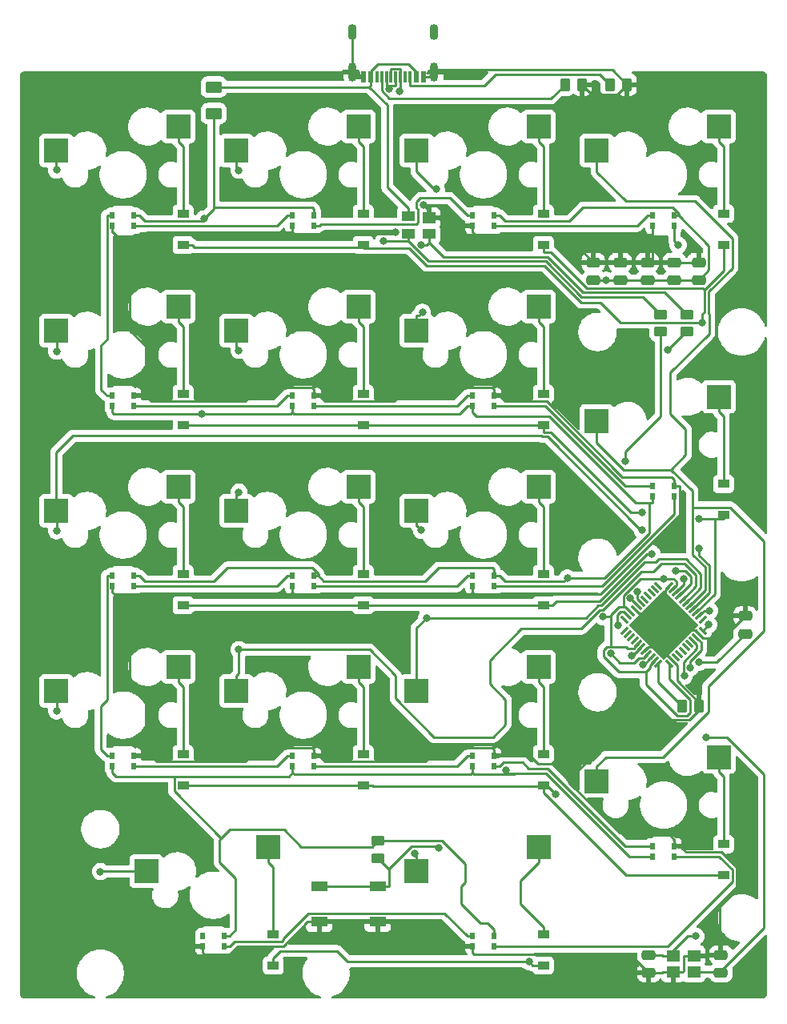
<source format=gbl>
G04 #@! TF.GenerationSoftware,KiCad,Pcbnew,(6.0.0)*
G04 #@! TF.CreationDate,2022-02-11T16:11:40+09:00*
G04 #@! TF.ProjectId,SkeletonNumPad,536b656c-6574-46f6-9e4e-756d5061642e,rev?*
G04 #@! TF.SameCoordinates,Original*
G04 #@! TF.FileFunction,Copper,L2,Bot*
G04 #@! TF.FilePolarity,Positive*
%FSLAX46Y46*%
G04 Gerber Fmt 4.6, Leading zero omitted, Abs format (unit mm)*
G04 Created by KiCad (PCBNEW (6.0.0)) date 2022-02-11 16:11:40*
%MOMM*%
%LPD*%
G01*
G04 APERTURE LIST*
G04 Aperture macros list*
%AMRoundRect*
0 Rectangle with rounded corners*
0 $1 Rounding radius*
0 $2 $3 $4 $5 $6 $7 $8 $9 X,Y pos of 4 corners*
0 Add a 4 corners polygon primitive as box body*
4,1,4,$2,$3,$4,$5,$6,$7,$8,$9,$2,$3,0*
0 Add four circle primitives for the rounded corners*
1,1,$1+$1,$2,$3*
1,1,$1+$1,$4,$5*
1,1,$1+$1,$6,$7*
1,1,$1+$1,$8,$9*
0 Add four rect primitives between the rounded corners*
20,1,$1+$1,$2,$3,$4,$5,0*
20,1,$1+$1,$4,$5,$6,$7,0*
20,1,$1+$1,$6,$7,$8,$9,0*
20,1,$1+$1,$8,$9,$2,$3,0*%
%AMRotRect*
0 Rectangle, with rotation*
0 The origin of the aperture is its center*
0 $1 length*
0 $2 width*
0 $3 Rotation angle, in degrees counterclockwise*
0 Add horizontal line*
21,1,$1,$2,0,0,$3*%
G04 Aperture macros list end*
G04 #@! TA.AperFunction,SMDPad,CuDef*
%ADD10R,0.600000X1.160000*%
G04 #@! TD*
G04 #@! TA.AperFunction,SMDPad,CuDef*
%ADD11R,0.300000X1.160000*%
G04 #@! TD*
G04 #@! TA.AperFunction,ComponentPad*
%ADD12O,0.900000X1.700000*%
G04 #@! TD*
G04 #@! TA.AperFunction,ComponentPad*
%ADD13O,0.900000X2.000000*%
G04 #@! TD*
G04 #@! TA.AperFunction,SMDPad,CuDef*
%ADD14R,1.200000X0.900000*%
G04 #@! TD*
G04 #@! TA.AperFunction,SMDPad,CuDef*
%ADD15RoundRect,0.250000X-0.625000X0.375000X-0.625000X-0.375000X0.625000X-0.375000X0.625000X0.375000X0*%
G04 #@! TD*
G04 #@! TA.AperFunction,SMDPad,CuDef*
%ADD16R,2.550000X2.500000*%
G04 #@! TD*
G04 #@! TA.AperFunction,SMDPad,CuDef*
%ADD17R,0.500000X0.700000*%
G04 #@! TD*
G04 #@! TA.AperFunction,SMDPad,CuDef*
%ADD18RoundRect,0.250000X0.475000X-0.250000X0.475000X0.250000X-0.475000X0.250000X-0.475000X-0.250000X0*%
G04 #@! TD*
G04 #@! TA.AperFunction,SMDPad,CuDef*
%ADD19RoundRect,0.250000X-0.262500X-0.450000X0.262500X-0.450000X0.262500X0.450000X-0.262500X0.450000X0*%
G04 #@! TD*
G04 #@! TA.AperFunction,SMDPad,CuDef*
%ADD20RoundRect,0.250000X-0.475000X0.250000X-0.475000X-0.250000X0.475000X-0.250000X0.475000X0.250000X0*%
G04 #@! TD*
G04 #@! TA.AperFunction,SMDPad,CuDef*
%ADD21R,1.800000X1.100000*%
G04 #@! TD*
G04 #@! TA.AperFunction,SMDPad,CuDef*
%ADD22RoundRect,0.250000X-0.450000X0.262500X-0.450000X-0.262500X0.450000X-0.262500X0.450000X0.262500X0*%
G04 #@! TD*
G04 #@! TA.AperFunction,SMDPad,CuDef*
%ADD23R,1.400000X1.200000*%
G04 #@! TD*
G04 #@! TA.AperFunction,SMDPad,CuDef*
%ADD24R,1.400000X1.000000*%
G04 #@! TD*
G04 #@! TA.AperFunction,SMDPad,CuDef*
%ADD25RoundRect,0.062500X-0.291682X-0.380070X0.380070X0.291682X0.291682X0.380070X-0.380070X-0.291682X0*%
G04 #@! TD*
G04 #@! TA.AperFunction,SMDPad,CuDef*
%ADD26RoundRect,0.062500X0.291682X-0.380070X0.380070X-0.291682X-0.291682X0.380070X-0.380070X0.291682X0*%
G04 #@! TD*
G04 #@! TA.AperFunction,SMDPad,CuDef*
%ADD27RotRect,5.200000X5.200000X45.000000*%
G04 #@! TD*
G04 #@! TA.AperFunction,SMDPad,CuDef*
%ADD28RoundRect,0.250000X0.450000X-0.262500X0.450000X0.262500X-0.450000X0.262500X-0.450000X-0.262500X0*%
G04 #@! TD*
G04 #@! TA.AperFunction,ViaPad*
%ADD29C,0.800000*%
G04 #@! TD*
G04 #@! TA.AperFunction,Conductor*
%ADD30C,0.250000*%
G04 #@! TD*
G04 APERTURE END LIST*
D10*
X130150000Y-37325000D03*
X130950000Y-37325000D03*
D11*
X132100000Y-37325000D03*
X133100000Y-37325000D03*
X133600000Y-37325000D03*
X134600000Y-37325000D03*
D10*
X135750000Y-37325000D03*
X136550000Y-37325000D03*
X136550000Y-37325000D03*
X135750000Y-37325000D03*
D11*
X135100000Y-37325000D03*
X134100000Y-37325000D03*
X132600000Y-37325000D03*
X131600000Y-37325000D03*
D10*
X130950000Y-37325000D03*
X130150000Y-37325000D03*
D12*
X137670000Y-32575000D03*
D13*
X129030000Y-36745000D03*
X137670000Y-36745000D03*
D12*
X129030000Y-32575000D03*
D14*
X149220000Y-74110000D03*
X149220000Y-70810000D03*
D15*
X114350000Y-38370000D03*
X114350000Y-41170000D03*
D16*
X135790000Y-121285000D03*
X148717000Y-118745000D03*
D14*
X130170000Y-93160000D03*
X130170000Y-89860000D03*
X149220000Y-55060000D03*
X149220000Y-51760000D03*
D17*
X103631400Y-72100000D03*
X105918600Y-72100000D03*
X105918600Y-71000000D03*
X103631400Y-71000000D03*
D14*
X120645000Y-131260000D03*
X120645000Y-127960000D03*
D18*
X163057500Y-58800000D03*
X163057500Y-56900000D03*
D19*
X156250000Y-38100000D03*
X158075000Y-38100000D03*
D20*
X160347500Y-130140000D03*
X160347500Y-132040000D03*
D14*
X111120000Y-93160000D03*
X111120000Y-89860000D03*
D16*
X154840000Y-111760000D03*
X167767000Y-109220000D03*
D17*
X115443600Y-128150000D03*
X113156400Y-128150000D03*
X113156400Y-129250000D03*
X115443600Y-129250000D03*
D14*
X130170000Y-55060000D03*
X130170000Y-51760000D03*
D17*
X144018600Y-128150000D03*
X141731400Y-128150000D03*
X141731400Y-129250000D03*
X144018600Y-129250000D03*
D16*
X97690000Y-64135000D03*
X110617000Y-61595000D03*
D19*
X163870000Y-103822500D03*
X165695000Y-103822500D03*
D16*
X116740000Y-45085000D03*
X129667000Y-42545000D03*
D14*
X130170000Y-74110000D03*
X130170000Y-70810000D03*
D19*
X151487500Y-38100000D03*
X153312500Y-38100000D03*
D17*
X144018600Y-90050000D03*
X141731400Y-90050000D03*
X141731400Y-91150000D03*
X144018600Y-91150000D03*
D14*
X111120000Y-55060000D03*
X111120000Y-51760000D03*
D17*
X105918600Y-51950000D03*
X103631400Y-51950000D03*
X103631400Y-53050000D03*
X105918600Y-53050000D03*
D21*
X125487500Y-122927500D03*
X131687500Y-122927500D03*
X125487500Y-126627500D03*
X131687500Y-126627500D03*
D16*
X154840000Y-45085000D03*
X167767000Y-42545000D03*
X116740000Y-64135000D03*
X129667000Y-61595000D03*
D18*
X157342500Y-58800000D03*
X157342500Y-56900000D03*
D17*
X144018600Y-51950000D03*
X141731400Y-51950000D03*
X141731400Y-53050000D03*
X144018600Y-53050000D03*
D16*
X135790000Y-102235000D03*
X148717000Y-99695000D03*
D22*
X164390000Y-62417500D03*
X164390000Y-64242500D03*
D17*
X163068600Y-51950000D03*
X160781400Y-51950000D03*
X160781400Y-53050000D03*
X163068600Y-53050000D03*
D14*
X168270000Y-83635000D03*
X168270000Y-80335000D03*
D17*
X160781400Y-119725000D03*
X163068600Y-119725000D03*
X163068600Y-118625000D03*
X160781400Y-118625000D03*
D14*
X111120000Y-74110000D03*
X111120000Y-70810000D03*
X149220000Y-131260000D03*
X149220000Y-127960000D03*
D16*
X116740000Y-102235000D03*
X129667000Y-99695000D03*
D14*
X168270000Y-121735000D03*
X168270000Y-118435000D03*
D18*
X170540000Y-96200000D03*
X170540000Y-94300000D03*
D23*
X137110000Y-52200000D03*
D24*
X137110000Y-53920000D03*
X134910000Y-53920000D03*
X134910000Y-52020000D03*
D16*
X97690000Y-83185000D03*
X110617000Y-80645000D03*
D18*
X165646800Y-58800000D03*
X165646800Y-56900000D03*
D16*
X135790000Y-83185000D03*
X148717000Y-80645000D03*
D17*
X141731400Y-110200000D03*
X144018600Y-110200000D03*
X144018600Y-109100000D03*
X141731400Y-109100000D03*
D16*
X97690000Y-45085000D03*
X110617000Y-42545000D03*
D25*
X161332798Y-99377736D03*
X160979245Y-99024182D03*
X160625691Y-98670629D03*
X160272138Y-98317076D03*
X159918585Y-97963522D03*
X159565031Y-97609969D03*
X159211478Y-97256415D03*
X158857924Y-96902862D03*
X158504371Y-96549309D03*
X158150818Y-96195755D03*
X157797264Y-95842202D03*
D26*
X157797264Y-94657798D03*
X158150818Y-94304245D03*
X158504371Y-93950691D03*
X158857924Y-93597138D03*
X159211478Y-93243585D03*
X159565031Y-92890031D03*
X159918585Y-92536478D03*
X160272138Y-92182924D03*
X160625691Y-91829371D03*
X160979245Y-91475818D03*
X161332798Y-91122264D03*
D25*
X162517202Y-91122264D03*
X162870755Y-91475818D03*
X163224309Y-91829371D03*
X163577862Y-92182924D03*
X163931415Y-92536478D03*
X164284969Y-92890031D03*
X164638522Y-93243585D03*
X164992076Y-93597138D03*
X165345629Y-93950691D03*
X165699182Y-94304245D03*
X166052736Y-94657798D03*
D26*
X166052736Y-95842202D03*
X165699182Y-96195755D03*
X165345629Y-96549309D03*
X164992076Y-96902862D03*
X164638522Y-97256415D03*
X164284969Y-97609969D03*
X163931415Y-97963522D03*
X163577862Y-98317076D03*
X163224309Y-98670629D03*
X162870755Y-99024182D03*
X162517202Y-99377736D03*
D27*
X161925000Y-95250000D03*
D14*
X111120000Y-112210000D03*
X111120000Y-108910000D03*
D18*
X167967500Y-132040000D03*
X167967500Y-130140000D03*
D16*
X154840000Y-73660000D03*
X167767000Y-71120000D03*
X116740000Y-83185000D03*
X129667000Y-80645000D03*
D14*
X168270000Y-55060000D03*
X168270000Y-51760000D03*
D18*
X154485000Y-58800000D03*
X154485000Y-56900000D03*
D14*
X149220000Y-112210000D03*
X149220000Y-108910000D03*
D17*
X105918600Y-90050000D03*
X103631400Y-90050000D03*
X103631400Y-91150000D03*
X105918600Y-91150000D03*
D16*
X135790000Y-64135000D03*
X148717000Y-61595000D03*
D23*
X165110000Y-131940000D03*
X162910000Y-131940000D03*
X162910000Y-130240000D03*
X165110000Y-130240000D03*
D17*
X122681400Y-110200000D03*
X124968600Y-110200000D03*
X124968600Y-109100000D03*
X122681400Y-109100000D03*
D14*
X130170000Y-112210000D03*
X130170000Y-108910000D03*
D17*
X160781400Y-81625000D03*
X163068600Y-81625000D03*
X163068600Y-80525000D03*
X160781400Y-80525000D03*
D14*
X149220000Y-93160000D03*
X149220000Y-89860000D03*
D18*
X160200000Y-58800000D03*
X160200000Y-56900000D03*
D16*
X107215000Y-121285000D03*
X120142000Y-118745000D03*
X97690000Y-102235000D03*
X110617000Y-99695000D03*
D17*
X124968600Y-51950000D03*
X122681400Y-51950000D03*
X122681400Y-53050000D03*
X124968600Y-53050000D03*
D28*
X131720000Y-119922500D03*
X131720000Y-118097500D03*
D22*
X161610000Y-62417500D03*
X161610000Y-64242500D03*
D17*
X122681400Y-72100000D03*
X124968600Y-72100000D03*
X124968600Y-71000000D03*
X122681400Y-71000000D03*
D16*
X135790000Y-45085000D03*
X148717000Y-42545000D03*
D17*
X103631400Y-110200000D03*
X105918600Y-110200000D03*
X105918600Y-109100000D03*
X103631400Y-109100000D03*
X124968600Y-90050000D03*
X122681400Y-90050000D03*
X122681400Y-91150000D03*
X124968600Y-91150000D03*
X141731400Y-72100000D03*
X144018600Y-72100000D03*
X144018600Y-71000000D03*
X141731400Y-71000000D03*
D29*
X159118400Y-91703300D03*
X165326700Y-128172100D03*
X136562400Y-50838800D03*
X133599400Y-53693800D03*
X158392200Y-92424300D03*
X166405000Y-107112000D03*
X165667600Y-99200400D03*
X158508100Y-98538000D03*
X166675600Y-95219300D03*
X155499500Y-94378200D03*
X161921500Y-90352600D03*
X145224776Y-110593722D03*
X113307500Y-52317300D03*
X151738000Y-90286000D03*
X113084000Y-72942200D03*
X155824800Y-58800000D03*
X166002700Y-63257100D03*
X165696600Y-87193949D03*
X159658000Y-83346900D03*
X165697400Y-84022600D03*
X160677300Y-87718600D03*
X166756900Y-93730600D03*
X150500000Y-113150000D03*
X164737100Y-99774900D03*
X147669700Y-130842100D03*
X164099700Y-100653700D03*
X134034300Y-38823800D03*
X136321000Y-55037400D03*
X132320200Y-54682500D03*
X132921500Y-38547200D03*
X164057900Y-90368000D03*
X163459300Y-55053000D03*
X157093900Y-95319200D03*
X138154000Y-118844400D03*
X157871900Y-77957600D03*
X159741100Y-99478100D03*
X156309100Y-98287500D03*
X162355400Y-66155600D03*
X117016300Y-66211200D03*
X117016300Y-81205200D03*
X117016300Y-97859000D03*
X117016300Y-47161200D03*
X136412800Y-62184000D03*
X136300500Y-85239000D03*
X137883800Y-49159500D03*
X135565100Y-119426300D03*
X136852200Y-94516800D03*
X102370000Y-121340000D03*
X159657200Y-85204100D03*
X97720000Y-104330000D03*
X97720000Y-85290000D03*
X97720000Y-47140000D03*
X163230700Y-89540900D03*
X97720000Y-66310000D03*
D30*
X161784700Y-130140000D02*
X160347500Y-130140000D01*
X162910000Y-130240000D02*
X162397400Y-130240000D01*
X159118400Y-92443400D02*
X159118400Y-91703300D01*
X159565000Y-92890000D02*
X159118400Y-92443400D01*
X162397400Y-130240000D02*
X164465300Y-128172100D01*
X162397400Y-130240000D02*
X161884700Y-130240000D01*
X161884700Y-130240000D02*
X161784700Y-130140000D01*
X164465300Y-128172100D02*
X165326700Y-128172100D01*
X121679300Y-129210400D02*
X116926400Y-129210400D01*
X105918600Y-109100000D02*
X106493900Y-109100000D01*
X113324400Y-130093300D02*
X113156400Y-129925300D01*
X122880900Y-92024800D02*
X141531900Y-92024800D01*
X126129300Y-109685400D02*
X136710000Y-109685400D01*
X158234700Y-105312100D02*
X164639100Y-105312100D01*
X165110000Y-130240000D02*
X166135300Y-130240000D01*
X169656300Y-123225300D02*
X169656300Y-120896500D01*
X167859200Y-130140000D02*
X167859200Y-125022400D01*
X165699200Y-96195800D02*
X166114000Y-96610600D01*
X105918600Y-71000000D02*
X106493900Y-71000000D01*
X125487500Y-126627500D02*
X124262200Y-126627500D01*
X151873900Y-111672900D02*
X150159500Y-109958500D01*
X105489600Y-64097600D02*
X105489600Y-55528600D01*
X162260400Y-95781000D02*
X165284400Y-95781000D01*
X103686300Y-53725300D02*
X103631400Y-53725300D01*
X161784700Y-132040000D02*
X160347500Y-132040000D01*
X124796900Y-108241600D02*
X124968600Y-108413300D01*
X124968600Y-108413300D02*
X124968600Y-109100000D01*
X158857900Y-93597100D02*
X159286400Y-94025600D01*
X157277700Y-117251600D02*
X151873900Y-111847800D01*
X151873900Y-111672900D02*
X158234700Y-105312100D01*
X167967500Y-130140000D02*
X167859200Y-130140000D01*
X165110000Y-130240000D02*
X164084700Y-130240000D01*
X166235300Y-130140000D02*
X166135300Y-130240000D01*
X154342500Y-39130000D02*
X157045000Y-39130000D01*
X163345900Y-101114600D02*
X163345900Y-99499300D01*
X168034400Y-119274600D02*
X164293500Y-119274600D01*
X137090000Y-37325000D02*
X137670000Y-36745000D01*
X149538000Y-71585400D02*
X157548600Y-79596000D01*
X162101800Y-91537700D02*
X162517200Y-91122300D01*
X141731400Y-53725300D02*
X141995000Y-53988900D01*
X163068600Y-118625000D02*
X163643900Y-118625000D01*
X143847000Y-70141700D02*
X134842000Y-70141700D01*
X157342500Y-56900000D02*
X160200000Y-56900000D01*
X122681400Y-53725200D02*
X122848300Y-53892100D01*
X137110000Y-52200000D02*
X137110000Y-51274700D01*
X122681400Y-91150000D02*
X122681400Y-91825300D01*
X153312500Y-38100000D02*
X154342500Y-39130000D01*
X106528800Y-70965100D02*
X106493900Y-71000000D01*
X124968600Y-71000000D02*
X124968600Y-70313300D01*
X161395400Y-97548800D02*
X160333300Y-97548800D01*
X122848300Y-53892100D02*
X133401100Y-53892100D01*
X107769400Y-71585400D02*
X107149100Y-70965100D01*
X144018600Y-109100000D02*
X144018600Y-108424700D01*
X155250800Y-91992200D02*
X141898300Y-91992200D01*
X161925000Y-94025600D02*
X162101800Y-93848800D01*
X125543900Y-109100000D02*
X126129300Y-109685400D01*
X160333300Y-97548800D02*
X159918600Y-97963500D01*
X163643900Y-80525000D02*
X163643900Y-83599100D01*
X151873900Y-111847800D02*
X151873900Y-111672900D01*
X163345900Y-99499300D02*
X162870800Y-99024200D01*
X164084700Y-131790600D02*
X163935300Y-131940000D01*
X105465000Y-92008300D02*
X103814400Y-92008300D01*
X122681400Y-53050000D02*
X122681400Y-53725200D01*
X124797000Y-70141700D02*
X119103900Y-70141700D01*
X105489600Y-55528600D02*
X103686300Y-53725300D01*
X166114000Y-96610600D02*
X168229400Y-96610600D01*
X119103800Y-108241600D02*
X124796900Y-108241600D01*
X167859200Y-125022400D02*
X169656300Y-123225300D01*
X157342500Y-56900000D02*
X154485000Y-56900000D01*
X135535300Y-129250000D02*
X141731400Y-129250000D01*
X163068600Y-117938200D02*
X162382000Y-117251600D01*
X141898300Y-91992200D02*
X141731400Y-91825300D01*
X117660200Y-71585400D02*
X107769400Y-71585400D01*
X107293000Y-53725200D02*
X105489600Y-55528600D01*
X144018600Y-70313300D02*
X143847000Y-70141700D01*
X163068600Y-80525000D02*
X163068600Y-79849700D01*
X103631400Y-53050000D02*
X103631400Y-53725300D01*
X167859200Y-130140000D02*
X166235300Y-130140000D01*
X141995000Y-53988900D02*
X151573900Y-53988900D01*
X161884700Y-131940000D02*
X161784700Y-132040000D01*
X103814400Y-92008300D02*
X103631400Y-91825300D01*
X144593900Y-71000000D02*
X145179300Y-71585400D01*
X133398300Y-71585400D02*
X126129300Y-71585400D01*
X117660000Y-109685400D02*
X119103800Y-108241600D01*
X136710000Y-109685400D02*
X138144000Y-108251400D01*
X151573900Y-53988900D02*
X154485000Y-56900000D01*
X113156400Y-129250000D02*
X113156400Y-129925300D01*
X138985300Y-53050000D02*
X141731400Y-53050000D01*
X163068600Y-118625000D02*
X163068600Y-117938200D01*
X131687500Y-126627500D02*
X132912800Y-126627500D01*
X122681400Y-91825300D02*
X122880900Y-92024800D01*
X141731400Y-129250000D02*
X141731400Y-129925300D01*
X162382000Y-117251600D02*
X157277700Y-117251600D01*
X126129300Y-71585400D02*
X125543900Y-71000000D01*
X107149100Y-70965100D02*
X106528800Y-70965100D01*
X107115600Y-108478300D02*
X107115600Y-102866500D01*
X163643900Y-83599100D02*
X155250800Y-91992200D01*
X129030000Y-36745000D02*
X129610000Y-37325000D01*
X165695000Y-103463700D02*
X163345900Y-101114600D01*
X129610000Y-37325000D02*
X130150000Y-37325000D01*
X144018600Y-71000000D02*
X144593900Y-71000000D01*
X164084700Y-130240000D02*
X164084700Y-131790600D01*
X122498400Y-92008300D02*
X105465000Y-92008300D01*
X164639100Y-105312100D02*
X165695000Y-104256200D01*
X137110000Y-51274700D02*
X136998300Y-51274700D01*
X160781400Y-56900000D02*
X160781400Y-53050000D01*
X134842000Y-70141700D02*
X133398300Y-71585400D01*
X161395400Y-96646000D02*
X161395400Y-97548800D01*
X116043500Y-130093300D02*
X113324400Y-130093300D01*
X143845300Y-108251400D02*
X144018600Y-108424700D01*
X124262200Y-126627500D02*
X121679300Y-129210400D01*
X124968600Y-70313300D02*
X124797000Y-70141700D01*
X162260400Y-95781000D02*
X161395400Y-96646000D01*
X165646800Y-56900000D02*
X163057500Y-56900000D01*
X116926400Y-129210400D02*
X116043500Y-130093300D01*
X136550000Y-37325000D02*
X137090000Y-37325000D01*
X160781400Y-56900000D02*
X163057500Y-56900000D01*
X156505400Y-36530400D02*
X158075000Y-38100000D01*
X137884600Y-36530400D02*
X156505400Y-36530400D01*
X162814900Y-79596000D02*
X163068600Y-79849700D01*
X162260400Y-95585400D02*
X162260400Y-95781000D01*
X160200000Y-56900000D02*
X160781400Y-56900000D01*
X157548600Y-79596000D02*
X162814900Y-79596000D01*
X129030000Y-32575000D02*
X129030000Y-36745000D01*
X108322700Y-109685400D02*
X117660000Y-109685400D01*
X141731400Y-129925300D02*
X141898400Y-130092300D01*
X119103900Y-70141700D02*
X117660200Y-71585400D01*
X163068600Y-80525000D02*
X163643900Y-80525000D01*
X141898400Y-130092300D02*
X158399800Y-130092300D01*
X131687500Y-126627500D02*
X125487500Y-126627500D01*
X150159500Y-109958500D02*
X148659300Y-109958500D01*
X145179300Y-71585400D02*
X149538000Y-71585400D01*
X168229400Y-96610600D02*
X170540000Y-94300000D01*
X141731400Y-91150000D02*
X141731400Y-91825300D01*
X165695000Y-103822500D02*
X165695000Y-103463700D01*
X162910000Y-131940000D02*
X161884700Y-131940000D01*
X161925000Y-95250000D02*
X161925000Y-94025600D01*
X158399800Y-130092300D02*
X160347500Y-132040000D01*
X169656300Y-120896500D02*
X168034400Y-119274600D01*
X147800800Y-109100000D02*
X144018600Y-109100000D01*
X137110000Y-52200000D02*
X138135300Y-52200000D01*
X103631400Y-91150000D02*
X103631400Y-91825300D01*
X138144000Y-108251400D02*
X143845300Y-108251400D01*
X107149100Y-65757100D02*
X105489600Y-64097600D01*
X107149100Y-70965100D02*
X107149100Y-65757100D01*
X138135300Y-52200000D02*
X138985300Y-53050000D01*
X132912800Y-126627500D02*
X135535300Y-129250000D01*
X122681400Y-91825300D02*
X122498400Y-92008300D01*
X159286400Y-94025600D02*
X161925000Y-94025600D01*
X157045000Y-39130000D02*
X158075000Y-38100000D01*
X148659300Y-109958500D02*
X147800800Y-109100000D01*
X107115600Y-108478300D02*
X108322700Y-109685400D01*
X144018600Y-71000000D02*
X144018600Y-70313300D01*
X141531900Y-92024800D02*
X141731400Y-91825300D01*
X106493900Y-109100000D02*
X107115600Y-108478300D01*
X162101800Y-93848800D02*
X162101800Y-91537700D01*
X164293500Y-119274600D02*
X163643900Y-118625000D01*
X124968600Y-71000000D02*
X125543900Y-71000000D01*
X107115600Y-102866500D02*
X105465000Y-101215900D01*
X105465000Y-101215900D02*
X105465000Y-92008300D01*
X122681400Y-53725200D02*
X107293000Y-53725200D01*
X136998300Y-51274700D02*
X136562400Y-50838800D01*
X161925000Y-95250000D02*
X162260400Y-95585400D01*
X162910000Y-131940000D02*
X163935300Y-131940000D01*
X124968600Y-109100000D02*
X125543900Y-109100000D01*
X133401100Y-53892100D02*
X133599400Y-53693800D01*
X165284400Y-95781000D02*
X165699200Y-96195800D01*
X162870800Y-99024200D02*
X161395400Y-97548800D01*
X165695000Y-104256200D02*
X165695000Y-103822500D01*
X137670000Y-36745000D02*
X137884600Y-36530400D01*
X141731400Y-53050000D02*
X141731400Y-53725300D01*
X168657900Y-107112000D02*
X166405000Y-107112000D01*
X159211500Y-93243600D02*
X158392200Y-92424300D01*
X165110000Y-131940000D02*
X167867500Y-131940000D01*
X172544400Y-127263100D02*
X172544400Y-110998500D01*
X167867500Y-131940000D02*
X167967500Y-132040000D01*
X172544400Y-110998500D02*
X168657900Y-107112000D01*
X167867500Y-131940000D02*
X172544400Y-127263100D01*
X167539600Y-99200400D02*
X165667600Y-99200400D01*
X170540000Y-96200000D02*
X167539600Y-99200400D01*
X159565000Y-97610000D02*
X158637000Y-98538000D01*
X158637000Y-98538000D02*
X158508100Y-98538000D01*
X122681400Y-110200000D02*
X122681400Y-110875300D01*
X124968600Y-51263300D02*
X124968600Y-51950000D01*
X107079300Y-52535400D02*
X113089400Y-52535400D01*
X160426500Y-82300300D02*
X160416800Y-82310000D01*
X157666800Y-92123800D02*
X157666800Y-93334900D01*
X163057500Y-58800000D02*
X165646800Y-58800000D01*
X163297800Y-91048800D02*
X163297800Y-90667200D01*
X116018900Y-128150000D02*
X116674100Y-127494800D01*
X114966000Y-117998600D02*
X115148400Y-117816200D01*
X166052700Y-95842200D02*
X166675600Y-95219300D01*
X160473500Y-99791600D02*
X160473500Y-99529900D01*
X107079300Y-90635400D02*
X106493900Y-90050000D01*
X140513800Y-122860200D02*
X140513800Y-124777600D01*
X160781400Y-119725000D02*
X158304100Y-119725000D01*
X140903000Y-122471000D02*
X140513800Y-122860200D01*
X155499500Y-94378200D02*
X156310800Y-94378200D01*
X156310800Y-97553100D02*
X155957200Y-97553100D01*
X165646800Y-58800000D02*
X166711600Y-57735200D01*
X141731400Y-110875300D02*
X141549800Y-111056900D01*
X122863000Y-111056900D02*
X122681400Y-110875300D01*
X158760800Y-97707100D02*
X158107600Y-97707100D01*
X166711600Y-55154400D02*
X163507200Y-51950000D01*
X157342500Y-58800000D02*
X160200000Y-58800000D01*
X114348300Y-90635400D02*
X107079300Y-90635400D01*
X160473500Y-99529900D02*
X160979200Y-99024200D01*
X162983200Y-90352600D02*
X161921500Y-90352600D01*
X163068600Y-51950000D02*
X163507200Y-51950000D01*
X164727500Y-104527600D02*
X164727500Y-103133100D01*
X160416800Y-85512100D02*
X155642900Y-90286000D01*
X104023700Y-111267600D02*
X110180700Y-111267600D01*
X124797000Y-51091700D02*
X124968600Y-51263300D01*
X113307500Y-52317300D02*
X114350000Y-51274800D01*
X145179300Y-52535400D02*
X144593900Y-51950000D01*
X149851900Y-73173100D02*
X142129200Y-73173100D01*
X151388600Y-90635400D02*
X151738000Y-90286000D01*
X113089400Y-52535400D02*
X113307500Y-52317300D01*
X164727500Y-103133100D02*
X162517200Y-100922800D01*
X141904000Y-111047900D02*
X141731400Y-110875300D01*
X121771400Y-116919600D02*
X123552200Y-118700400D01*
X123552200Y-118700400D02*
X131117100Y-118700400D01*
X157888600Y-93334900D02*
X158504400Y-93950700D01*
X140513800Y-124777600D02*
X142512800Y-126776600D01*
X114966000Y-120331700D02*
X114966000Y-117998600D01*
X142512800Y-126776600D02*
X143332000Y-126776600D01*
X160416800Y-82310000D02*
X160416800Y-85512100D01*
X144018600Y-89363300D02*
X144018600Y-90050000D01*
X138153900Y-89191700D02*
X143847000Y-89191700D01*
X144018600Y-90050000D02*
X144593900Y-90050000D01*
X161921500Y-90352600D02*
X159438000Y-90352600D01*
X141731400Y-72100000D02*
X141156100Y-72100000D01*
X125407200Y-90050000D02*
X125992600Y-90635400D01*
X110180700Y-112848500D02*
X115148400Y-117816200D01*
X106493900Y-51950000D02*
X107079300Y-52535400D01*
X145179300Y-90635400D02*
X151388600Y-90635400D01*
X103631400Y-110200000D02*
X103631400Y-110875300D01*
X141731400Y-110200000D02*
X141731400Y-110875300D01*
X138472900Y-118097500D02*
X140903000Y-120527600D01*
X163507200Y-51950000D02*
X163507200Y-51768100D01*
X156310800Y-94378200D02*
X156310800Y-97553100D01*
X122848300Y-72942200D02*
X122681400Y-72775300D01*
X114350000Y-51091700D02*
X114350000Y-41170000D01*
X140313900Y-72942200D02*
X122848300Y-72942200D01*
X116045000Y-116919600D02*
X121771400Y-116919600D01*
X160200000Y-58800000D02*
X163057500Y-58800000D01*
X115798000Y-89185700D02*
X114348300Y-90635400D01*
X151976800Y-52535400D02*
X145179300Y-52535400D01*
X142129200Y-73173100D02*
X141731400Y-72775300D01*
X124968600Y-90050000D02*
X125407200Y-90050000D01*
X163507200Y-51768100D02*
X162831300Y-51092200D01*
X131720000Y-118097500D02*
X138472900Y-118097500D01*
X162870800Y-91475800D02*
X163297800Y-91048800D01*
X125407200Y-89868100D02*
X124724800Y-89185700D01*
X157190600Y-100227600D02*
X160037500Y-100227600D01*
X160037500Y-101517400D02*
X163381800Y-104861700D01*
X141549800Y-111056900D02*
X122863000Y-111056900D01*
X115443600Y-128150000D02*
X116018900Y-128150000D01*
X143332000Y-126776600D02*
X144018600Y-127463200D01*
X155824800Y-58800000D02*
X157342500Y-58800000D01*
X158304100Y-119725000D02*
X149496000Y-110916900D01*
X158107600Y-97707100D02*
X157953600Y-97553100D01*
X122514500Y-72942200D02*
X113084000Y-72942200D01*
X113084000Y-72942200D02*
X103797400Y-72942200D01*
X116674100Y-127494800D02*
X116674100Y-122039800D01*
X116674100Y-122039800D02*
X114966000Y-120331700D01*
X163381800Y-104861700D02*
X164393400Y-104861700D01*
X144018600Y-127463200D02*
X144018600Y-128150000D01*
X145224776Y-110593722D02*
X145547954Y-110916900D01*
X122681400Y-72100000D02*
X122681400Y-72746100D01*
X155575600Y-97934700D02*
X155575600Y-98612600D01*
X162831300Y-51092200D02*
X153420000Y-51092200D01*
X157953600Y-97553100D02*
X156310800Y-97553100D01*
X110180700Y-111267600D02*
X122289100Y-111267600D01*
X160037500Y-100227600D02*
X160037500Y-101517400D01*
X160037500Y-100227600D02*
X160473500Y-99791600D01*
X153420000Y-51092200D02*
X151976800Y-52535400D01*
X141156100Y-72100000D02*
X140313900Y-72942200D01*
X146095100Y-111047900D02*
X141904000Y-111047900D01*
X159438000Y-90352600D02*
X157666800Y-92123800D01*
X144593900Y-90050000D02*
X145179300Y-90635400D01*
X125407200Y-90050000D02*
X125407200Y-89868100D01*
X115148400Y-117816200D02*
X116045000Y-116919600D01*
X122289100Y-111267600D02*
X122681400Y-110875300D01*
X103797400Y-72942200D02*
X103631400Y-72776200D01*
X136710200Y-90635400D02*
X138153900Y-89191700D01*
X154485000Y-58800000D02*
X155824800Y-58800000D01*
X160781400Y-82300300D02*
X160426500Y-82300300D01*
X155642900Y-90286000D02*
X151738000Y-90286000D01*
X140903000Y-120527600D02*
X140903000Y-122471000D01*
X125992600Y-90635400D02*
X136710200Y-90635400D01*
X159211500Y-97256400D02*
X158760800Y-97707100D01*
X158988800Y-82310000D02*
X149851900Y-73173100D01*
X149496000Y-110916900D02*
X146226100Y-110916900D01*
X163297800Y-90667200D02*
X162983200Y-90352600D01*
X122681400Y-72746100D02*
X122681400Y-72775300D01*
X105918600Y-90050000D02*
X106493900Y-90050000D01*
X103631400Y-110875300D02*
X104023700Y-111267600D01*
X114350000Y-51091700D02*
X124797000Y-51091700D01*
X105918600Y-51950000D02*
X106493900Y-51950000D01*
X156310800Y-94378200D02*
X156310800Y-94175400D01*
X164393400Y-104861700D02*
X164727500Y-104527600D01*
X141731400Y-72100000D02*
X141731400Y-72775300D01*
X155957200Y-97553100D02*
X155575600Y-97934700D01*
X155575600Y-98612600D02*
X157190600Y-100227600D01*
X124724800Y-89185700D02*
X115798000Y-89185700D01*
X144018600Y-51950000D02*
X144593900Y-51950000D01*
X143847000Y-89191700D02*
X144018600Y-89363300D01*
X160781400Y-81625000D02*
X160781400Y-82300300D01*
X110180700Y-111267600D02*
X110180700Y-112848500D01*
X162517200Y-100922800D02*
X162517200Y-99377700D01*
X122681400Y-72775300D02*
X122514500Y-72942200D01*
X103631400Y-72776200D02*
X103631400Y-72100000D01*
X160416800Y-82310000D02*
X158988800Y-82310000D01*
X156310800Y-94175400D02*
X157151300Y-93334900D01*
X157666800Y-93334900D02*
X157888600Y-93334900D01*
X166711600Y-57735200D02*
X166711600Y-55154400D01*
X146226100Y-110916900D02*
X146095100Y-111047900D01*
X157151300Y-93334900D02*
X157666800Y-93334900D01*
X131117100Y-118700400D02*
X131720000Y-118097500D01*
X114350000Y-51274800D02*
X114350000Y-51091700D01*
X145547954Y-110916900D02*
X146226100Y-110916900D01*
X165696600Y-87193949D02*
X165696600Y-87894682D01*
X149220000Y-55060000D02*
X149220000Y-55835300D01*
X166002700Y-63257100D02*
X166002700Y-62395600D01*
X166092500Y-59626400D02*
X153771300Y-59626400D01*
X168270000Y-57783800D02*
X166260000Y-59793800D01*
X130283511Y-55407011D02*
X134998793Y-55407011D01*
X157358200Y-63257100D02*
X166002700Y-63257100D01*
X166260000Y-59793900D02*
X166260000Y-59793800D01*
X168270000Y-55060000D02*
X168270000Y-57783800D01*
X165696600Y-87894682D02*
X166745700Y-88943782D01*
X166745700Y-91843500D02*
X164992100Y-93597100D01*
X112278800Y-55293500D02*
X112045300Y-55060000D01*
X130170000Y-55293500D02*
X130283511Y-55407011D01*
X166260000Y-59793800D02*
X166092500Y-59626400D01*
X155255800Y-61154700D02*
X157358200Y-63257100D01*
X166002700Y-62395600D02*
X166260000Y-62138300D01*
X130170000Y-55293500D02*
X112278800Y-55293500D01*
X153211582Y-61154700D02*
X155255800Y-61154700D01*
X149305922Y-57249040D02*
X153211582Y-61154700D01*
X166745700Y-88943782D02*
X166745700Y-91843500D01*
X136840823Y-57249040D02*
X149305922Y-57249040D01*
X149980200Y-55835300D02*
X149220000Y-55835300D01*
X153771300Y-59626400D02*
X149980200Y-55835300D01*
X134998793Y-55407011D02*
X136840823Y-57249040D01*
X130170000Y-55060000D02*
X130170000Y-55293500D01*
X111120000Y-55060000D02*
X112045300Y-55060000D01*
X166260000Y-62138300D02*
X166260000Y-59793900D01*
X110617000Y-44120300D02*
X111120000Y-44623300D01*
X111120000Y-44623300D02*
X111120000Y-51760000D01*
X110617000Y-42545000D02*
X110617000Y-44120300D01*
X129667000Y-44120300D02*
X130170000Y-44623300D01*
X129667000Y-42545000D02*
X129667000Y-44120300D01*
X130170000Y-44623300D02*
X130170000Y-51760000D01*
X148717000Y-44120300D02*
X149220000Y-44623300D01*
X148717000Y-42545000D02*
X148717000Y-44120300D01*
X149220000Y-44623300D02*
X149220000Y-51760000D01*
X149220000Y-74885300D02*
X149995300Y-74885300D01*
X168270000Y-83635000D02*
X168270000Y-84022600D01*
X149220000Y-74110000D02*
X148294700Y-74110000D01*
X149220000Y-74110000D02*
X149220000Y-74885300D01*
X158456900Y-83346900D02*
X159658000Y-83346900D01*
X130170000Y-74110000D02*
X148294700Y-74110000D01*
X167329500Y-84022600D02*
X165697400Y-84022600D01*
X149995300Y-74885300D02*
X158456900Y-83346900D01*
X168270000Y-84022600D02*
X167329500Y-84022600D01*
X167329500Y-91966800D02*
X167329500Y-84022600D01*
X165345600Y-93950700D02*
X167329500Y-91966800D01*
X111120000Y-74110000D02*
X130170000Y-74110000D01*
X168270000Y-44623300D02*
X167767000Y-44120300D01*
X168270000Y-51760000D02*
X168270000Y-44623300D01*
X167767000Y-42545000D02*
X167767000Y-44120300D01*
X110617000Y-61595000D02*
X110617000Y-63170300D01*
X111120000Y-63673300D02*
X110617000Y-63170300D01*
X111120000Y-70810000D02*
X111120000Y-63673300D01*
X129667000Y-61595000D02*
X129667000Y-63170300D01*
X130170000Y-63673300D02*
X130170000Y-70810000D01*
X129667000Y-63170300D02*
X130170000Y-63673300D01*
X148717000Y-63170300D02*
X149220000Y-63673300D01*
X149220000Y-63673300D02*
X149220000Y-70810000D01*
X148717000Y-61595000D02*
X148717000Y-63170300D01*
X166756900Y-93730600D02*
X166272800Y-93730600D01*
X155127600Y-92752300D02*
X150553000Y-92752300D01*
X160161300Y-87718600D02*
X155127600Y-92752300D01*
X130170000Y-93160000D02*
X131095300Y-93160000D01*
X130170000Y-93160000D02*
X111120000Y-93160000D01*
X149220000Y-93160000D02*
X150145300Y-93160000D01*
X148757400Y-93160000D02*
X148294700Y-93160000D01*
X148294700Y-93160000D02*
X131095300Y-93160000D01*
X160677300Y-87718600D02*
X160161300Y-87718600D01*
X166272800Y-93730600D02*
X165699200Y-94304200D01*
X148757400Y-93160000D02*
X149220000Y-93160000D01*
X150553000Y-92752300D02*
X150145300Y-93160000D01*
X168270000Y-73198300D02*
X167767000Y-72695300D01*
X167767000Y-71120000D02*
X167767000Y-72695300D01*
X168270000Y-79559700D02*
X168270000Y-73198300D01*
X168270000Y-80335000D02*
X168270000Y-79559700D01*
X110617000Y-82220300D02*
X111120000Y-82723300D01*
X111120000Y-82723300D02*
X111120000Y-89860000D01*
X110617000Y-80645000D02*
X110617000Y-82220300D01*
X129667000Y-82220300D02*
X130170000Y-82723300D01*
X130170000Y-82723300D02*
X130170000Y-89860000D01*
X129667000Y-80645000D02*
X129667000Y-82220300D01*
X164737100Y-99073100D02*
X165895800Y-97914400D01*
X131228800Y-112343500D02*
X131095300Y-112210000D01*
X165895800Y-97914400D02*
X165895800Y-97099500D01*
X149560000Y-112210000D02*
X149220000Y-112210000D01*
X130170000Y-112210000D02*
X111120000Y-112210000D01*
X157969700Y-121735000D02*
X168270000Y-121735000D01*
X149220000Y-112985300D02*
X157969700Y-121735000D01*
X149220000Y-112210000D02*
X149220000Y-112985300D01*
X131095300Y-112210000D02*
X130170000Y-112210000D01*
X150500000Y-113150000D02*
X149560000Y-112210000D01*
X165895800Y-97099500D02*
X165345600Y-96549300D01*
X150500000Y-113150000D02*
X149693500Y-112343500D01*
X164737100Y-99774900D02*
X164737100Y-99073100D01*
X149693500Y-112343500D02*
X131228800Y-112343500D01*
X149220000Y-82723300D02*
X148717000Y-82220300D01*
X149220000Y-89860000D02*
X149220000Y-82723300D01*
X148717000Y-80645000D02*
X148717000Y-82220300D01*
X110617000Y-101270300D02*
X111120000Y-101773300D01*
X111120000Y-101773300D02*
X111120000Y-108910000D01*
X110617000Y-99695000D02*
X110617000Y-101270300D01*
X130170000Y-101773300D02*
X129667000Y-101270300D01*
X129667000Y-99695000D02*
X129667000Y-101270300D01*
X130170000Y-108910000D02*
X130170000Y-101773300D01*
X149220000Y-108910000D02*
X149220000Y-101773300D01*
X148717000Y-99695000D02*
X148717000Y-101270300D01*
X149220000Y-101773300D02*
X148717000Y-101270300D01*
X148087600Y-131260000D02*
X149220000Y-131260000D01*
X120645000Y-130484700D02*
X121397400Y-129732300D01*
X120645000Y-131260000D02*
X120645000Y-130484700D01*
X121397400Y-129732300D02*
X127380600Y-129732300D01*
X127380600Y-129732300D02*
X128490400Y-130842100D01*
X128490400Y-130842100D02*
X147669700Y-130842100D01*
X164011800Y-100565800D02*
X164099700Y-100653700D01*
X165424700Y-97335500D02*
X165424700Y-97748500D01*
X164992100Y-96902900D02*
X165424700Y-97335500D01*
X164011800Y-99161400D02*
X164011800Y-100565800D01*
X147669700Y-130842100D02*
X148087600Y-131260000D01*
X165424700Y-97748500D02*
X164011800Y-99161400D01*
X168270000Y-111298300D02*
X167767000Y-110795300D01*
X168270000Y-118435000D02*
X168270000Y-111298300D01*
X167767000Y-109220000D02*
X167767000Y-110795300D01*
X120142000Y-120320300D02*
X120645000Y-120823300D01*
X120142000Y-118745000D02*
X120142000Y-120320300D01*
X120645000Y-120823300D02*
X120645000Y-127960000D01*
X149679500Y-56350000D02*
X153406300Y-60076800D01*
X134100000Y-37325000D02*
X134100000Y-38758100D01*
X136321000Y-55037400D02*
X136851300Y-55037400D01*
X136851300Y-55037400D02*
X137110000Y-54778700D01*
X134100000Y-37325000D02*
X134100000Y-36419700D01*
X137110000Y-54332600D02*
X137110000Y-54778700D01*
X134100000Y-38758100D02*
X134034300Y-38823800D01*
X138681300Y-56350000D02*
X149679500Y-56350000D01*
X153406300Y-60076800D02*
X162049300Y-60076800D01*
X162049300Y-60076800D02*
X164390000Y-62417500D01*
X137110000Y-53920000D02*
X137110000Y-54332600D01*
X134100000Y-36419700D02*
X133100000Y-36419700D01*
X133100000Y-37325000D02*
X133100000Y-36419700D01*
X137110000Y-54778700D02*
X138681300Y-56350000D01*
X114350000Y-38370000D02*
X130775200Y-38370000D01*
X134936100Y-35968600D02*
X135750000Y-36782500D01*
X130950000Y-37325000D02*
X130950000Y-36732700D01*
X130775200Y-38370000D02*
X132700400Y-40295200D01*
X135750000Y-36782500D02*
X135750000Y-37325000D01*
X130950000Y-37325000D02*
X130950000Y-38230300D01*
X130914900Y-38230300D02*
X130950000Y-38230300D01*
X134910000Y-52020000D02*
X134910000Y-51194700D01*
X131714100Y-35968600D02*
X134936100Y-35968600D01*
X130950000Y-36732700D02*
X131714100Y-35968600D01*
X130775200Y-38370000D02*
X130914900Y-38230300D01*
X132700400Y-48985100D02*
X134910000Y-51194700D01*
X132700400Y-40295200D02*
X132700400Y-48985100D01*
X134910000Y-53920000D02*
X134910000Y-54332600D01*
X149492120Y-56799520D02*
X153234000Y-60541400D01*
X132878000Y-38230400D02*
X132878000Y-38503700D01*
X132878000Y-38230400D02*
X132600100Y-38230400D01*
X159734000Y-60541500D02*
X161610000Y-62417500D01*
X137027020Y-56799520D02*
X149492120Y-56799520D01*
X132600100Y-38230400D02*
X132600000Y-38230300D01*
X133600000Y-37325000D02*
X133600000Y-38230300D01*
X132600000Y-37325000D02*
X132600000Y-38230300D01*
X133600000Y-38230300D02*
X132878100Y-38230300D01*
X134910000Y-54682500D02*
X134910000Y-54332600D01*
X159734000Y-60541400D02*
X159734000Y-60541500D01*
X134910000Y-54682500D02*
X132320200Y-54682500D01*
X132878000Y-38503700D02*
X132921500Y-38547200D01*
X134910000Y-54682500D02*
X137027020Y-56799520D01*
X153234000Y-60541400D02*
X159734000Y-60541400D01*
X132878100Y-38230300D02*
X132878000Y-38230400D01*
X156250000Y-38100000D02*
X155177200Y-37027200D01*
X144152800Y-37027200D02*
X142949700Y-38230300D01*
X155177200Y-37027200D02*
X144152800Y-37027200D01*
X135100000Y-37325000D02*
X135100000Y-38230300D01*
X142949700Y-38230300D02*
X135100000Y-38230300D01*
X132100000Y-38758100D02*
X132100000Y-37325000D01*
X132891100Y-39549200D02*
X132100000Y-38758100D01*
X150038300Y-39549200D02*
X132891100Y-39549200D01*
X151487500Y-38100000D02*
X150038300Y-39549200D01*
X163224300Y-91829400D02*
X164057900Y-90995800D01*
X163068600Y-54662300D02*
X163068600Y-53050000D01*
X163459300Y-55053000D02*
X163068600Y-54662300D01*
X164057900Y-90995800D02*
X164057900Y-90368000D01*
X160206100Y-51950000D02*
X159106100Y-53050000D01*
X160781400Y-51950000D02*
X160206100Y-51950000D01*
X159106100Y-53050000D02*
X144018600Y-53050000D01*
X141731400Y-51950000D02*
X141156100Y-51950000D01*
X139295300Y-50089200D02*
X141156100Y-51950000D01*
X135742600Y-52855900D02*
X135935300Y-52663200D01*
X124968600Y-53050000D02*
X125543900Y-53050000D01*
X125543900Y-53050000D02*
X125738000Y-52855900D01*
X125738000Y-52855900D02*
X135742600Y-52855900D01*
X135935300Y-51284800D02*
X135800100Y-51149600D01*
X135800100Y-50523900D02*
X136234800Y-50089200D01*
X135800100Y-51149600D02*
X135800100Y-50523900D01*
X135935300Y-52663200D02*
X135935300Y-51284800D01*
X136234800Y-50089200D02*
X139295300Y-50089200D01*
X122106100Y-51950000D02*
X121006100Y-53050000D01*
X121006100Y-53050000D02*
X105918600Y-53050000D01*
X122681400Y-51950000D02*
X122106100Y-51950000D01*
X146749300Y-124714000D02*
X146749300Y-122288000D01*
X149220000Y-127184700D02*
X146749300Y-124714000D01*
X146749300Y-122288000D02*
X148717000Y-120320300D01*
X149220000Y-127960000D02*
X149220000Y-127184700D01*
X148717000Y-118745000D02*
X148717000Y-120320300D01*
X157369300Y-93821400D02*
X157668000Y-93821400D01*
X132912800Y-122927500D02*
X132912800Y-121000200D01*
X157093900Y-95319200D02*
X156997200Y-95222500D01*
X132912800Y-121000200D02*
X132797700Y-121000200D01*
X157668000Y-93821400D02*
X158150800Y-94304200D01*
X156997200Y-95222500D02*
X156997200Y-94193500D01*
X132797700Y-121000200D02*
X131720000Y-119922500D01*
X156997200Y-94193500D02*
X157369300Y-93821400D01*
X135226300Y-118686700D02*
X137996300Y-118686700D01*
X131687500Y-122927500D02*
X132912800Y-122927500D01*
X137996300Y-118686700D02*
X138154000Y-118844400D01*
X132912800Y-121000200D02*
X135226300Y-118686700D01*
X131687500Y-122927500D02*
X125487500Y-122927500D01*
X159741100Y-99478100D02*
X159818200Y-99478100D01*
X161610000Y-64242500D02*
X161610000Y-73183800D01*
X159818200Y-99478100D02*
X160625700Y-98670600D01*
X161610000Y-73183800D02*
X157871900Y-76921900D01*
X157871900Y-76921900D02*
X157871900Y-77957600D01*
X159319100Y-98752800D02*
X159836400Y-98752800D01*
X157284900Y-99263300D02*
X158808600Y-99263300D01*
X164390000Y-64242500D02*
X164268500Y-64242500D01*
X159836400Y-98752800D02*
X160272100Y-98317100D01*
X156309100Y-98287500D02*
X157284900Y-99263300D01*
X164268500Y-64242500D02*
X162355400Y-66155600D01*
X158808600Y-99263300D02*
X159319100Y-98752800D01*
X145208700Y-105751300D02*
X143860900Y-107099100D01*
X116740000Y-83185000D02*
X116740000Y-81481500D01*
X143550700Y-101489600D02*
X145208700Y-103147600D01*
X164168900Y-88793500D02*
X161674300Y-88793500D01*
X117016300Y-47161200D02*
X116740000Y-46884900D01*
X155500800Y-93652900D02*
X155199100Y-93652900D01*
X116740000Y-102235000D02*
X116740000Y-100659700D01*
X165318200Y-91149700D02*
X165318200Y-89942800D01*
X116740000Y-46884900D02*
X116740000Y-45085000D01*
X117016300Y-100383400D02*
X116740000Y-100659700D01*
X133589800Y-103033500D02*
X133589800Y-100604700D01*
X130844100Y-97859000D02*
X117016300Y-97859000D01*
X143860900Y-107099100D02*
X137655400Y-107099100D01*
X165318200Y-89942800D02*
X164168900Y-88793500D01*
X163931400Y-92536500D02*
X165318200Y-91149700D01*
X153216000Y-95636000D02*
X146892100Y-95636000D01*
X161674300Y-88793500D02*
X160861900Y-89605900D01*
X117016300Y-97859000D02*
X117016300Y-100383400D01*
X143550700Y-98977400D02*
X143550700Y-101489600D01*
X116740000Y-81481500D02*
X117016300Y-81205200D01*
X159547800Y-89605900D02*
X155500800Y-93652900D01*
X133589800Y-100604700D02*
X130844100Y-97859000D01*
X117016300Y-66211200D02*
X116740000Y-65934900D01*
X155199100Y-93652900D02*
X153216000Y-95636000D01*
X116740000Y-65934900D02*
X116740000Y-64135000D01*
X137655400Y-107099100D02*
X133589800Y-103033500D01*
X145208700Y-103147600D02*
X145208700Y-105751300D01*
X160861900Y-89605900D02*
X159547800Y-89605900D01*
X146892100Y-95636000D02*
X143550700Y-98977400D01*
X135821800Y-84760300D02*
X136300500Y-85239000D01*
X135790000Y-64135000D02*
X135790000Y-62559700D01*
X135565100Y-119484800D02*
X135790000Y-119709700D01*
X135790000Y-95579000D02*
X135790000Y-100659700D01*
X135790000Y-84760300D02*
X135821800Y-84760300D01*
X164301300Y-88289000D02*
X161429600Y-88289000D01*
X161429600Y-88289000D02*
X161128100Y-88590500D01*
X136037100Y-62559700D02*
X135790000Y-62559700D01*
X153698300Y-94516800D02*
X136852200Y-94516800D01*
X135790000Y-47317500D02*
X137632000Y-49159500D01*
X159926300Y-88590500D02*
X155314200Y-93202600D01*
X135565100Y-119426300D02*
X135565100Y-119484800D01*
X135790000Y-45085000D02*
X135790000Y-47317500D01*
X165845100Y-89832800D02*
X164301300Y-88289000D01*
X135790000Y-121285000D02*
X135790000Y-119709700D01*
X155012500Y-93202600D02*
X153698300Y-94516800D01*
X155314200Y-93202600D02*
X155012500Y-93202600D01*
X164285000Y-92890000D02*
X165845100Y-91329900D01*
X161128100Y-88590500D02*
X159926300Y-88590500D01*
X136852200Y-94516800D02*
X135790000Y-95579000D01*
X135790000Y-83185000D02*
X135790000Y-84760300D01*
X137632000Y-49159500D02*
X137883800Y-49159500D01*
X165845100Y-91329900D02*
X165845100Y-89832800D01*
X136412800Y-62184000D02*
X136037100Y-62559700D01*
X135790000Y-102235000D02*
X135790000Y-100659700D01*
X161821600Y-109223700D02*
X155801000Y-109223700D01*
X172535500Y-86373700D02*
X172535500Y-95851100D01*
X169194511Y-57495007D02*
X169194511Y-54385311D01*
X166653700Y-101732900D02*
X166653700Y-104391600D01*
X172535500Y-95851100D02*
X166653700Y-101732900D01*
X166295400Y-89129200D02*
X164972100Y-87805900D01*
X165261500Y-50452300D02*
X157966100Y-50452300D01*
X154840000Y-73660000D02*
X154840000Y-75955400D01*
X166653700Y-104391600D02*
X161821600Y-109223700D01*
X162729600Y-78824600D02*
X164261700Y-77292500D01*
X154840000Y-47326200D02*
X154840000Y-45085000D01*
X162622400Y-72936300D02*
X162622400Y-68539600D01*
X154840000Y-75955400D02*
X157709200Y-78824600D01*
X169194511Y-54385311D02*
X165261500Y-50452300D01*
X162729600Y-78824600D02*
X164972100Y-81067100D01*
X166727211Y-62342188D02*
X166709520Y-62324497D01*
X162622400Y-68539600D02*
X166727211Y-64434789D01*
X164261700Y-74575600D02*
X162622400Y-72936300D01*
X157966100Y-50452300D02*
X154840000Y-47326200D01*
X164972100Y-82821900D02*
X168983700Y-82821900D01*
X168983700Y-82821900D02*
X172535500Y-86373700D01*
X166727211Y-64434789D02*
X166727211Y-62342188D01*
X157709200Y-78824600D02*
X162729600Y-78824600D01*
X166709520Y-62324497D02*
X166709520Y-59979998D01*
X166295400Y-91586700D02*
X166295400Y-89129200D01*
X164972100Y-81067100D02*
X164972100Y-82821900D01*
X164261700Y-77292500D02*
X164261700Y-74575600D01*
X166709520Y-59979998D02*
X169194511Y-57495007D01*
X164972100Y-87805900D02*
X164972100Y-82821900D01*
X155801000Y-109223700D02*
X154840000Y-110184700D01*
X164638500Y-93243600D02*
X166295400Y-91586700D01*
X154840000Y-111760000D02*
X154840000Y-110184700D01*
X149033803Y-75334820D02*
X149629820Y-75334820D01*
X97690000Y-47110000D02*
X97720000Y-47140000D01*
X97720000Y-66310000D02*
X97720000Y-64165000D01*
X99452500Y-75247500D02*
X148946483Y-75247500D01*
X97690000Y-83185000D02*
X97690000Y-77010000D01*
X97720000Y-104330000D02*
X97720000Y-102265000D01*
X97720000Y-102265000D02*
X97690000Y-102235000D01*
X97720000Y-83215000D02*
X97690000Y-83185000D01*
X163577900Y-92182900D02*
X164854200Y-90906600D01*
X97720000Y-85290000D02*
X97720000Y-83215000D01*
X148946483Y-75247500D02*
X149033803Y-75334820D01*
X164256600Y-89540900D02*
X163230700Y-89540900D01*
X97690000Y-45085000D02*
X97690000Y-47110000D01*
X102425000Y-121285000D02*
X107215000Y-121285000D01*
X164854200Y-90138500D02*
X164256600Y-89540900D01*
X164854200Y-90906600D02*
X164854200Y-90138500D01*
X149629820Y-75334820D02*
X159499100Y-85204100D01*
X97720000Y-64165000D02*
X97690000Y-64135000D01*
X102370000Y-121340000D02*
X102425000Y-121285000D01*
X97690000Y-77010000D02*
X99452500Y-75247500D01*
X159499100Y-85204100D02*
X159657200Y-85204100D01*
X161332800Y-99377700D02*
X161332800Y-101285300D01*
X161332800Y-101285300D02*
X163870000Y-103822500D01*
X103631400Y-71000000D02*
X103056100Y-71000000D01*
X103631400Y-51950000D02*
X103056100Y-51950000D01*
X103056100Y-65067900D02*
X102447900Y-65676100D01*
X103056100Y-51950000D02*
X103056100Y-65067900D01*
X102447900Y-65676100D02*
X102447900Y-70391800D01*
X102447900Y-70391800D02*
X103056100Y-71000000D01*
X121006100Y-72100000D02*
X105918600Y-72100000D01*
X122106100Y-71000000D02*
X121006100Y-72100000D01*
X122681400Y-71000000D02*
X122106100Y-71000000D01*
X141156100Y-71000000D02*
X140056100Y-72100000D01*
X141731400Y-71000000D02*
X141156100Y-71000000D01*
X140056100Y-72100000D02*
X124968600Y-72100000D01*
X149415700Y-72100000D02*
X157840700Y-80525000D01*
X144593900Y-72100000D02*
X149415700Y-72100000D01*
X144018600Y-72100000D02*
X144593900Y-72100000D01*
X157840700Y-80525000D02*
X160781400Y-80525000D01*
X163068600Y-83508300D02*
X155426900Y-91150000D01*
X163068600Y-81625000D02*
X163068600Y-82300300D01*
X155426900Y-91150000D02*
X144018600Y-91150000D01*
X163068600Y-82300300D02*
X163068600Y-83508300D01*
X141156100Y-90050000D02*
X140056100Y-91150000D01*
X141731400Y-90050000D02*
X141156100Y-90050000D01*
X140056100Y-91150000D02*
X124968600Y-91150000D01*
X122106100Y-90050000D02*
X121006100Y-91150000D01*
X121006100Y-91150000D02*
X105918600Y-91150000D01*
X122681400Y-90050000D02*
X122106100Y-90050000D01*
X103056100Y-109100000D02*
X102403300Y-108447200D01*
X103631400Y-90050000D02*
X103056100Y-90050000D01*
X103631400Y-109100000D02*
X103056100Y-109100000D01*
X102403300Y-103820700D02*
X103056100Y-103167900D01*
X103056100Y-103167900D02*
X103056100Y-90050000D01*
X102403300Y-108447200D02*
X102403300Y-103820700D01*
X122681400Y-109100000D02*
X122106100Y-109100000D01*
X105918600Y-110200000D02*
X121006100Y-110200000D01*
X121006100Y-110200000D02*
X122106100Y-109100000D01*
X140056100Y-110200000D02*
X141156100Y-109100000D01*
X141731400Y-109100000D02*
X141156100Y-109100000D01*
X124968600Y-110200000D02*
X140056100Y-110200000D01*
X144999900Y-109794000D02*
X147012000Y-109794000D01*
X144593900Y-110200000D02*
X144999900Y-109794000D01*
X147012000Y-109794000D02*
X147626900Y-110408900D01*
X149624900Y-110408900D02*
X157841000Y-118625000D01*
X144018600Y-110200000D02*
X144593900Y-110200000D01*
X147626900Y-110408900D02*
X149624900Y-110408900D01*
X157841000Y-118625000D02*
X160781400Y-118625000D01*
X162317100Y-129250000D02*
X144593900Y-129250000D01*
X169195400Y-122371700D02*
X162317100Y-129250000D01*
X163068600Y-119725000D02*
X167802300Y-119725000D01*
X167802300Y-119725000D02*
X169195400Y-121118100D01*
X169195400Y-121118100D02*
X169195400Y-122371700D01*
X144018600Y-129250000D02*
X144593900Y-129250000D01*
X121703200Y-128410500D02*
X121703200Y-128549600D01*
X116533600Y-128735300D02*
X116018900Y-129250000D01*
X141731400Y-128150000D02*
X141156100Y-128150000D01*
X141156100Y-128150000D02*
X138758200Y-125752100D01*
X121703200Y-128549600D02*
X121517500Y-128735300D01*
X124361600Y-125752100D02*
X121703200Y-128410500D01*
X115443600Y-129250000D02*
X116018900Y-129250000D01*
X138758200Y-125752100D02*
X124361600Y-125752100D01*
X121517500Y-128735300D02*
X116533600Y-128735300D01*
G04 #@! TA.AperFunction,Conductor*
G36*
X172765032Y-128042538D02*
G01*
X172821868Y-128085085D01*
X172846679Y-128151605D01*
X172847000Y-128160594D01*
X172847000Y-134253171D01*
X172845500Y-134272555D01*
X172841814Y-134296229D01*
X172842978Y-134305132D01*
X172842869Y-134314107D01*
X172842661Y-134314104D01*
X172842652Y-134335529D01*
X172834019Y-134401099D01*
X172825506Y-134432870D01*
X172797217Y-134501167D01*
X172793797Y-134509423D01*
X172777350Y-134537910D01*
X172726906Y-134603649D01*
X172703649Y-134626906D01*
X172637910Y-134677350D01*
X172609425Y-134693796D01*
X172556829Y-134715582D01*
X172532870Y-134725506D01*
X172501099Y-134734019D01*
X172456469Y-134739895D01*
X172439188Y-134742170D01*
X172421204Y-134743239D01*
X172417641Y-134743196D01*
X172408769Y-134741814D01*
X172377248Y-134745936D01*
X172360910Y-134747000D01*
X126923287Y-134747000D01*
X126855166Y-134726998D01*
X126808673Y-134673342D01*
X126798569Y-134603068D01*
X126828063Y-134538488D01*
X126884351Y-134501167D01*
X127157243Y-134412499D01*
X127157244Y-134412499D01*
X127161016Y-134411273D01*
X127164602Y-134409586D01*
X127164606Y-134409584D01*
X127442338Y-134278894D01*
X127442345Y-134278890D01*
X127445924Y-134277206D01*
X127711782Y-134108487D01*
X127954398Y-133907778D01*
X128169945Y-133678244D01*
X128355024Y-133423504D01*
X128506716Y-133147577D01*
X128598604Y-132915496D01*
X128621177Y-132858483D01*
X128621177Y-132858482D01*
X128622630Y-132854813D01*
X128700936Y-132549830D01*
X128727810Y-132337095D01*
X159114501Y-132337095D01*
X159114838Y-132343614D01*
X159124757Y-132439206D01*
X159127649Y-132452600D01*
X159179088Y-132606784D01*
X159185261Y-132619962D01*
X159270563Y-132757807D01*
X159279599Y-132769208D01*
X159394329Y-132883739D01*
X159405740Y-132892751D01*
X159543743Y-132977816D01*
X159556924Y-132983963D01*
X159711210Y-133035138D01*
X159724586Y-133038005D01*
X159818938Y-133047672D01*
X159825354Y-133048000D01*
X160075385Y-133048000D01*
X160090624Y-133043525D01*
X160091829Y-133042135D01*
X160093500Y-133034452D01*
X160093500Y-132312115D01*
X160089025Y-132296876D01*
X160087635Y-132295671D01*
X160079952Y-132294000D01*
X159132616Y-132294000D01*
X159117377Y-132298475D01*
X159116172Y-132299865D01*
X159114501Y-132307548D01*
X159114501Y-132337095D01*
X128727810Y-132337095D01*
X128740400Y-132237438D01*
X128740400Y-131922562D01*
X128701848Y-131617391D01*
X128713154Y-131547301D01*
X128760560Y-131494450D01*
X128826854Y-131475600D01*
X146961500Y-131475600D01*
X147029621Y-131495602D01*
X147048847Y-131511943D01*
X147049120Y-131511640D01*
X147054032Y-131516063D01*
X147058447Y-131520966D01*
X147063786Y-131524845D01*
X147204792Y-131627292D01*
X147212948Y-131633218D01*
X147218976Y-131635902D01*
X147218978Y-131635903D01*
X147357072Y-131697386D01*
X147387412Y-131710894D01*
X147480812Y-131730747D01*
X147567756Y-131749228D01*
X147567761Y-131749228D01*
X147574213Y-131750600D01*
X147637262Y-131750600D01*
X147705383Y-131770602D01*
X147707310Y-131771920D01*
X147712279Y-131776586D01*
X147719224Y-131780404D01*
X147730034Y-131786348D01*
X147746553Y-131797199D01*
X147762559Y-131809614D01*
X147769828Y-131812759D01*
X147769832Y-131812762D01*
X147803137Y-131827174D01*
X147813787Y-131832391D01*
X147852540Y-131853695D01*
X147860215Y-131855666D01*
X147860216Y-131855666D01*
X147872162Y-131858733D01*
X147890867Y-131865137D01*
X147909455Y-131873181D01*
X147917278Y-131874420D01*
X147917288Y-131874423D01*
X147953124Y-131880099D01*
X147964744Y-131882505D01*
X147999889Y-131891528D01*
X148007570Y-131893500D01*
X148027824Y-131893500D01*
X148047534Y-131895051D01*
X148067543Y-131898220D01*
X148069887Y-131897998D01*
X148134992Y-131919360D01*
X148168989Y-131957002D01*
X148169385Y-131956705D01*
X148256739Y-132073261D01*
X148373295Y-132160615D01*
X148509684Y-132211745D01*
X148571866Y-132218500D01*
X149868134Y-132218500D01*
X149930316Y-132211745D01*
X150066705Y-132160615D01*
X150183261Y-132073261D01*
X150270615Y-131956705D01*
X150321745Y-131820316D01*
X150328500Y-131758134D01*
X150328500Y-130761866D01*
X150321745Y-130699684D01*
X150270615Y-130563295D01*
X150183261Y-130446739D01*
X150066705Y-130359385D01*
X149930316Y-130308255D01*
X149868134Y-130301500D01*
X148571866Y-130301500D01*
X148509684Y-130308255D01*
X148502321Y-130311015D01*
X148431436Y-130307313D01*
X148379555Y-130272743D01*
X148375285Y-130268000D01*
X148280953Y-130163234D01*
X148267417Y-130153399D01*
X148220044Y-130118981D01*
X148209658Y-130111435D01*
X148166305Y-130055214D01*
X148160230Y-129984478D01*
X148193361Y-129921686D01*
X148255181Y-129886775D01*
X148283720Y-129883500D01*
X158988000Y-129883500D01*
X159056121Y-129903502D01*
X159102614Y-129957158D01*
X159114000Y-130009500D01*
X159114000Y-130440400D01*
X159114337Y-130443646D01*
X159114337Y-130443650D01*
X159124252Y-130539206D01*
X159124974Y-130546166D01*
X159127155Y-130552702D01*
X159127155Y-130552704D01*
X159131545Y-130565861D01*
X159180950Y-130713946D01*
X159274022Y-130864348D01*
X159399197Y-130989305D01*
X159403735Y-130992102D01*
X159444324Y-131049353D01*
X159447554Y-131120276D01*
X159411928Y-131181687D01*
X159403432Y-131189062D01*
X159393293Y-131197098D01*
X159278761Y-131311829D01*
X159269749Y-131323240D01*
X159184684Y-131461243D01*
X159178537Y-131474424D01*
X159127362Y-131628710D01*
X159124495Y-131642086D01*
X159114828Y-131736438D01*
X159114500Y-131742855D01*
X159114500Y-131767885D01*
X159118975Y-131783124D01*
X159120365Y-131784329D01*
X159128048Y-131786000D01*
X160475500Y-131786000D01*
X160543621Y-131806002D01*
X160590114Y-131859658D01*
X160601500Y-131912000D01*
X160601500Y-133029884D01*
X160605975Y-133045123D01*
X160607365Y-133046328D01*
X160615048Y-133047999D01*
X160869595Y-133047999D01*
X160876114Y-133047662D01*
X160971706Y-133037743D01*
X160985100Y-133034851D01*
X161139284Y-132983412D01*
X161152462Y-132977239D01*
X161290307Y-132891937D01*
X161301708Y-132882901D01*
X161416239Y-132768171D01*
X161425251Y-132756760D01*
X161491416Y-132649420D01*
X161544188Y-132601927D01*
X161614260Y-132590503D01*
X161679384Y-132618777D01*
X161716658Y-132671307D01*
X161756675Y-132778052D01*
X161765214Y-132793649D01*
X161841715Y-132895724D01*
X161854276Y-132908285D01*
X161956351Y-132984786D01*
X161971946Y-132993324D01*
X162092394Y-133038478D01*
X162107649Y-133042105D01*
X162158514Y-133047631D01*
X162165328Y-133048000D01*
X162637885Y-133048000D01*
X162653124Y-133043525D01*
X162654329Y-133042135D01*
X162656000Y-133034452D01*
X162656000Y-131812000D01*
X162676002Y-131743879D01*
X162729658Y-131697386D01*
X162782000Y-131686000D01*
X163038000Y-131686000D01*
X163106121Y-131706002D01*
X163152614Y-131759658D01*
X163164000Y-131812000D01*
X163164000Y-133029884D01*
X163168475Y-133045123D01*
X163169865Y-133046328D01*
X163177548Y-133047999D01*
X163654669Y-133047999D01*
X163661490Y-133047629D01*
X163712352Y-133042105D01*
X163727604Y-133038479D01*
X163848054Y-132993324D01*
X163863648Y-132984786D01*
X163934018Y-132932047D01*
X164000524Y-132907199D01*
X164069907Y-132922252D01*
X164085148Y-132932047D01*
X164163295Y-132990615D01*
X164299684Y-133041745D01*
X164361866Y-133048500D01*
X165858134Y-133048500D01*
X165920316Y-133041745D01*
X166056705Y-132990615D01*
X166173261Y-132903261D01*
X166260615Y-132786705D01*
X166309888Y-132655270D01*
X166352530Y-132598506D01*
X166419091Y-132573806D01*
X166427870Y-132573500D01*
X166705719Y-132573500D01*
X166773840Y-132593502D01*
X166812863Y-132633197D01*
X166894022Y-132764348D01*
X167019197Y-132889305D01*
X167025427Y-132893145D01*
X167025428Y-132893146D01*
X167162788Y-132977816D01*
X167169762Y-132982115D01*
X167204892Y-132993767D01*
X167331111Y-133035632D01*
X167331113Y-133035632D01*
X167337639Y-133037797D01*
X167344475Y-133038497D01*
X167344478Y-133038498D01*
X167387531Y-133042909D01*
X167442100Y-133048500D01*
X168492900Y-133048500D01*
X168496146Y-133048163D01*
X168496150Y-133048163D01*
X168591808Y-133038238D01*
X168591812Y-133038237D01*
X168598666Y-133037526D01*
X168605202Y-133035345D01*
X168605204Y-133035345D01*
X168755419Y-132985229D01*
X168766446Y-132981550D01*
X168916848Y-132888478D01*
X169041805Y-132763303D01*
X169045838Y-132756760D01*
X169130775Y-132618968D01*
X169130776Y-132618966D01*
X169134615Y-132612738D01*
X169190297Y-132444861D01*
X169201000Y-132340400D01*
X169201000Y-131739600D01*
X169195439Y-131686000D01*
X169190738Y-131640692D01*
X169190737Y-131640688D01*
X169190026Y-131633834D01*
X169187845Y-131627297D01*
X169187844Y-131627292D01*
X169184544Y-131617401D01*
X169181960Y-131546452D01*
X169214973Y-131488431D01*
X172631905Y-128071499D01*
X172694217Y-128037473D01*
X172765032Y-128042538D01*
G37*
G04 #@! TD.AperFunction*
G04 #@! TA.AperFunction,Conductor*
G36*
X129660737Y-36511002D02*
G01*
X129707230Y-36564658D01*
X129711894Y-36576393D01*
X129723818Y-36611421D01*
X129741149Y-36639592D01*
X129791050Y-36720704D01*
X129818862Y-36765912D01*
X129837400Y-36784842D01*
X129870771Y-36847506D01*
X129864966Y-36918265D01*
X129821827Y-36974653D01*
X129755050Y-36998766D01*
X129747377Y-36999000D01*
X128090115Y-36999000D01*
X128074876Y-37003475D01*
X128073671Y-37004865D01*
X128072000Y-37012548D01*
X128072000Y-37340447D01*
X128072323Y-37346822D01*
X128086082Y-37482277D01*
X128088636Y-37494717D01*
X128113112Y-37572821D01*
X128114396Y-37643806D01*
X128077099Y-37704217D01*
X128013062Y-37734873D01*
X127992878Y-37736500D01*
X115776387Y-37736500D01*
X115708266Y-37716498D01*
X115667816Y-37670270D01*
X115666550Y-37671054D01*
X115577332Y-37526880D01*
X115573478Y-37520652D01*
X115448303Y-37395695D01*
X115440440Y-37390848D01*
X115303968Y-37306725D01*
X115303966Y-37306724D01*
X115297738Y-37302885D01*
X115137254Y-37249655D01*
X115136389Y-37249368D01*
X115136387Y-37249368D01*
X115129861Y-37247203D01*
X115123025Y-37246503D01*
X115123022Y-37246502D01*
X115079969Y-37242091D01*
X115025400Y-37236500D01*
X113674600Y-37236500D01*
X113671354Y-37236837D01*
X113671350Y-37236837D01*
X113575692Y-37246762D01*
X113575688Y-37246763D01*
X113568834Y-37247474D01*
X113562298Y-37249655D01*
X113562296Y-37249655D01*
X113430194Y-37293728D01*
X113401054Y-37303450D01*
X113250652Y-37396522D01*
X113125695Y-37521697D01*
X113121855Y-37527927D01*
X113121854Y-37527928D01*
X113050426Y-37643806D01*
X113032885Y-37672262D01*
X113012289Y-37734358D01*
X112979753Y-37832452D01*
X112977203Y-37840139D01*
X112966500Y-37944600D01*
X112966500Y-38795400D01*
X112966837Y-38798646D01*
X112966837Y-38798650D01*
X112975153Y-38878795D01*
X112977474Y-38901166D01*
X113033450Y-39068946D01*
X113126522Y-39219348D01*
X113251697Y-39344305D01*
X113257927Y-39348145D01*
X113257928Y-39348146D01*
X113395090Y-39432694D01*
X113402262Y-39437115D01*
X113482005Y-39463564D01*
X113563611Y-39490632D01*
X113563613Y-39490632D01*
X113570139Y-39492797D01*
X113576975Y-39493497D01*
X113576978Y-39493498D01*
X113620031Y-39497909D01*
X113674600Y-39503500D01*
X115025400Y-39503500D01*
X115028646Y-39503163D01*
X115028650Y-39503163D01*
X115124308Y-39493238D01*
X115124312Y-39493237D01*
X115131166Y-39492526D01*
X115137702Y-39490345D01*
X115137704Y-39490345D01*
X115269806Y-39446272D01*
X115298946Y-39436550D01*
X115449348Y-39343478D01*
X115484602Y-39308163D01*
X115569134Y-39223483D01*
X115574305Y-39218303D01*
X115667115Y-39067738D01*
X115668795Y-39068774D01*
X115709121Y-39022969D01*
X115776405Y-39003500D01*
X130460606Y-39003500D01*
X130528727Y-39023502D01*
X130549701Y-39040405D01*
X132029995Y-40520700D01*
X132064021Y-40583012D01*
X132066900Y-40609795D01*
X132066900Y-48906333D01*
X132066373Y-48917516D01*
X132064698Y-48925009D01*
X132064947Y-48932935D01*
X132064947Y-48932936D01*
X132066838Y-48993086D01*
X132066900Y-48997045D01*
X132066900Y-49024956D01*
X132067397Y-49028890D01*
X132067397Y-49028891D01*
X132067405Y-49028956D01*
X132068338Y-49040793D01*
X132069727Y-49084989D01*
X132075378Y-49104439D01*
X132079387Y-49123800D01*
X132081926Y-49143897D01*
X132084845Y-49151268D01*
X132084845Y-49151270D01*
X132098204Y-49185012D01*
X132102049Y-49196242D01*
X132114382Y-49238693D01*
X132118415Y-49245512D01*
X132118417Y-49245517D01*
X132124693Y-49256128D01*
X132133388Y-49273876D01*
X132140848Y-49292717D01*
X132145510Y-49299133D01*
X132145510Y-49299134D01*
X132166836Y-49328487D01*
X132173352Y-49338407D01*
X132195858Y-49376462D01*
X132210179Y-49390783D01*
X132223019Y-49405816D01*
X132234928Y-49422207D01*
X132241034Y-49427258D01*
X132269005Y-49450398D01*
X132277784Y-49458388D01*
X133824927Y-51005531D01*
X133858953Y-51067843D01*
X133853888Y-51138658D01*
X133836662Y-51170185D01*
X133759385Y-51273295D01*
X133708255Y-51409684D01*
X133701500Y-51471866D01*
X133701500Y-52096400D01*
X133681498Y-52164521D01*
X133627842Y-52211014D01*
X133575500Y-52222400D01*
X131404500Y-52222400D01*
X131336379Y-52202398D01*
X131289886Y-52148742D01*
X131278500Y-52096400D01*
X131278500Y-51261866D01*
X131271745Y-51199684D01*
X131220615Y-51063295D01*
X131133261Y-50946739D01*
X131016705Y-50859385D01*
X130928166Y-50826193D01*
X130885270Y-50810112D01*
X130828506Y-50767470D01*
X130803806Y-50700909D01*
X130803500Y-50692130D01*
X130803500Y-44702063D01*
X130804027Y-44690879D01*
X130805701Y-44683391D01*
X130803562Y-44615332D01*
X130803500Y-44611375D01*
X130803500Y-44583444D01*
X130802994Y-44579438D01*
X130802061Y-44567592D01*
X130801614Y-44553347D01*
X130800673Y-44523410D01*
X130795022Y-44503958D01*
X130791014Y-44484606D01*
X130789468Y-44472371D01*
X130788474Y-44464503D01*
X130786547Y-44459636D01*
X130788939Y-44389880D01*
X130829347Y-44331504D01*
X130894901Y-44304241D01*
X130908548Y-44303500D01*
X130990134Y-44303500D01*
X131052316Y-44296745D01*
X131188705Y-44245615D01*
X131305261Y-44158261D01*
X131392615Y-44041705D01*
X131443745Y-43905316D01*
X131450500Y-43843134D01*
X131450500Y-41246866D01*
X131443745Y-41184684D01*
X131392615Y-41048295D01*
X131305261Y-40931739D01*
X131188705Y-40844385D01*
X131052316Y-40793255D01*
X130990134Y-40786500D01*
X128343866Y-40786500D01*
X128281684Y-40793255D01*
X128145295Y-40844385D01*
X128028739Y-40931739D01*
X128023358Y-40938919D01*
X127946771Y-41041109D01*
X127941385Y-41048295D01*
X127940137Y-41051625D01*
X127891808Y-41099844D01*
X127822417Y-41114857D01*
X127750557Y-41085710D01*
X127560650Y-40926358D01*
X127551822Y-40918950D01*
X127551818Y-40918947D01*
X127548450Y-40916121D01*
X127310236Y-40767269D01*
X127053625Y-40653018D01*
X126783610Y-40575593D01*
X126779260Y-40574982D01*
X126779257Y-40574981D01*
X126655618Y-40557605D01*
X126505448Y-40536500D01*
X126294854Y-40536500D01*
X126292668Y-40536653D01*
X126292664Y-40536653D01*
X126089173Y-40550882D01*
X126089168Y-40550883D01*
X126084788Y-40551189D01*
X125810030Y-40609591D01*
X125805901Y-40611094D01*
X125805897Y-40611095D01*
X125550219Y-40704154D01*
X125550215Y-40704156D01*
X125546074Y-40705663D01*
X125298058Y-40837536D01*
X125294499Y-40840122D01*
X125294497Y-40840123D01*
X125158516Y-40938919D01*
X125070808Y-41002642D01*
X124868748Y-41197769D01*
X124695812Y-41419118D01*
X124693616Y-41422922D01*
X124693611Y-41422929D01*
X124592189Y-41598598D01*
X124555364Y-41662381D01*
X124450138Y-41922824D01*
X124449073Y-41927097D01*
X124449072Y-41927099D01*
X124393959Y-42148146D01*
X124382183Y-42195376D01*
X124381724Y-42199744D01*
X124381723Y-42199749D01*
X124371870Y-42293498D01*
X124352822Y-42474733D01*
X124362625Y-42755458D01*
X124411402Y-43032087D01*
X124498203Y-43299235D01*
X124500131Y-43303188D01*
X124500133Y-43303193D01*
X124551880Y-43409289D01*
X124621340Y-43551702D01*
X124623795Y-43555341D01*
X124623798Y-43555347D01*
X124675838Y-43632499D01*
X124778415Y-43784576D01*
X124781360Y-43787847D01*
X124781361Y-43787848D01*
X124828064Y-43839717D01*
X124966371Y-43993322D01*
X124969733Y-43996143D01*
X124969734Y-43996144D01*
X125002904Y-44023977D01*
X125181550Y-44173879D01*
X125419764Y-44322731D01*
X125553484Y-44382267D01*
X125670428Y-44434334D01*
X125676375Y-44436982D01*
X125946390Y-44514407D01*
X125950740Y-44515018D01*
X125950743Y-44515019D01*
X126053690Y-44529487D01*
X126224552Y-44553500D01*
X126435146Y-44553500D01*
X126437332Y-44553347D01*
X126437336Y-44553347D01*
X126640827Y-44539118D01*
X126640832Y-44539117D01*
X126645212Y-44538811D01*
X126919970Y-44480409D01*
X126924099Y-44478906D01*
X126924103Y-44478905D01*
X127179781Y-44385846D01*
X127179785Y-44385844D01*
X127183926Y-44384337D01*
X127431942Y-44252464D01*
X127536896Y-44176211D01*
X127655629Y-44089947D01*
X127655632Y-44089944D01*
X127659192Y-44087358D01*
X127664482Y-44082250D01*
X127742325Y-44007077D01*
X127805221Y-43974145D01*
X127875938Y-43980445D01*
X127932022Y-44023977D01*
X127938713Y-44034577D01*
X127941385Y-44041705D01*
X128028739Y-44158261D01*
X128145295Y-44245615D01*
X128281684Y-44296745D01*
X128343866Y-44303500D01*
X128968837Y-44303500D01*
X129036958Y-44323502D01*
X129080158Y-44374379D01*
X129080981Y-44373892D01*
X129080982Y-44373893D01*
X129087159Y-44384337D01*
X129091293Y-44391328D01*
X129099988Y-44409076D01*
X129107448Y-44427917D01*
X129112110Y-44434333D01*
X129112110Y-44434334D01*
X129133436Y-44463687D01*
X129139952Y-44473607D01*
X129157902Y-44503958D01*
X129162458Y-44511662D01*
X129176779Y-44525983D01*
X129189619Y-44541016D01*
X129201528Y-44557407D01*
X129228264Y-44579525D01*
X129235605Y-44585598D01*
X129244384Y-44593588D01*
X129499595Y-44848799D01*
X129533621Y-44911111D01*
X129536500Y-44937894D01*
X129536500Y-46202588D01*
X129516498Y-46270709D01*
X129462842Y-46317202D01*
X129392568Y-46327306D01*
X129367509Y-46321027D01*
X129271726Y-46286259D01*
X129271722Y-46286258D01*
X129266711Y-46284439D01*
X129261462Y-46283490D01*
X129261459Y-46283489D01*
X129180385Y-46268829D01*
X129035670Y-46242660D01*
X129031531Y-46242465D01*
X129031524Y-46242464D01*
X129012560Y-46241570D01*
X129012551Y-46241570D01*
X129011071Y-46241500D01*
X128846050Y-46241500D01*
X128764701Y-46248403D01*
X128676363Y-46255898D01*
X128676359Y-46255899D01*
X128671052Y-46256349D01*
X128665897Y-46257687D01*
X128665891Y-46257688D01*
X128555812Y-46286259D01*
X128443794Y-46315333D01*
X128438928Y-46317525D01*
X128438925Y-46317526D01*
X128234583Y-46409576D01*
X128234580Y-46409577D01*
X128229722Y-46411766D01*
X128034959Y-46542888D01*
X127865073Y-46704951D01*
X127724922Y-46893321D01*
X127722506Y-46898072D01*
X127722504Y-46898076D01*
X127631078Y-47077898D01*
X127618513Y-47102612D01*
X127548889Y-47326840D01*
X127548188Y-47332129D01*
X127520838Y-47538479D01*
X127518039Y-47559593D01*
X127526848Y-47794216D01*
X127535438Y-47835155D01*
X127572895Y-48013672D01*
X127575062Y-48024001D01*
X127661302Y-48242377D01*
X127783104Y-48443100D01*
X127936985Y-48620432D01*
X127941117Y-48623820D01*
X128114416Y-48765917D01*
X128114422Y-48765921D01*
X128118544Y-48769301D01*
X128123180Y-48771940D01*
X128123183Y-48771942D01*
X128294168Y-48869272D01*
X128322590Y-48885451D01*
X128543289Y-48965561D01*
X128548538Y-48966510D01*
X128548541Y-48966511D01*
X128629615Y-48981171D01*
X128774330Y-49007340D01*
X128778469Y-49007535D01*
X128778476Y-49007536D01*
X128797440Y-49008430D01*
X128797449Y-49008430D01*
X128798929Y-49008500D01*
X128963950Y-49008500D01*
X129045299Y-49001597D01*
X129133637Y-48994102D01*
X129133641Y-48994101D01*
X129138948Y-48993651D01*
X129144103Y-48992313D01*
X129144109Y-48992312D01*
X129361039Y-48936008D01*
X129361038Y-48936008D01*
X129366206Y-48934667D01*
X129369249Y-48933296D01*
X129439547Y-48929569D01*
X129501222Y-48964736D01*
X129534093Y-49027664D01*
X129536500Y-49052175D01*
X129536500Y-50692130D01*
X129516498Y-50760251D01*
X129462842Y-50806744D01*
X129454730Y-50810112D01*
X129411834Y-50826193D01*
X129323295Y-50859385D01*
X129206739Y-50946739D01*
X129119385Y-51063295D01*
X129068255Y-51199684D01*
X129061500Y-51261866D01*
X129061500Y-52096400D01*
X129041498Y-52164521D01*
X128987842Y-52211014D01*
X128935500Y-52222400D01*
X125853100Y-52222400D01*
X125784979Y-52202398D01*
X125738486Y-52148742D01*
X125727100Y-52096400D01*
X125727100Y-51551866D01*
X125720345Y-51489684D01*
X125669215Y-51353295D01*
X125627159Y-51297180D01*
X125602233Y-51229523D01*
X125602100Y-51227409D01*
X125602100Y-51223444D01*
X125601595Y-51219444D01*
X125600662Y-51207601D01*
X125600405Y-51199403D01*
X125599273Y-51163411D01*
X125593621Y-51143957D01*
X125589613Y-51124600D01*
X125588068Y-51112370D01*
X125588068Y-51112369D01*
X125587074Y-51104503D01*
X125584155Y-51097130D01*
X125570796Y-51063388D01*
X125566951Y-51052158D01*
X125556829Y-51017317D01*
X125556829Y-51017316D01*
X125554618Y-51009707D01*
X125550585Y-51002888D01*
X125550583Y-51002883D01*
X125544307Y-50992272D01*
X125535612Y-50974524D01*
X125528152Y-50955683D01*
X125519897Y-50944320D01*
X125502164Y-50919913D01*
X125495648Y-50909993D01*
X125477180Y-50878765D01*
X125477178Y-50878762D01*
X125473142Y-50871938D01*
X125458818Y-50857614D01*
X125445983Y-50842587D01*
X125434072Y-50826193D01*
X125414634Y-50810112D01*
X125400002Y-50798008D01*
X125391222Y-50790018D01*
X125300653Y-50699449D01*
X125293113Y-50691163D01*
X125289000Y-50684682D01*
X125263574Y-50660805D01*
X125239348Y-50638056D01*
X125236506Y-50635301D01*
X125216770Y-50615565D01*
X125213573Y-50613085D01*
X125204551Y-50605380D01*
X125178100Y-50580541D01*
X125172321Y-50575114D01*
X125165375Y-50571295D01*
X125165372Y-50571293D01*
X125154566Y-50565352D01*
X125138047Y-50554501D01*
X125137111Y-50553775D01*
X125122041Y-50542086D01*
X125114772Y-50538941D01*
X125114768Y-50538938D01*
X125081463Y-50524526D01*
X125070813Y-50519309D01*
X125032060Y-50498005D01*
X125012437Y-50492967D01*
X124993734Y-50486563D01*
X124982420Y-50481667D01*
X124982419Y-50481667D01*
X124975145Y-50478519D01*
X124967322Y-50477280D01*
X124967312Y-50477277D01*
X124931476Y-50471601D01*
X124919856Y-50469195D01*
X124884711Y-50460172D01*
X124884710Y-50460172D01*
X124877030Y-50458200D01*
X124856776Y-50458200D01*
X124837065Y-50456649D01*
X124824886Y-50454720D01*
X124817057Y-50453480D01*
X124809165Y-50454226D01*
X124773039Y-50457641D01*
X124761181Y-50458200D01*
X115109500Y-50458200D01*
X115041379Y-50438198D01*
X114994886Y-50384542D01*
X114983500Y-50332200D01*
X114983500Y-46861536D01*
X115003502Y-46793415D01*
X115057158Y-46746922D01*
X115127432Y-46736818D01*
X115185065Y-46760711D01*
X115218295Y-46785615D01*
X115354684Y-46836745D01*
X115416866Y-46843500D01*
X115982784Y-46843500D01*
X116050905Y-46863502D01*
X116097398Y-46917158D01*
X116108722Y-46965541D01*
X116109327Y-46984789D01*
X116111538Y-46992399D01*
X116112778Y-47000228D01*
X116112047Y-47000344D01*
X116115563Y-47039727D01*
X116102796Y-47161200D01*
X116103486Y-47167765D01*
X116121190Y-47336206D01*
X116122758Y-47351128D01*
X116181773Y-47532756D01*
X116277260Y-47698144D01*
X116281678Y-47703051D01*
X116281679Y-47703052D01*
X116385958Y-47818866D01*
X116405047Y-47840066D01*
X116559548Y-47952318D01*
X116565576Y-47955002D01*
X116565578Y-47955003D01*
X116689477Y-48010166D01*
X116734012Y-48029994D01*
X116827413Y-48049847D01*
X116914356Y-48068328D01*
X116914361Y-48068328D01*
X116920813Y-48069700D01*
X117111787Y-48069700D01*
X117118239Y-48068328D01*
X117118244Y-48068328D01*
X117298588Y-48029994D01*
X117298908Y-48031500D01*
X117361993Y-48029695D01*
X117422792Y-48066355D01*
X117447158Y-48105275D01*
X117501302Y-48242377D01*
X117623104Y-48443100D01*
X117776985Y-48620432D01*
X117781117Y-48623820D01*
X117954416Y-48765917D01*
X117954422Y-48765921D01*
X117958544Y-48769301D01*
X117963180Y-48771940D01*
X117963183Y-48771942D01*
X118134168Y-48869272D01*
X118162590Y-48885451D01*
X118383289Y-48965561D01*
X118388538Y-48966510D01*
X118388541Y-48966511D01*
X118469615Y-48981171D01*
X118614330Y-49007340D01*
X118618469Y-49007535D01*
X118618476Y-49007536D01*
X118637440Y-49008430D01*
X118637449Y-49008430D01*
X118638929Y-49008500D01*
X118803950Y-49008500D01*
X118885299Y-49001597D01*
X118973637Y-48994102D01*
X118973641Y-48994101D01*
X118978948Y-48993651D01*
X118984103Y-48992313D01*
X118984109Y-48992312D01*
X119201035Y-48936009D01*
X119201034Y-48936009D01*
X119206206Y-48934667D01*
X119211072Y-48932475D01*
X119211075Y-48932474D01*
X119415417Y-48840424D01*
X119415420Y-48840423D01*
X119420278Y-48838234D01*
X119615041Y-48707112D01*
X119625340Y-48697288D01*
X119781070Y-48548728D01*
X119784927Y-48545049D01*
X119925078Y-48356679D01*
X119985719Y-48237408D01*
X120029069Y-48152144D01*
X120029069Y-48152143D01*
X120031487Y-48147388D01*
X120101111Y-47923160D01*
X120114935Y-47818866D01*
X120131261Y-47695690D01*
X120131261Y-47695687D01*
X120131961Y-47690407D01*
X120123152Y-47455784D01*
X120097638Y-47334186D01*
X120077373Y-47237602D01*
X120082960Y-47166826D01*
X120125925Y-47110305D01*
X120191898Y-47086035D01*
X120225355Y-47083696D01*
X120290828Y-47079118D01*
X120290834Y-47079117D01*
X120295212Y-47078811D01*
X120569970Y-47020409D01*
X120574099Y-47018906D01*
X120574103Y-47018905D01*
X120829781Y-46925846D01*
X120829785Y-46925844D01*
X120833926Y-46924337D01*
X121081942Y-46792464D01*
X121125647Y-46760711D01*
X121266327Y-46658501D01*
X121333195Y-46634642D01*
X121402347Y-46650723D01*
X121451827Y-46701637D01*
X121465926Y-46771220D01*
X121457540Y-46806820D01*
X121440370Y-46850187D01*
X121362064Y-47155170D01*
X121322600Y-47467562D01*
X121322600Y-47782438D01*
X121362064Y-48094830D01*
X121440370Y-48399813D01*
X121556284Y-48692577D01*
X121558186Y-48696036D01*
X121558187Y-48696039D01*
X121705905Y-48964736D01*
X121707976Y-48968504D01*
X121893055Y-49223244D01*
X122108602Y-49452778D01*
X122351218Y-49653487D01*
X122419700Y-49696947D01*
X122604272Y-49814080D01*
X122617076Y-49822206D01*
X122620655Y-49823890D01*
X122620662Y-49823894D01*
X122898394Y-49954584D01*
X122898398Y-49954586D01*
X122901984Y-49956273D01*
X123201448Y-50053575D01*
X123510746Y-50112577D01*
X123604300Y-50118463D01*
X123744358Y-50127275D01*
X123744374Y-50127276D01*
X123746353Y-50127400D01*
X123903647Y-50127400D01*
X123905626Y-50127276D01*
X123905642Y-50127275D01*
X124045700Y-50118463D01*
X124139254Y-50112577D01*
X124448552Y-50053575D01*
X124748016Y-49956273D01*
X124751602Y-49954586D01*
X124751606Y-49954584D01*
X125029338Y-49823894D01*
X125029345Y-49823890D01*
X125032924Y-49822206D01*
X125045729Y-49814080D01*
X125230300Y-49696947D01*
X125298782Y-49653487D01*
X125541398Y-49452778D01*
X125756945Y-49223244D01*
X125942024Y-48968504D01*
X125944096Y-48964736D01*
X126091813Y-48696039D01*
X126091814Y-48696036D01*
X126093716Y-48692577D01*
X126209630Y-48399813D01*
X126287936Y-48094830D01*
X126327400Y-47782438D01*
X126327400Y-47467562D01*
X126287936Y-47155170D01*
X126209630Y-46850187D01*
X126093716Y-46557423D01*
X126087749Y-46546569D01*
X125943933Y-46284968D01*
X125943931Y-46284965D01*
X125942024Y-46281496D01*
X125756945Y-46026756D01*
X125541398Y-45797222D01*
X125298782Y-45596513D01*
X125032924Y-45427794D01*
X125029345Y-45426110D01*
X125029338Y-45426106D01*
X124751606Y-45295416D01*
X124751602Y-45295414D01*
X124748016Y-45293727D01*
X124448552Y-45196425D01*
X124139254Y-45137423D01*
X124045700Y-45131537D01*
X123905642Y-45122725D01*
X123905626Y-45122724D01*
X123903647Y-45122600D01*
X123746353Y-45122600D01*
X123744374Y-45122724D01*
X123744358Y-45122725D01*
X123604300Y-45131537D01*
X123510746Y-45137423D01*
X123201448Y-45196425D01*
X122901984Y-45293727D01*
X122898398Y-45295414D01*
X122898394Y-45295416D01*
X122620662Y-45426106D01*
X122620655Y-45426110D01*
X122617076Y-45427794D01*
X122351218Y-45596513D01*
X122271249Y-45662669D01*
X122150413Y-45762633D01*
X122085176Y-45790643D01*
X122015151Y-45778936D01*
X121962571Y-45731229D01*
X121944131Y-45662669D01*
X121947841Y-45635066D01*
X121996753Y-45438893D01*
X121996754Y-45438888D01*
X121997817Y-45434624D01*
X121998713Y-45426106D01*
X122026719Y-45159636D01*
X122026719Y-45159633D01*
X122027178Y-45155267D01*
X122026555Y-45137423D01*
X122017529Y-44878939D01*
X122017528Y-44878933D01*
X122017375Y-44874542D01*
X121968598Y-44597913D01*
X121881797Y-44330765D01*
X121878750Y-44324516D01*
X121824687Y-44213672D01*
X121758660Y-44078298D01*
X121756205Y-44074659D01*
X121756202Y-44074653D01*
X121646973Y-43912715D01*
X121601585Y-43845424D01*
X121596447Y-43839717D01*
X121416566Y-43639940D01*
X121413629Y-43636678D01*
X121198450Y-43456121D01*
X120960236Y-43307269D01*
X120703625Y-43193018D01*
X120433610Y-43115593D01*
X120429260Y-43114982D01*
X120429257Y-43114981D01*
X120326310Y-43100513D01*
X120155448Y-43076500D01*
X119944854Y-43076500D01*
X119942668Y-43076653D01*
X119942664Y-43076653D01*
X119739173Y-43090882D01*
X119739168Y-43090883D01*
X119734788Y-43091189D01*
X119460030Y-43149591D01*
X119455901Y-43151094D01*
X119455897Y-43151095D01*
X119200219Y-43244154D01*
X119200215Y-43244156D01*
X119196074Y-43245663D01*
X118948058Y-43377536D01*
X118944499Y-43380122D01*
X118944497Y-43380123D01*
X118808516Y-43478919D01*
X118720808Y-43542642D01*
X118717644Y-43545698D01*
X118717641Y-43545700D01*
X118655337Y-43605867D01*
X118592441Y-43638799D01*
X118521724Y-43632499D01*
X118465960Y-43589215D01*
X118465615Y-43588295D01*
X118378261Y-43471739D01*
X118261705Y-43384385D01*
X118125316Y-43333255D01*
X118063134Y-43326500D01*
X115416866Y-43326500D01*
X115354684Y-43333255D01*
X115218295Y-43384385D01*
X115211110Y-43389770D01*
X115211108Y-43389771D01*
X115185066Y-43409289D01*
X115118560Y-43434138D01*
X115049177Y-43419086D01*
X114998947Y-43368912D01*
X114983500Y-43308464D01*
X114983500Y-42421450D01*
X115003502Y-42353329D01*
X115057158Y-42306836D01*
X115096496Y-42296123D01*
X115104135Y-42295331D01*
X115124308Y-42293238D01*
X115124312Y-42293237D01*
X115131166Y-42292526D01*
X115137702Y-42290345D01*
X115137704Y-42290345D01*
X115269806Y-42246272D01*
X115298946Y-42236550D01*
X115449348Y-42143478D01*
X115574305Y-42018303D01*
X115630524Y-41927099D01*
X115663275Y-41873968D01*
X115663276Y-41873966D01*
X115667115Y-41867738D01*
X115722797Y-41699861D01*
X115733500Y-41595400D01*
X115733500Y-40744600D01*
X115729460Y-40705663D01*
X115723238Y-40645692D01*
X115723237Y-40645688D01*
X115722526Y-40638834D01*
X115701832Y-40576805D01*
X115668868Y-40478002D01*
X115666550Y-40471054D01*
X115573478Y-40320652D01*
X115448303Y-40195695D01*
X115427322Y-40182762D01*
X115303968Y-40106725D01*
X115303966Y-40106724D01*
X115297738Y-40102885D01*
X115137254Y-40049655D01*
X115136389Y-40049368D01*
X115136387Y-40049368D01*
X115129861Y-40047203D01*
X115123025Y-40046503D01*
X115123022Y-40046502D01*
X115079969Y-40042091D01*
X115025400Y-40036500D01*
X113674600Y-40036500D01*
X113671354Y-40036837D01*
X113671350Y-40036837D01*
X113575692Y-40046762D01*
X113575688Y-40046763D01*
X113568834Y-40047474D01*
X113562298Y-40049655D01*
X113562296Y-40049655D01*
X113537943Y-40057780D01*
X113401054Y-40103450D01*
X113250652Y-40196522D01*
X113125695Y-40321697D01*
X113032885Y-40472262D01*
X113030581Y-40479209D01*
X112987268Y-40609795D01*
X112977203Y-40640139D01*
X112976503Y-40646975D01*
X112976502Y-40646978D01*
X112975883Y-40653018D01*
X112966500Y-40744600D01*
X112966500Y-41595400D01*
X112966837Y-41598646D01*
X112966837Y-41598650D01*
X112973450Y-41662381D01*
X112977474Y-41701166D01*
X113033450Y-41868946D01*
X113126522Y-42019348D01*
X113251697Y-42144305D01*
X113257927Y-42148145D01*
X113257928Y-42148146D01*
X113395090Y-42232694D01*
X113402262Y-42237115D01*
X113482005Y-42263564D01*
X113563611Y-42290632D01*
X113563613Y-42290632D01*
X113570139Y-42292797D01*
X113576977Y-42293498D01*
X113576979Y-42293498D01*
X113603342Y-42296199D01*
X113669070Y-42323040D01*
X113709852Y-42381155D01*
X113716500Y-42421543D01*
X113716500Y-50960205D01*
X113696498Y-51028326D01*
X113679595Y-51049301D01*
X113356999Y-51371896D01*
X113294687Y-51405921D01*
X113267904Y-51408800D01*
X113212013Y-51408800D01*
X113205561Y-51410172D01*
X113205556Y-51410172D01*
X113132124Y-51425781D01*
X113025212Y-51448506D01*
X113019182Y-51451191D01*
X113019181Y-51451191D01*
X112856778Y-51523497D01*
X112856776Y-51523498D01*
X112850748Y-51526182D01*
X112845407Y-51530062D01*
X112845406Y-51530063D01*
X112800524Y-51562672D01*
X112696247Y-51638434D01*
X112691826Y-51643344D01*
X112691825Y-51643345D01*
X112575796Y-51772209D01*
X112568460Y-51780356D01*
X112540813Y-51828242D01*
X112534659Y-51838901D01*
X112483276Y-51887894D01*
X112425540Y-51901900D01*
X112354500Y-51901900D01*
X112286379Y-51881898D01*
X112239886Y-51828242D01*
X112228500Y-51775900D01*
X112228500Y-51261866D01*
X112221745Y-51199684D01*
X112170615Y-51063295D01*
X112083261Y-50946739D01*
X111966705Y-50859385D01*
X111878166Y-50826193D01*
X111835270Y-50810112D01*
X111778506Y-50767470D01*
X111753806Y-50700909D01*
X111753500Y-50692130D01*
X111753500Y-44702063D01*
X111754027Y-44690879D01*
X111755701Y-44683391D01*
X111753562Y-44615332D01*
X111753500Y-44611375D01*
X111753500Y-44583444D01*
X111752994Y-44579438D01*
X111752061Y-44567592D01*
X111751614Y-44553347D01*
X111750673Y-44523410D01*
X111745022Y-44503958D01*
X111741014Y-44484606D01*
X111739468Y-44472371D01*
X111738474Y-44464503D01*
X111736547Y-44459636D01*
X111738939Y-44389880D01*
X111779347Y-44331504D01*
X111844901Y-44304241D01*
X111858548Y-44303500D01*
X111940134Y-44303500D01*
X112002316Y-44296745D01*
X112138705Y-44245615D01*
X112255261Y-44158261D01*
X112342615Y-44041705D01*
X112393745Y-43905316D01*
X112400500Y-43843134D01*
X112400500Y-41246866D01*
X112393745Y-41184684D01*
X112342615Y-41048295D01*
X112255261Y-40931739D01*
X112138705Y-40844385D01*
X112002316Y-40793255D01*
X111940134Y-40786500D01*
X109293866Y-40786500D01*
X109231684Y-40793255D01*
X109095295Y-40844385D01*
X108978739Y-40931739D01*
X108973358Y-40938919D01*
X108896771Y-41041109D01*
X108891385Y-41048295D01*
X108890137Y-41051625D01*
X108841808Y-41099844D01*
X108772417Y-41114857D01*
X108700557Y-41085710D01*
X108510650Y-40926358D01*
X108501822Y-40918950D01*
X108501818Y-40918947D01*
X108498450Y-40916121D01*
X108260236Y-40767269D01*
X108003625Y-40653018D01*
X107733610Y-40575593D01*
X107729260Y-40574982D01*
X107729257Y-40574981D01*
X107605618Y-40557605D01*
X107455448Y-40536500D01*
X107244854Y-40536500D01*
X107242668Y-40536653D01*
X107242664Y-40536653D01*
X107039173Y-40550882D01*
X107039168Y-40550883D01*
X107034788Y-40551189D01*
X106760030Y-40609591D01*
X106755901Y-40611094D01*
X106755897Y-40611095D01*
X106500219Y-40704154D01*
X106500215Y-40704156D01*
X106496074Y-40705663D01*
X106248058Y-40837536D01*
X106244499Y-40840122D01*
X106244497Y-40840123D01*
X106108516Y-40938919D01*
X106020808Y-41002642D01*
X105818748Y-41197769D01*
X105645812Y-41419118D01*
X105643616Y-41422922D01*
X105643611Y-41422929D01*
X105542189Y-41598598D01*
X105505364Y-41662381D01*
X105400138Y-41922824D01*
X105399073Y-41927097D01*
X105399072Y-41927099D01*
X105343959Y-42148146D01*
X105332183Y-42195376D01*
X105331724Y-42199744D01*
X105331723Y-42199749D01*
X105321870Y-42293498D01*
X105302822Y-42474733D01*
X105312625Y-42755458D01*
X105361402Y-43032087D01*
X105448203Y-43299235D01*
X105450131Y-43303188D01*
X105450133Y-43303193D01*
X105501880Y-43409289D01*
X105571340Y-43551702D01*
X105573795Y-43555341D01*
X105573798Y-43555347D01*
X105625838Y-43632499D01*
X105728415Y-43784576D01*
X105731360Y-43787847D01*
X105731361Y-43787848D01*
X105778064Y-43839717D01*
X105916371Y-43993322D01*
X105919733Y-43996143D01*
X105919734Y-43996144D01*
X105952904Y-44023977D01*
X106131550Y-44173879D01*
X106369764Y-44322731D01*
X106503484Y-44382267D01*
X106620428Y-44434334D01*
X106626375Y-44436982D01*
X106896390Y-44514407D01*
X106900740Y-44515018D01*
X106900743Y-44515019D01*
X107003690Y-44529487D01*
X107174552Y-44553500D01*
X107385146Y-44553500D01*
X107387332Y-44553347D01*
X107387336Y-44553347D01*
X107590827Y-44539118D01*
X107590832Y-44539117D01*
X107595212Y-44538811D01*
X107869970Y-44480409D01*
X107874099Y-44478906D01*
X107874103Y-44478905D01*
X108129781Y-44385846D01*
X108129785Y-44385844D01*
X108133926Y-44384337D01*
X108381942Y-44252464D01*
X108486896Y-44176211D01*
X108605629Y-44089947D01*
X108605632Y-44089944D01*
X108609192Y-44087358D01*
X108614482Y-44082250D01*
X108692325Y-44007077D01*
X108755221Y-43974145D01*
X108825938Y-43980445D01*
X108882022Y-44023977D01*
X108888713Y-44034577D01*
X108891385Y-44041705D01*
X108978739Y-44158261D01*
X109095295Y-44245615D01*
X109231684Y-44296745D01*
X109293866Y-44303500D01*
X109918837Y-44303500D01*
X109986958Y-44323502D01*
X110030158Y-44374379D01*
X110030981Y-44373892D01*
X110030982Y-44373893D01*
X110037159Y-44384337D01*
X110041293Y-44391328D01*
X110049988Y-44409076D01*
X110057448Y-44427917D01*
X110062110Y-44434333D01*
X110062110Y-44434334D01*
X110083436Y-44463687D01*
X110089952Y-44473607D01*
X110107902Y-44503958D01*
X110112458Y-44511662D01*
X110126779Y-44525983D01*
X110139619Y-44541016D01*
X110151528Y-44557407D01*
X110178264Y-44579525D01*
X110185605Y-44585598D01*
X110194384Y-44593588D01*
X110449595Y-44848799D01*
X110483621Y-44911111D01*
X110486500Y-44937894D01*
X110486500Y-46202588D01*
X110466498Y-46270709D01*
X110412842Y-46317202D01*
X110342568Y-46327306D01*
X110317509Y-46321027D01*
X110221726Y-46286259D01*
X110221722Y-46286258D01*
X110216711Y-46284439D01*
X110211462Y-46283490D01*
X110211459Y-46283489D01*
X110130385Y-46268829D01*
X109985670Y-46242660D01*
X109981531Y-46242465D01*
X109981524Y-46242464D01*
X109962560Y-46241570D01*
X109962551Y-46241570D01*
X109961071Y-46241500D01*
X109796050Y-46241500D01*
X109714701Y-46248403D01*
X109626363Y-46255898D01*
X109626359Y-46255899D01*
X109621052Y-46256349D01*
X109615897Y-46257687D01*
X109615891Y-46257688D01*
X109505812Y-46286259D01*
X109393794Y-46315333D01*
X109388928Y-46317525D01*
X109388925Y-46317526D01*
X109184583Y-46409576D01*
X109184580Y-46409577D01*
X109179722Y-46411766D01*
X108984959Y-46542888D01*
X108815073Y-46704951D01*
X108674922Y-46893321D01*
X108672506Y-46898072D01*
X108672504Y-46898076D01*
X108581078Y-47077898D01*
X108568513Y-47102612D01*
X108498889Y-47326840D01*
X108498188Y-47332129D01*
X108470838Y-47538479D01*
X108468039Y-47559593D01*
X108476848Y-47794216D01*
X108485438Y-47835155D01*
X108522895Y-48013672D01*
X108525062Y-48024001D01*
X108611302Y-48242377D01*
X108733104Y-48443100D01*
X108886985Y-48620432D01*
X108891117Y-48623820D01*
X109064416Y-48765917D01*
X109064422Y-48765921D01*
X109068544Y-48769301D01*
X109073180Y-48771940D01*
X109073183Y-48771942D01*
X109244168Y-48869272D01*
X109272590Y-48885451D01*
X109493289Y-48965561D01*
X109498538Y-48966510D01*
X109498541Y-48966511D01*
X109579615Y-48981171D01*
X109724330Y-49007340D01*
X109728469Y-49007535D01*
X109728476Y-49007536D01*
X109747440Y-49008430D01*
X109747449Y-49008430D01*
X109748929Y-49008500D01*
X109913950Y-49008500D01*
X109995299Y-49001597D01*
X110083637Y-48994102D01*
X110083641Y-48994101D01*
X110088948Y-48993651D01*
X110094103Y-48992313D01*
X110094109Y-48992312D01*
X110311039Y-48936008D01*
X110311038Y-48936008D01*
X110316206Y-48934667D01*
X110319249Y-48933296D01*
X110389547Y-48929569D01*
X110451222Y-48964736D01*
X110484093Y-49027664D01*
X110486500Y-49052175D01*
X110486500Y-50692130D01*
X110466498Y-50760251D01*
X110412842Y-50806744D01*
X110404730Y-50810112D01*
X110361834Y-50826193D01*
X110273295Y-50859385D01*
X110156739Y-50946739D01*
X110069385Y-51063295D01*
X110018255Y-51199684D01*
X110011500Y-51261866D01*
X110011500Y-51775900D01*
X109991498Y-51844021D01*
X109937842Y-51890514D01*
X109885500Y-51901900D01*
X107393895Y-51901900D01*
X107325774Y-51881898D01*
X107304799Y-51864995D01*
X107165505Y-51725700D01*
X106997547Y-51557742D01*
X106990013Y-51549463D01*
X106985900Y-51542982D01*
X106936248Y-51496356D01*
X106933407Y-51493602D01*
X106913670Y-51473865D01*
X106910473Y-51471385D01*
X106901451Y-51463680D01*
X106898047Y-51460483D01*
X106869221Y-51433414D01*
X106862275Y-51429595D01*
X106862272Y-51429593D01*
X106851466Y-51423652D01*
X106834947Y-51412801D01*
X106834483Y-51412441D01*
X106818941Y-51400386D01*
X106811672Y-51397241D01*
X106811668Y-51397238D01*
X106778363Y-51382826D01*
X106767713Y-51377609D01*
X106728960Y-51356305D01*
X106709337Y-51351267D01*
X106690634Y-51344863D01*
X106679320Y-51339967D01*
X106679319Y-51339967D01*
X106672045Y-51336819D01*
X106664222Y-51335580D01*
X106664212Y-51335577D01*
X106648554Y-51333097D01*
X106584401Y-51302683D01*
X106567442Y-51284215D01*
X106565656Y-51281832D01*
X106531861Y-51236739D01*
X106415305Y-51149385D01*
X106278916Y-51098255D01*
X106216734Y-51091500D01*
X105996350Y-51091500D01*
X105928229Y-51071498D01*
X105913101Y-51058353D01*
X105912404Y-51059153D01*
X105905639Y-51053251D01*
X105899781Y-51046453D01*
X105892253Y-51041574D01*
X105892250Y-51041571D01*
X105878261Y-51032504D01*
X105863387Y-51021214D01*
X105850902Y-51010188D01*
X105844172Y-51004244D01*
X105836046Y-51000429D01*
X105836045Y-51000428D01*
X105830379Y-50997768D01*
X105817434Y-50991690D01*
X105802465Y-50983376D01*
X105777673Y-50967307D01*
X105753109Y-50959961D01*
X105735664Y-50953299D01*
X105727074Y-50949266D01*
X105712452Y-50942401D01*
X105683270Y-50937857D01*
X105666551Y-50934074D01*
X105646864Y-50928186D01*
X105646861Y-50928185D01*
X105638259Y-50925613D01*
X105629284Y-50925558D01*
X105629283Y-50925558D01*
X105622590Y-50925517D01*
X105603844Y-50925403D01*
X105603072Y-50925370D01*
X105601977Y-50925200D01*
X105571102Y-50925200D01*
X105570332Y-50925198D01*
X105496684Y-50924748D01*
X105496683Y-50924748D01*
X105492748Y-50924724D01*
X105491404Y-50925108D01*
X105490059Y-50925200D01*
X103996302Y-50925200D01*
X103995532Y-50925198D01*
X103994678Y-50925193D01*
X103917948Y-50924724D01*
X103909319Y-50927190D01*
X103909314Y-50927191D01*
X103889552Y-50932839D01*
X103872791Y-50936417D01*
X103852448Y-50939330D01*
X103852438Y-50939333D01*
X103843555Y-50940605D01*
X103820205Y-50951221D01*
X103802693Y-50957664D01*
X103789800Y-50961349D01*
X103778035Y-50964712D01*
X103753052Y-50980474D01*
X103737986Y-50988604D01*
X103711090Y-51000833D01*
X103691661Y-51017574D01*
X103676653Y-51028679D01*
X103654969Y-51042360D01*
X103649026Y-51049089D01*
X103642191Y-51054906D01*
X103641307Y-51053867D01*
X103589100Y-51086726D01*
X103554745Y-51091500D01*
X103333266Y-51091500D01*
X103271084Y-51098255D01*
X103134695Y-51149385D01*
X103018139Y-51236739D01*
X102984344Y-51281832D01*
X102927484Y-51324346D01*
X102912694Y-51327982D01*
X102912843Y-51328561D01*
X102905163Y-51330533D01*
X102897303Y-51331526D01*
X102889938Y-51334442D01*
X102889934Y-51334443D01*
X102845089Y-51352199D01*
X102837670Y-51354871D01*
X102784225Y-51372236D01*
X102777529Y-51376486D01*
X102777528Y-51376486D01*
X102777269Y-51376650D01*
X102756142Y-51387415D01*
X102755854Y-51387529D01*
X102755849Y-51387532D01*
X102748483Y-51390448D01*
X102742075Y-51395104D01*
X102742069Y-51395107D01*
X102703048Y-51423458D01*
X102696511Y-51427901D01*
X102649082Y-51458000D01*
X102643656Y-51463778D01*
X102643655Y-51463779D01*
X102643441Y-51464007D01*
X102625654Y-51479688D01*
X102625409Y-51479866D01*
X102625407Y-51479868D01*
X102618993Y-51484528D01*
X102613939Y-51490637D01*
X102613938Y-51490638D01*
X102583197Y-51527796D01*
X102577966Y-51533730D01*
X102544942Y-51568898D01*
X102544940Y-51568901D01*
X102539514Y-51574679D01*
X102535545Y-51581899D01*
X102522219Y-51601506D01*
X102522020Y-51601746D01*
X102522016Y-51601753D01*
X102516967Y-51607856D01*
X102502578Y-51638434D01*
X102493053Y-51658676D01*
X102489471Y-51665708D01*
X102462405Y-51714940D01*
X102460435Y-51722615D01*
X102460432Y-51722621D01*
X102460356Y-51722919D01*
X102452324Y-51745228D01*
X102452194Y-51745503D01*
X102452191Y-51745511D01*
X102448817Y-51752682D01*
X102438295Y-51807843D01*
X102436571Y-51815558D01*
X102422600Y-51869970D01*
X102422600Y-51878207D01*
X102420368Y-51901816D01*
X102418825Y-51909906D01*
X102420794Y-51941200D01*
X102422351Y-51965951D01*
X102422600Y-51973862D01*
X102422600Y-62465952D01*
X102402598Y-62534073D01*
X102348942Y-62580566D01*
X102278668Y-62590670D01*
X102215609Y-62562474D01*
X102151821Y-62508949D01*
X102151816Y-62508945D01*
X102148450Y-62506121D01*
X101910236Y-62357269D01*
X101653625Y-62243018D01*
X101447803Y-62184000D01*
X101387837Y-62166805D01*
X101387836Y-62166805D01*
X101383610Y-62165593D01*
X101379260Y-62164982D01*
X101379257Y-62164981D01*
X101276310Y-62150513D01*
X101105448Y-62126500D01*
X100894854Y-62126500D01*
X100892668Y-62126653D01*
X100892664Y-62126653D01*
X100689173Y-62140882D01*
X100689168Y-62140883D01*
X100684788Y-62141189D01*
X100410030Y-62199591D01*
X100405901Y-62201094D01*
X100405897Y-62201095D01*
X100150219Y-62294154D01*
X100150215Y-62294156D01*
X100146074Y-62295663D01*
X99898058Y-62427536D01*
X99894499Y-62430122D01*
X99894497Y-62430123D01*
X99707862Y-62565721D01*
X99670808Y-62592642D01*
X99667644Y-62595698D01*
X99667641Y-62595700D01*
X99605337Y-62655867D01*
X99542441Y-62688799D01*
X99471724Y-62682499D01*
X99415960Y-62639215D01*
X99415615Y-62638295D01*
X99328261Y-62521739D01*
X99211705Y-62434385D01*
X99075316Y-62383255D01*
X99013134Y-62376500D01*
X96366866Y-62376500D01*
X96304684Y-62383255D01*
X96168295Y-62434385D01*
X96051739Y-62521739D01*
X95964385Y-62638295D01*
X95913255Y-62774684D01*
X95906500Y-62836866D01*
X95906500Y-65433134D01*
X95913255Y-65495316D01*
X95964385Y-65631705D01*
X96051739Y-65748261D01*
X96168295Y-65835615D01*
X96304684Y-65886745D01*
X96366866Y-65893500D01*
X96726652Y-65893500D01*
X96794773Y-65913502D01*
X96841266Y-65967158D01*
X96851370Y-66037432D01*
X96846486Y-66058433D01*
X96826458Y-66120072D01*
X96825768Y-66126633D01*
X96825768Y-66126635D01*
X96820127Y-66180308D01*
X96806496Y-66310000D01*
X96826458Y-66499928D01*
X96885473Y-66681556D01*
X96888776Y-66687278D01*
X96888777Y-66687279D01*
X96916373Y-66735077D01*
X96980960Y-66846944D01*
X96985378Y-66851851D01*
X96985379Y-66851852D01*
X97099193Y-66978255D01*
X97108747Y-66988866D01*
X97263248Y-67101118D01*
X97269276Y-67103802D01*
X97269278Y-67103803D01*
X97384889Y-67155276D01*
X97437712Y-67178794D01*
X97531112Y-67198647D01*
X97618056Y-67217128D01*
X97618061Y-67217128D01*
X97624513Y-67218500D01*
X97815487Y-67218500D01*
X97821939Y-67217128D01*
X97821944Y-67217128D01*
X97908888Y-67198647D01*
X98002288Y-67178794D01*
X98055111Y-67155276D01*
X98170722Y-67103803D01*
X98170724Y-67103802D01*
X98176752Y-67101118D01*
X98199864Y-67084326D01*
X98266731Y-67060467D01*
X98335883Y-67076546D01*
X98385364Y-67127460D01*
X98391118Y-67139980D01*
X98451302Y-67292377D01*
X98573104Y-67493100D01*
X98726985Y-67670432D01*
X98731117Y-67673820D01*
X98904416Y-67815917D01*
X98904422Y-67815921D01*
X98908544Y-67819301D01*
X98913180Y-67821940D01*
X98913183Y-67821942D01*
X99084168Y-67919272D01*
X99112590Y-67935451D01*
X99333289Y-68015561D01*
X99338538Y-68016510D01*
X99338541Y-68016511D01*
X99419615Y-68031171D01*
X99564330Y-68057340D01*
X99568469Y-68057535D01*
X99568476Y-68057536D01*
X99587440Y-68058430D01*
X99587449Y-68058430D01*
X99588929Y-68058500D01*
X99753950Y-68058500D01*
X99835299Y-68051597D01*
X99923637Y-68044102D01*
X99923641Y-68044101D01*
X99928948Y-68043651D01*
X99934103Y-68042313D01*
X99934109Y-68042312D01*
X100151035Y-67986009D01*
X100151034Y-67986009D01*
X100156206Y-67984667D01*
X100161072Y-67982475D01*
X100161075Y-67982474D01*
X100365417Y-67890424D01*
X100365420Y-67890423D01*
X100370278Y-67888234D01*
X100565041Y-67757112D01*
X100605617Y-67718405D01*
X100731070Y-67598728D01*
X100734927Y-67595049D01*
X100875078Y-67406679D01*
X100935719Y-67287408D01*
X100979069Y-67202144D01*
X100979069Y-67202143D01*
X100981487Y-67197388D01*
X101051111Y-66973160D01*
X101068598Y-66841226D01*
X101081261Y-66745690D01*
X101081261Y-66745687D01*
X101081961Y-66740407D01*
X101073152Y-66505784D01*
X101049816Y-66394565D01*
X101027373Y-66287602D01*
X101032960Y-66216826D01*
X101075925Y-66160305D01*
X101141898Y-66136035D01*
X101175355Y-66133696D01*
X101240828Y-66129118D01*
X101240834Y-66129117D01*
X101245212Y-66128811D01*
X101519970Y-66070409D01*
X101645308Y-66024790D01*
X101716159Y-66020287D01*
X101778199Y-66054805D01*
X101811729Y-66117385D01*
X101814400Y-66143191D01*
X101814400Y-70313033D01*
X101813873Y-70324216D01*
X101812198Y-70331709D01*
X101812447Y-70339635D01*
X101812447Y-70339636D01*
X101814338Y-70399786D01*
X101814400Y-70403745D01*
X101814400Y-70431656D01*
X101814897Y-70435590D01*
X101814897Y-70435591D01*
X101814905Y-70435656D01*
X101815838Y-70447493D01*
X101817227Y-70491689D01*
X101822483Y-70509779D01*
X101822878Y-70511139D01*
X101826887Y-70530500D01*
X101829426Y-70550597D01*
X101832345Y-70557968D01*
X101832345Y-70557970D01*
X101845704Y-70591712D01*
X101849549Y-70602942D01*
X101861882Y-70645393D01*
X101865915Y-70652212D01*
X101865917Y-70652217D01*
X101872193Y-70662828D01*
X101880888Y-70680576D01*
X101888348Y-70699417D01*
X101893010Y-70705833D01*
X101893010Y-70705834D01*
X101914336Y-70735187D01*
X101920852Y-70745107D01*
X101930480Y-70761386D01*
X101943358Y-70783162D01*
X101957679Y-70797483D01*
X101970519Y-70812516D01*
X101982428Y-70828907D01*
X101988534Y-70833958D01*
X102016505Y-70857098D01*
X102025284Y-70865088D01*
X102552443Y-71392247D01*
X102559987Y-71400537D01*
X102564100Y-71407018D01*
X102569877Y-71412443D01*
X102613767Y-71453658D01*
X102616609Y-71456413D01*
X102636331Y-71476135D01*
X102639473Y-71478572D01*
X102639533Y-71478619D01*
X102648545Y-71486317D01*
X102661303Y-71498297D01*
X102680779Y-71516586D01*
X102687722Y-71520403D01*
X102698531Y-71526345D01*
X102715053Y-71537198D01*
X102731059Y-71549614D01*
X102738337Y-71552764D01*
X102738338Y-71552764D01*
X102771637Y-71567174D01*
X102782295Y-71572395D01*
X102807872Y-71586456D01*
X102857930Y-71636799D01*
X102872574Y-71701866D01*
X102872900Y-71701866D01*
X102872900Y-72498134D01*
X102879655Y-72560316D01*
X102930785Y-72696705D01*
X102936171Y-72703891D01*
X102973562Y-72753782D01*
X102996560Y-72816214D01*
X102997898Y-72816045D01*
X102998405Y-72820056D01*
X102999338Y-72831893D01*
X103000727Y-72876089D01*
X103004967Y-72890683D01*
X103006378Y-72895539D01*
X103010387Y-72914900D01*
X103012926Y-72934997D01*
X103015845Y-72942368D01*
X103015845Y-72942370D01*
X103029204Y-72976112D01*
X103033049Y-72987342D01*
X103043171Y-73022183D01*
X103045382Y-73029793D01*
X103049415Y-73036612D01*
X103049417Y-73036617D01*
X103055693Y-73047228D01*
X103064388Y-73064976D01*
X103071848Y-73083817D01*
X103084186Y-73100799D01*
X103097832Y-73119581D01*
X103104347Y-73129498D01*
X103126858Y-73167562D01*
X103141179Y-73181883D01*
X103154019Y-73196916D01*
X103165928Y-73213307D01*
X103172034Y-73218358D01*
X103200005Y-73241498D01*
X103208784Y-73249488D01*
X103293743Y-73334447D01*
X103301287Y-73342737D01*
X103305400Y-73349218D01*
X103311177Y-73354643D01*
X103355067Y-73395858D01*
X103357909Y-73398613D01*
X103377630Y-73418334D01*
X103380825Y-73420812D01*
X103389847Y-73428518D01*
X103422079Y-73458786D01*
X103429028Y-73462606D01*
X103439832Y-73468546D01*
X103456356Y-73479399D01*
X103472359Y-73491813D01*
X103512943Y-73509376D01*
X103523573Y-73514583D01*
X103562340Y-73535895D01*
X103570017Y-73537866D01*
X103570022Y-73537868D01*
X103581958Y-73540932D01*
X103600666Y-73547337D01*
X103619255Y-73555381D01*
X103627080Y-73556620D01*
X103627082Y-73556621D01*
X103662919Y-73562297D01*
X103674540Y-73564704D01*
X103709689Y-73573728D01*
X103717370Y-73575700D01*
X103737631Y-73575700D01*
X103757340Y-73577251D01*
X103777343Y-73580419D01*
X103785235Y-73579673D01*
X103790462Y-73579179D01*
X103821354Y-73576259D01*
X103833211Y-73575700D01*
X109885500Y-73575700D01*
X109953621Y-73595702D01*
X110000114Y-73649358D01*
X110011500Y-73701700D01*
X110011500Y-74488000D01*
X109991498Y-74556121D01*
X109937842Y-74602614D01*
X109885500Y-74614000D01*
X99531263Y-74614000D01*
X99520079Y-74613473D01*
X99512591Y-74611799D01*
X99504668Y-74612048D01*
X99444533Y-74613938D01*
X99440575Y-74614000D01*
X99412644Y-74614000D01*
X99408729Y-74614495D01*
X99408725Y-74614495D01*
X99408667Y-74614503D01*
X99408638Y-74614506D01*
X99396796Y-74615439D01*
X99352610Y-74616827D01*
X99335244Y-74621872D01*
X99333158Y-74622478D01*
X99313806Y-74626486D01*
X99301568Y-74628032D01*
X99301566Y-74628033D01*
X99293703Y-74629026D01*
X99252586Y-74645306D01*
X99241385Y-74649141D01*
X99198906Y-74661482D01*
X99192087Y-74665515D01*
X99192082Y-74665517D01*
X99181471Y-74671793D01*
X99163721Y-74680490D01*
X99144883Y-74687948D01*
X99138467Y-74692609D01*
X99138466Y-74692610D01*
X99109125Y-74713928D01*
X99099201Y-74720447D01*
X99067960Y-74738922D01*
X99067955Y-74738926D01*
X99061137Y-74742958D01*
X99046813Y-74757282D01*
X99031781Y-74770121D01*
X99015393Y-74782028D01*
X98987212Y-74816093D01*
X98979222Y-74824873D01*
X97297747Y-76506348D01*
X97289461Y-76513888D01*
X97282982Y-76518000D01*
X97277557Y-76523777D01*
X97236357Y-76567651D01*
X97233602Y-76570493D01*
X97213865Y-76590230D01*
X97211385Y-76593427D01*
X97203682Y-76602447D01*
X97173414Y-76634679D01*
X97169595Y-76641625D01*
X97169593Y-76641628D01*
X97163652Y-76652434D01*
X97152801Y-76668953D01*
X97140386Y-76684959D01*
X97137241Y-76692228D01*
X97137238Y-76692232D01*
X97122826Y-76725537D01*
X97117609Y-76736187D01*
X97096305Y-76774940D01*
X97094334Y-76782615D01*
X97094334Y-76782616D01*
X97091267Y-76794562D01*
X97084863Y-76813266D01*
X97081110Y-76821940D01*
X97076819Y-76831855D01*
X97075580Y-76839678D01*
X97075577Y-76839688D01*
X97069901Y-76875524D01*
X97067495Y-76887144D01*
X97056500Y-76929970D01*
X97056500Y-76950224D01*
X97054949Y-76969934D01*
X97051780Y-76989943D01*
X97054011Y-77013539D01*
X97055941Y-77033961D01*
X97056500Y-77045819D01*
X97056500Y-81300500D01*
X97036498Y-81368621D01*
X96982842Y-81415114D01*
X96930500Y-81426500D01*
X96366866Y-81426500D01*
X96304684Y-81433255D01*
X96168295Y-81484385D01*
X96051739Y-81571739D01*
X95964385Y-81688295D01*
X95913255Y-81824684D01*
X95906500Y-81886866D01*
X95906500Y-84483134D01*
X95913255Y-84545316D01*
X95964385Y-84681705D01*
X96051739Y-84798261D01*
X96168295Y-84885615D01*
X96304684Y-84936745D01*
X96366866Y-84943500D01*
X96704847Y-84943500D01*
X96772968Y-84963502D01*
X96819461Y-85017158D01*
X96829565Y-85087432D01*
X96828352Y-85094243D01*
X96826458Y-85100072D01*
X96825769Y-85106629D01*
X96825768Y-85106633D01*
X96807186Y-85283435D01*
X96806496Y-85290000D01*
X96807186Y-85296565D01*
X96821758Y-85435206D01*
X96826458Y-85479928D01*
X96885473Y-85661556D01*
X96980960Y-85826944D01*
X96985378Y-85831851D01*
X96985379Y-85831852D01*
X97062826Y-85917866D01*
X97108747Y-85968866D01*
X97182269Y-86022283D01*
X97250901Y-86072147D01*
X97263248Y-86081118D01*
X97269276Y-86083802D01*
X97269278Y-86083803D01*
X97409587Y-86146272D01*
X97437712Y-86158794D01*
X97530661Y-86178551D01*
X97618056Y-86197128D01*
X97618061Y-86197128D01*
X97624513Y-86198500D01*
X97815487Y-86198500D01*
X97821939Y-86197128D01*
X97821944Y-86197128D01*
X97909339Y-86178551D01*
X98002288Y-86158794D01*
X98030413Y-86146272D01*
X98170722Y-86083803D01*
X98170724Y-86083802D01*
X98176752Y-86081118D01*
X98182093Y-86077237D01*
X98187811Y-86073936D01*
X98189073Y-86076121D01*
X98245238Y-86056074D01*
X98314391Y-86072147D01*
X98363877Y-86123055D01*
X98369637Y-86135587D01*
X98405026Y-86225198D01*
X98451302Y-86342377D01*
X98454071Y-86346940D01*
X98569324Y-86536870D01*
X98573104Y-86543100D01*
X98726985Y-86720432D01*
X98731117Y-86723820D01*
X98904416Y-86865917D01*
X98904422Y-86865921D01*
X98908544Y-86869301D01*
X98913180Y-86871940D01*
X98913183Y-86871942D01*
X99084168Y-86969272D01*
X99112590Y-86985451D01*
X99333289Y-87065561D01*
X99338538Y-87066510D01*
X99338541Y-87066511D01*
X99419615Y-87081171D01*
X99564330Y-87107340D01*
X99568469Y-87107535D01*
X99568476Y-87107536D01*
X99587440Y-87108430D01*
X99587449Y-87108430D01*
X99588929Y-87108500D01*
X99753950Y-87108500D01*
X99835299Y-87101597D01*
X99923637Y-87094102D01*
X99923641Y-87094101D01*
X99928948Y-87093651D01*
X99934103Y-87092313D01*
X99934109Y-87092312D01*
X100151035Y-87036009D01*
X100151034Y-87036009D01*
X100156206Y-87034667D01*
X100161072Y-87032475D01*
X100161075Y-87032474D01*
X100365417Y-86940424D01*
X100365420Y-86940423D01*
X100370278Y-86938234D01*
X100565041Y-86807112D01*
X100602250Y-86771617D01*
X100706323Y-86672336D01*
X100734927Y-86645049D01*
X100875078Y-86456679D01*
X100898744Y-86410133D01*
X100979069Y-86252144D01*
X100979069Y-86252143D01*
X100981487Y-86247388D01*
X101051111Y-86023160D01*
X101068202Y-85894216D01*
X101081261Y-85795690D01*
X101081261Y-85795687D01*
X101081961Y-85790407D01*
X101073152Y-85555784D01*
X101047852Y-85435206D01*
X101027373Y-85337602D01*
X101032960Y-85266826D01*
X101075925Y-85210305D01*
X101141898Y-85186035D01*
X101175355Y-85183696D01*
X101240828Y-85179118D01*
X101240834Y-85179117D01*
X101245212Y-85178811D01*
X101519970Y-85120409D01*
X101524099Y-85118906D01*
X101524103Y-85118905D01*
X101779781Y-85025846D01*
X101779785Y-85025844D01*
X101783926Y-85024337D01*
X102031942Y-84892464D01*
X102037111Y-84888709D01*
X102216327Y-84758501D01*
X102283195Y-84734642D01*
X102352347Y-84750723D01*
X102401827Y-84801637D01*
X102415926Y-84871220D01*
X102407540Y-84906820D01*
X102390370Y-84950187D01*
X102312064Y-85255170D01*
X102272600Y-85567562D01*
X102272600Y-85882438D01*
X102312064Y-86194830D01*
X102390370Y-86499813D01*
X102506284Y-86792577D01*
X102508186Y-86796036D01*
X102508187Y-86796039D01*
X102655905Y-87064736D01*
X102657976Y-87068504D01*
X102843055Y-87323244D01*
X103058602Y-87552778D01*
X103301218Y-87753487D01*
X103304562Y-87755609D01*
X103537235Y-87903268D01*
X103567076Y-87922206D01*
X103570655Y-87923890D01*
X103570662Y-87923894D01*
X103848394Y-88054584D01*
X103848398Y-88054586D01*
X103851984Y-88056273D01*
X103855756Y-88057499D01*
X103855757Y-88057499D01*
X103884672Y-88066894D01*
X104151448Y-88153575D01*
X104460746Y-88212577D01*
X104554300Y-88218463D01*
X104694358Y-88227275D01*
X104694374Y-88227276D01*
X104696353Y-88227400D01*
X104853647Y-88227400D01*
X104855626Y-88227276D01*
X104855642Y-88227275D01*
X104995700Y-88218463D01*
X105089254Y-88212577D01*
X105398552Y-88153575D01*
X105665328Y-88066894D01*
X105694243Y-88057499D01*
X105694244Y-88057499D01*
X105698016Y-88056273D01*
X105701602Y-88054586D01*
X105701606Y-88054584D01*
X105979338Y-87923894D01*
X105979345Y-87923890D01*
X105982924Y-87922206D01*
X106012766Y-87903268D01*
X106245438Y-87755609D01*
X106248782Y-87753487D01*
X106491398Y-87552778D01*
X106706945Y-87323244D01*
X106892024Y-87068504D01*
X106894096Y-87064736D01*
X107041813Y-86796039D01*
X107041814Y-86796036D01*
X107043716Y-86792577D01*
X107159630Y-86499813D01*
X107237936Y-86194830D01*
X107277400Y-85882438D01*
X107277400Y-85567562D01*
X107237936Y-85255170D01*
X107159630Y-84950187D01*
X107043716Y-84657423D01*
X107041813Y-84653961D01*
X106893933Y-84384968D01*
X106893931Y-84384965D01*
X106892024Y-84381496D01*
X106706945Y-84126756D01*
X106491398Y-83897222D01*
X106248782Y-83696513D01*
X105982924Y-83527794D01*
X105979345Y-83526110D01*
X105979338Y-83526106D01*
X105701606Y-83395416D01*
X105701602Y-83395414D01*
X105698016Y-83393727D01*
X105398552Y-83296425D01*
X105089254Y-83237423D01*
X104995700Y-83231537D01*
X104855642Y-83222725D01*
X104855626Y-83222724D01*
X104853647Y-83222600D01*
X104696353Y-83222600D01*
X104694374Y-83222724D01*
X104694358Y-83222725D01*
X104554300Y-83231537D01*
X104460746Y-83237423D01*
X104151448Y-83296425D01*
X103851984Y-83393727D01*
X103848398Y-83395414D01*
X103848394Y-83395416D01*
X103570662Y-83526106D01*
X103570655Y-83526110D01*
X103567076Y-83527794D01*
X103301218Y-83696513D01*
X103167449Y-83807176D01*
X103100413Y-83862633D01*
X103035176Y-83890643D01*
X102965151Y-83878936D01*
X102912571Y-83831229D01*
X102894131Y-83762669D01*
X102897841Y-83735066D01*
X102946753Y-83538893D01*
X102946754Y-83538888D01*
X102947817Y-83534624D01*
X102948713Y-83526106D01*
X102976719Y-83259636D01*
X102976719Y-83259633D01*
X102977178Y-83255267D01*
X102976555Y-83237423D01*
X102967529Y-82978939D01*
X102967528Y-82978933D01*
X102967375Y-82974542D01*
X102963433Y-82952182D01*
X102932651Y-82777612D01*
X102918598Y-82697913D01*
X102831797Y-82430765D01*
X102828750Y-82424516D01*
X102770610Y-82305314D01*
X102708660Y-82178298D01*
X102706205Y-82174659D01*
X102706202Y-82174653D01*
X102596973Y-82012715D01*
X102551585Y-81945424D01*
X102546447Y-81939717D01*
X102366566Y-81739940D01*
X102363629Y-81736678D01*
X102148450Y-81556121D01*
X101910236Y-81407269D01*
X101653625Y-81293018D01*
X101453436Y-81235615D01*
X101387837Y-81216805D01*
X101387836Y-81216805D01*
X101383610Y-81215593D01*
X101379260Y-81214982D01*
X101379257Y-81214981D01*
X101262947Y-81198635D01*
X101105448Y-81176500D01*
X100894854Y-81176500D01*
X100892668Y-81176653D01*
X100892664Y-81176653D01*
X100689173Y-81190882D01*
X100689168Y-81190883D01*
X100684788Y-81191189D01*
X100410030Y-81249591D01*
X100405901Y-81251094D01*
X100405897Y-81251095D01*
X100150219Y-81344154D01*
X100150215Y-81344156D01*
X100146074Y-81345663D01*
X99898058Y-81477536D01*
X99894499Y-81480122D01*
X99894497Y-81480123D01*
X99675002Y-81639595D01*
X99670808Y-81642642D01*
X99667644Y-81645698D01*
X99667641Y-81645700D01*
X99605337Y-81705867D01*
X99542441Y-81738799D01*
X99471724Y-81732499D01*
X99415960Y-81689215D01*
X99415615Y-81688295D01*
X99328261Y-81571739D01*
X99211705Y-81484385D01*
X99075316Y-81433255D01*
X99013134Y-81426500D01*
X98449500Y-81426500D01*
X98381379Y-81406498D01*
X98334886Y-81352842D01*
X98323500Y-81300500D01*
X98323500Y-77324594D01*
X98343502Y-77256473D01*
X98360405Y-77235499D01*
X99677999Y-75917905D01*
X99740311Y-75883879D01*
X99767094Y-75881000D01*
X148674733Y-75881000D01*
X148724773Y-75891363D01*
X148749340Y-75901994D01*
X148759990Y-75907211D01*
X148798743Y-75928515D01*
X148806418Y-75930486D01*
X148806419Y-75930486D01*
X148818365Y-75933553D01*
X148837070Y-75939957D01*
X148855658Y-75948001D01*
X148863481Y-75949240D01*
X148863491Y-75949243D01*
X148899327Y-75954919D01*
X148910947Y-75957325D01*
X148942236Y-75965358D01*
X148953773Y-75968320D01*
X148974027Y-75968320D01*
X148993737Y-75969871D01*
X149013746Y-75973040D01*
X149021638Y-75972294D01*
X149057764Y-75968879D01*
X149069622Y-75968320D01*
X149315226Y-75968320D01*
X149383347Y-75988322D01*
X149404321Y-76005225D01*
X158730208Y-85331112D01*
X158763487Y-85392400D01*
X158763658Y-85394028D01*
X158765699Y-85400309D01*
X158765699Y-85400310D01*
X158789436Y-85473365D01*
X158822673Y-85575656D01*
X158825976Y-85581378D01*
X158825977Y-85581379D01*
X158846127Y-85616279D01*
X158918160Y-85741044D01*
X158922578Y-85745951D01*
X158922579Y-85745952D01*
X159015254Y-85848878D01*
X159045972Y-85912885D01*
X159037207Y-85983339D01*
X159010713Y-86022283D01*
X157158688Y-87874307D01*
X157096376Y-87908333D01*
X157025560Y-87903268D01*
X156968725Y-87860721D01*
X156945507Y-87807092D01*
X156917704Y-87649416D01*
X156916942Y-87645093D01*
X156915587Y-87640922D01*
X156915585Y-87640915D01*
X156843290Y-87418416D01*
X156829103Y-87374753D01*
X156815589Y-87347044D01*
X156771385Y-87256413D01*
X156704495Y-87119269D01*
X156702040Y-87115630D01*
X156702037Y-87115624D01*
X156548003Y-86887259D01*
X156547998Y-86887252D01*
X156545543Y-86883613D01*
X156535035Y-86871942D01*
X156358289Y-86675646D01*
X156358288Y-86675645D01*
X156355341Y-86672372D01*
X156137591Y-86489658D01*
X155896531Y-86339027D01*
X155636853Y-86223411D01*
X155402144Y-86156109D01*
X155367839Y-86146272D01*
X155367838Y-86146272D01*
X155363612Y-86145060D01*
X155359262Y-86144449D01*
X155359259Y-86144448D01*
X155213768Y-86124001D01*
X155082126Y-86105500D01*
X154869024Y-86105500D01*
X154866839Y-86105653D01*
X154866833Y-86105653D01*
X154660825Y-86120058D01*
X154660820Y-86120059D01*
X154656440Y-86120365D01*
X154378399Y-86179465D01*
X154374268Y-86180969D01*
X154374263Y-86180970D01*
X154325647Y-86198665D01*
X154111289Y-86276685D01*
X154092226Y-86286821D01*
X153864201Y-86408063D01*
X153864195Y-86408067D01*
X153860309Y-86410133D01*
X153856749Y-86412719D01*
X153856745Y-86412722D01*
X153671744Y-86547134D01*
X153630344Y-86577213D01*
X153627180Y-86580269D01*
X153627177Y-86580271D01*
X153429032Y-86771617D01*
X153429029Y-86771621D01*
X153425870Y-86774671D01*
X153250867Y-86998665D01*
X153183340Y-87115624D01*
X153145217Y-87181656D01*
X153108740Y-87244835D01*
X153107090Y-87248919D01*
X153107087Y-87248925D01*
X153003907Y-87504307D01*
X153002258Y-87508389D01*
X153001194Y-87512658D01*
X153001193Y-87512660D01*
X152990561Y-87555302D01*
X152933491Y-87784198D01*
X152933032Y-87788568D01*
X152933031Y-87788572D01*
X152904237Y-88062525D01*
X152903778Y-88066894D01*
X152903931Y-88071282D01*
X152903931Y-88071288D01*
X152909383Y-88227400D01*
X152913698Y-88350973D01*
X152963058Y-88630907D01*
X152964413Y-88635078D01*
X152964415Y-88635085D01*
X153017821Y-88799449D01*
X153050897Y-88901247D01*
X153052825Y-88905200D01*
X153052827Y-88905205D01*
X153085375Y-88971938D01*
X153175505Y-89156731D01*
X153177960Y-89160370D01*
X153177963Y-89160376D01*
X153331997Y-89388741D01*
X153332002Y-89388748D01*
X153334457Y-89392387D01*
X153379301Y-89442192D01*
X153410017Y-89506197D01*
X153401253Y-89576650D01*
X153355791Y-89631182D01*
X153285664Y-89652500D01*
X152446200Y-89652500D01*
X152378079Y-89632498D01*
X152358853Y-89616157D01*
X152358580Y-89616460D01*
X152353668Y-89612037D01*
X152349253Y-89607134D01*
X152276214Y-89554068D01*
X152200094Y-89498763D01*
X152200093Y-89498762D01*
X152194752Y-89494882D01*
X152188724Y-89492198D01*
X152188722Y-89492197D01*
X152026319Y-89419891D01*
X152026318Y-89419891D01*
X152020288Y-89417206D01*
X151914980Y-89394822D01*
X151839944Y-89378872D01*
X151839939Y-89378872D01*
X151833487Y-89377500D01*
X151642513Y-89377500D01*
X151636061Y-89378872D01*
X151636056Y-89378872D01*
X151561020Y-89394822D01*
X151455712Y-89417206D01*
X151449682Y-89419891D01*
X151449681Y-89419891D01*
X151287278Y-89492197D01*
X151287276Y-89492198D01*
X151281248Y-89494882D01*
X151126747Y-89607134D01*
X151122326Y-89612044D01*
X151122325Y-89612045D01*
X151027677Y-89717163D01*
X150998960Y-89749056D01*
X150978031Y-89785306D01*
X150912472Y-89898858D01*
X150903473Y-89914444D01*
X150901431Y-89920728D01*
X150898747Y-89926757D01*
X150896006Y-89925537D01*
X150863356Y-89973374D01*
X150797982Y-90001066D01*
X150783513Y-90001900D01*
X150454500Y-90001900D01*
X150386379Y-89981898D01*
X150339886Y-89928242D01*
X150328500Y-89875900D01*
X150328500Y-89361866D01*
X150321745Y-89299684D01*
X150270615Y-89163295D01*
X150183261Y-89046739D01*
X150066705Y-88959385D01*
X149978166Y-88926193D01*
X149935270Y-88910112D01*
X149878506Y-88867470D01*
X149853806Y-88800909D01*
X149853500Y-88792130D01*
X149853500Y-82802063D01*
X149854027Y-82790879D01*
X149855701Y-82783391D01*
X149853562Y-82715332D01*
X149853500Y-82711375D01*
X149853500Y-82683444D01*
X149852994Y-82679438D01*
X149852061Y-82667592D01*
X149851614Y-82653347D01*
X149850673Y-82623410D01*
X149845022Y-82603958D01*
X149841014Y-82584606D01*
X149839468Y-82572371D01*
X149838474Y-82564503D01*
X149836547Y-82559636D01*
X149838939Y-82489880D01*
X149879347Y-82431504D01*
X149944901Y-82404241D01*
X149958548Y-82403500D01*
X150040134Y-82403500D01*
X150102316Y-82396745D01*
X150238705Y-82345615D01*
X150355261Y-82258261D01*
X150442615Y-82141705D01*
X150493745Y-82005316D01*
X150500500Y-81943134D01*
X150500500Y-79346866D01*
X150493745Y-79284684D01*
X150442615Y-79148295D01*
X150355261Y-79031739D01*
X150238705Y-78944385D01*
X150102316Y-78893255D01*
X150040134Y-78886500D01*
X147393866Y-78886500D01*
X147331684Y-78893255D01*
X147195295Y-78944385D01*
X147078739Y-79031739D01*
X147073358Y-79038919D01*
X146996771Y-79141109D01*
X146991385Y-79148295D01*
X146990137Y-79151625D01*
X146941808Y-79199844D01*
X146872417Y-79214857D01*
X146800557Y-79185710D01*
X146610650Y-79026358D01*
X146601822Y-79018950D01*
X146601818Y-79018947D01*
X146598450Y-79016121D01*
X146360236Y-78867269D01*
X146103625Y-78753018D01*
X145833610Y-78675593D01*
X145829260Y-78674982D01*
X145829257Y-78674981D01*
X145726310Y-78660513D01*
X145555448Y-78636500D01*
X145344854Y-78636500D01*
X145342668Y-78636653D01*
X145342664Y-78636653D01*
X145139173Y-78650882D01*
X145139168Y-78650883D01*
X145134788Y-78651189D01*
X144860030Y-78709591D01*
X144855901Y-78711094D01*
X144855897Y-78711095D01*
X144600219Y-78804154D01*
X144600215Y-78804156D01*
X144596074Y-78805663D01*
X144348058Y-78937536D01*
X144344499Y-78940122D01*
X144344497Y-78940123D01*
X144208516Y-79038919D01*
X144120808Y-79102642D01*
X143918748Y-79297769D01*
X143745812Y-79519118D01*
X143743616Y-79522922D01*
X143743611Y-79522929D01*
X143656821Y-79673255D01*
X143605364Y-79762381D01*
X143500138Y-80022824D01*
X143499073Y-80027097D01*
X143499072Y-80027099D01*
X143453145Y-80211304D01*
X143432183Y-80295376D01*
X143431724Y-80299744D01*
X143431723Y-80299749D01*
X143403281Y-80570364D01*
X143402822Y-80574733D01*
X143402975Y-80579121D01*
X143402975Y-80579127D01*
X143412083Y-80839928D01*
X143412625Y-80855458D01*
X143413387Y-80859781D01*
X143413388Y-80859788D01*
X143432330Y-80967211D01*
X143461402Y-81132087D01*
X143548203Y-81399235D01*
X143550131Y-81403188D01*
X143550133Y-81403193D01*
X143605313Y-81516328D01*
X143671340Y-81651702D01*
X143673795Y-81655341D01*
X143673798Y-81655347D01*
X143725838Y-81732499D01*
X143828415Y-81884576D01*
X143831360Y-81887847D01*
X143831361Y-81887848D01*
X143878064Y-81939717D01*
X144016371Y-82093322D01*
X144019733Y-82096143D01*
X144019734Y-82096144D01*
X144041898Y-82114742D01*
X144231550Y-82273879D01*
X144469764Y-82422731D01*
X144603484Y-82482267D01*
X144720428Y-82534334D01*
X144726375Y-82536982D01*
X144996390Y-82614407D01*
X145000740Y-82615018D01*
X145000743Y-82615019D01*
X145103690Y-82629487D01*
X145274552Y-82653500D01*
X145485146Y-82653500D01*
X145487332Y-82653347D01*
X145487336Y-82653347D01*
X145690827Y-82639118D01*
X145690832Y-82639117D01*
X145695212Y-82638811D01*
X145969970Y-82580409D01*
X145974099Y-82578906D01*
X145974103Y-82578905D01*
X146229781Y-82485846D01*
X146229785Y-82485844D01*
X146233926Y-82484337D01*
X146481942Y-82352464D01*
X146487303Y-82348569D01*
X146705629Y-82189947D01*
X146705632Y-82189944D01*
X146709192Y-82187358D01*
X146714482Y-82182250D01*
X146792325Y-82107077D01*
X146855221Y-82074145D01*
X146925938Y-82080445D01*
X146982022Y-82123977D01*
X146988713Y-82134577D01*
X146991385Y-82141705D01*
X147078739Y-82258261D01*
X147195295Y-82345615D01*
X147331684Y-82396745D01*
X147393866Y-82403500D01*
X148018837Y-82403500D01*
X148086958Y-82423502D01*
X148130158Y-82474379D01*
X148130981Y-82473892D01*
X148130982Y-82473893D01*
X148137159Y-82484337D01*
X148141293Y-82491328D01*
X148149988Y-82509076D01*
X148157448Y-82527917D01*
X148162110Y-82534333D01*
X148162110Y-82534334D01*
X148183436Y-82563687D01*
X148189952Y-82573607D01*
X148207902Y-82603958D01*
X148212458Y-82611662D01*
X148226779Y-82625983D01*
X148239619Y-82641016D01*
X148251528Y-82657407D01*
X148278264Y-82679525D01*
X148285605Y-82685598D01*
X148294384Y-82693588D01*
X148549595Y-82948799D01*
X148583621Y-83011111D01*
X148586500Y-83037894D01*
X148586500Y-84302588D01*
X148566498Y-84370709D01*
X148512842Y-84417202D01*
X148442568Y-84427306D01*
X148417509Y-84421027D01*
X148321726Y-84386259D01*
X148321722Y-84386258D01*
X148316711Y-84384439D01*
X148311462Y-84383490D01*
X148311459Y-84383489D01*
X148230385Y-84368829D01*
X148085670Y-84342660D01*
X148081531Y-84342465D01*
X148081524Y-84342464D01*
X148062560Y-84341570D01*
X148062551Y-84341570D01*
X148061071Y-84341500D01*
X147896050Y-84341500D01*
X147814701Y-84348403D01*
X147726363Y-84355898D01*
X147726359Y-84355899D01*
X147721052Y-84356349D01*
X147715897Y-84357687D01*
X147715891Y-84357688D01*
X147605812Y-84386259D01*
X147493794Y-84415333D01*
X147488928Y-84417525D01*
X147488925Y-84417526D01*
X147284583Y-84509576D01*
X147284580Y-84509577D01*
X147279722Y-84511766D01*
X147084959Y-84642888D01*
X147081102Y-84646567D01*
X147081100Y-84646569D01*
X147032020Y-84693389D01*
X146915073Y-84804951D01*
X146774922Y-84993321D01*
X146772506Y-84998072D01*
X146772504Y-84998076D01*
X146722871Y-85095697D01*
X146668513Y-85202612D01*
X146598889Y-85426840D01*
X146598188Y-85432129D01*
X146569275Y-85650270D01*
X146568039Y-85659593D01*
X146568239Y-85664922D01*
X146568239Y-85664923D01*
X146569882Y-85708681D01*
X146576848Y-85894216D01*
X146577943Y-85899434D01*
X146616628Y-86083803D01*
X146625062Y-86124001D01*
X146711302Y-86342377D01*
X146714071Y-86346940D01*
X146829324Y-86536870D01*
X146833104Y-86543100D01*
X146986985Y-86720432D01*
X146991117Y-86723820D01*
X147164416Y-86865917D01*
X147164422Y-86865921D01*
X147168544Y-86869301D01*
X147173180Y-86871940D01*
X147173183Y-86871942D01*
X147344168Y-86969272D01*
X147372590Y-86985451D01*
X147593289Y-87065561D01*
X147598538Y-87066510D01*
X147598541Y-87066511D01*
X147679615Y-87081171D01*
X147824330Y-87107340D01*
X147828469Y-87107535D01*
X147828476Y-87107536D01*
X147847440Y-87108430D01*
X147847449Y-87108430D01*
X147848929Y-87108500D01*
X148013950Y-87108500D01*
X148095299Y-87101597D01*
X148183637Y-87094102D01*
X148183641Y-87094101D01*
X148188948Y-87093651D01*
X148194103Y-87092313D01*
X148194109Y-87092312D01*
X148411039Y-87036008D01*
X148411038Y-87036008D01*
X148416206Y-87034667D01*
X148419249Y-87033296D01*
X148489547Y-87029569D01*
X148551222Y-87064736D01*
X148584093Y-87127664D01*
X148586500Y-87152175D01*
X148586500Y-88792130D01*
X148566498Y-88860251D01*
X148512842Y-88906744D01*
X148504730Y-88910112D01*
X148461834Y-88926193D01*
X148373295Y-88959385D01*
X148256739Y-89046739D01*
X148169385Y-89163295D01*
X148118255Y-89299684D01*
X148111500Y-89361866D01*
X148111500Y-89875900D01*
X148091498Y-89944021D01*
X148037842Y-89990514D01*
X147985500Y-90001900D01*
X145493895Y-90001900D01*
X145425774Y-89981898D01*
X145404799Y-89964995D01*
X145265005Y-89825200D01*
X145097547Y-89657742D01*
X145090013Y-89649463D01*
X145085900Y-89642982D01*
X145036248Y-89596356D01*
X145033407Y-89593602D01*
X145013670Y-89573865D01*
X145010473Y-89571385D01*
X145001451Y-89563680D01*
X144998047Y-89560483D01*
X144969221Y-89533414D01*
X144962275Y-89529595D01*
X144962272Y-89529593D01*
X144951466Y-89523652D01*
X144934947Y-89512801D01*
X144934483Y-89512441D01*
X144918941Y-89500386D01*
X144911672Y-89497241D01*
X144911668Y-89497238D01*
X144878363Y-89482826D01*
X144867713Y-89477609D01*
X144828960Y-89456305D01*
X144809337Y-89451267D01*
X144790634Y-89444863D01*
X144779320Y-89439967D01*
X144779319Y-89439967D01*
X144772045Y-89436819D01*
X144757550Y-89434523D01*
X144693397Y-89404112D01*
X144655869Y-89343844D01*
X144652425Y-89323414D01*
X144652102Y-89323455D01*
X144651595Y-89319444D01*
X144650662Y-89307601D01*
X144649522Y-89271330D01*
X144649273Y-89263411D01*
X144643621Y-89243957D01*
X144639613Y-89224600D01*
X144638068Y-89212370D01*
X144638068Y-89212369D01*
X144637074Y-89204503D01*
X144631926Y-89191500D01*
X144620796Y-89163388D01*
X144616951Y-89152158D01*
X144606829Y-89117317D01*
X144606829Y-89117316D01*
X144604618Y-89109707D01*
X144600585Y-89102888D01*
X144600583Y-89102883D01*
X144594307Y-89092272D01*
X144585612Y-89074524D01*
X144578152Y-89055683D01*
X144569897Y-89044320D01*
X144552164Y-89019913D01*
X144545648Y-89009993D01*
X144527180Y-88978765D01*
X144527178Y-88978762D01*
X144523142Y-88971938D01*
X144508818Y-88957614D01*
X144495983Y-88942587D01*
X144484072Y-88926193D01*
X144464634Y-88910112D01*
X144450002Y-88898008D01*
X144441222Y-88890018D01*
X144350653Y-88799449D01*
X144343113Y-88791163D01*
X144339000Y-88784682D01*
X144317906Y-88764873D01*
X144289348Y-88738056D01*
X144286506Y-88735301D01*
X144266770Y-88715565D01*
X144263573Y-88713085D01*
X144254551Y-88705380D01*
X144222321Y-88675114D01*
X144215375Y-88671295D01*
X144215372Y-88671293D01*
X144204566Y-88665352D01*
X144188047Y-88654501D01*
X144187583Y-88654141D01*
X144172041Y-88642086D01*
X144164772Y-88638941D01*
X144164768Y-88638938D01*
X144131463Y-88624526D01*
X144120813Y-88619309D01*
X144082060Y-88598005D01*
X144062437Y-88592967D01*
X144043734Y-88586563D01*
X144032420Y-88581667D01*
X144032419Y-88581667D01*
X144025145Y-88578519D01*
X144017322Y-88577280D01*
X144017312Y-88577277D01*
X143981476Y-88571601D01*
X143969856Y-88569195D01*
X143934711Y-88560172D01*
X143934710Y-88560172D01*
X143927030Y-88558200D01*
X143906776Y-88558200D01*
X143887065Y-88556649D01*
X143874886Y-88554720D01*
X143867057Y-88553480D01*
X143837786Y-88556247D01*
X143823039Y-88557641D01*
X143811181Y-88558200D01*
X138232667Y-88558200D01*
X138221484Y-88557673D01*
X138213991Y-88555998D01*
X138206065Y-88556247D01*
X138206064Y-88556247D01*
X138145914Y-88558138D01*
X138141955Y-88558200D01*
X138114044Y-88558200D01*
X138110110Y-88558697D01*
X138110109Y-88558697D01*
X138110044Y-88558705D01*
X138098207Y-88559638D01*
X138066390Y-88560638D01*
X138061929Y-88560778D01*
X138054010Y-88561027D01*
X138036354Y-88566156D01*
X138034558Y-88566678D01*
X138015206Y-88570686D01*
X138010529Y-88571277D01*
X137995103Y-88573226D01*
X137987734Y-88576143D01*
X137987732Y-88576144D01*
X137953997Y-88589500D01*
X137942769Y-88593345D01*
X137900307Y-88605682D01*
X137893484Y-88609717D01*
X137893482Y-88609718D01*
X137882872Y-88615993D01*
X137865124Y-88624688D01*
X137846283Y-88632148D01*
X137839867Y-88636810D01*
X137839866Y-88636810D01*
X137810513Y-88658136D01*
X137800593Y-88664652D01*
X137769365Y-88683120D01*
X137769362Y-88683122D01*
X137762538Y-88687158D01*
X137748217Y-88701479D01*
X137733184Y-88714319D01*
X137716793Y-88726228D01*
X137707008Y-88738056D01*
X137688602Y-88760305D01*
X137680612Y-88769084D01*
X136484700Y-89964995D01*
X136422388Y-89999021D01*
X136395605Y-90001900D01*
X131404500Y-90001900D01*
X131336379Y-89981898D01*
X131289886Y-89928242D01*
X131278500Y-89875900D01*
X131278500Y-89361866D01*
X131271745Y-89299684D01*
X131220615Y-89163295D01*
X131133261Y-89046739D01*
X131016705Y-88959385D01*
X130928166Y-88926193D01*
X130885270Y-88910112D01*
X130828506Y-88867470D01*
X130803806Y-88800909D01*
X130803500Y-88792130D01*
X130803500Y-84483134D01*
X134006500Y-84483134D01*
X134013255Y-84545316D01*
X134064385Y-84681705D01*
X134151739Y-84798261D01*
X134268295Y-84885615D01*
X134404684Y-84936745D01*
X134466866Y-84943500D01*
X135091880Y-84943500D01*
X135160001Y-84963502D01*
X135206494Y-85017158D01*
X135207575Y-85019935D01*
X135209785Y-85024632D01*
X135212236Y-85032175D01*
X135216486Y-85038871D01*
X135216486Y-85038872D01*
X135216650Y-85039131D01*
X135227415Y-85060258D01*
X135227529Y-85060546D01*
X135227532Y-85060551D01*
X135230448Y-85067917D01*
X135235104Y-85074325D01*
X135235107Y-85074331D01*
X135263458Y-85113352D01*
X135267901Y-85119889D01*
X135298000Y-85167318D01*
X135303778Y-85172744D01*
X135303779Y-85172745D01*
X135304007Y-85172959D01*
X135319688Y-85190746D01*
X135324528Y-85197407D01*
X135330637Y-85202461D01*
X135348538Y-85217270D01*
X135388276Y-85276104D01*
X135393532Y-85301184D01*
X135403288Y-85394006D01*
X135406958Y-85428928D01*
X135465973Y-85610556D01*
X135469276Y-85616278D01*
X135469277Y-85616279D01*
X135488902Y-85650270D01*
X135561460Y-85775944D01*
X135565878Y-85780851D01*
X135565879Y-85780852D01*
X135667952Y-85894216D01*
X135689247Y-85917866D01*
X135788343Y-85989864D01*
X135826892Y-86017871D01*
X135843748Y-86030118D01*
X135849776Y-86032802D01*
X135849778Y-86032803D01*
X135958296Y-86081118D01*
X136018212Y-86107794D01*
X136094460Y-86124001D01*
X136198556Y-86146128D01*
X136198561Y-86146128D01*
X136205013Y-86147500D01*
X136388632Y-86147500D01*
X136456753Y-86167502D01*
X136505824Y-86227219D01*
X136520921Y-86265447D01*
X136551302Y-86342377D01*
X136554071Y-86346940D01*
X136669324Y-86536870D01*
X136673104Y-86543100D01*
X136826985Y-86720432D01*
X136831117Y-86723820D01*
X137004416Y-86865917D01*
X137004422Y-86865921D01*
X137008544Y-86869301D01*
X137013180Y-86871940D01*
X137013183Y-86871942D01*
X137184168Y-86969272D01*
X137212590Y-86985451D01*
X137433289Y-87065561D01*
X137438538Y-87066510D01*
X137438541Y-87066511D01*
X137519615Y-87081171D01*
X137664330Y-87107340D01*
X137668469Y-87107535D01*
X137668476Y-87107536D01*
X137687440Y-87108430D01*
X137687449Y-87108430D01*
X137688929Y-87108500D01*
X137853950Y-87108500D01*
X137935299Y-87101597D01*
X138023637Y-87094102D01*
X138023641Y-87094101D01*
X138028948Y-87093651D01*
X138034103Y-87092313D01*
X138034109Y-87092312D01*
X138251035Y-87036009D01*
X138251034Y-87036009D01*
X138256206Y-87034667D01*
X138261072Y-87032475D01*
X138261075Y-87032474D01*
X138465417Y-86940424D01*
X138465420Y-86940423D01*
X138470278Y-86938234D01*
X138665041Y-86807112D01*
X138702250Y-86771617D01*
X138806323Y-86672336D01*
X138834927Y-86645049D01*
X138975078Y-86456679D01*
X138998744Y-86410133D01*
X139079069Y-86252144D01*
X139079069Y-86252143D01*
X139081487Y-86247388D01*
X139151111Y-86023160D01*
X139168202Y-85894216D01*
X139181261Y-85795690D01*
X139181261Y-85795687D01*
X139181961Y-85790407D01*
X139173152Y-85555784D01*
X139147852Y-85435206D01*
X139127373Y-85337602D01*
X139132960Y-85266826D01*
X139175925Y-85210305D01*
X139241898Y-85186035D01*
X139275355Y-85183696D01*
X139340828Y-85179118D01*
X139340834Y-85179117D01*
X139345212Y-85178811D01*
X139619970Y-85120409D01*
X139624099Y-85118906D01*
X139624103Y-85118905D01*
X139879781Y-85025846D01*
X139879785Y-85025844D01*
X139883926Y-85024337D01*
X140131942Y-84892464D01*
X140137111Y-84888709D01*
X140316327Y-84758501D01*
X140383195Y-84734642D01*
X140452347Y-84750723D01*
X140501827Y-84801637D01*
X140515926Y-84871220D01*
X140507540Y-84906820D01*
X140490370Y-84950187D01*
X140412064Y-85255170D01*
X140372600Y-85567562D01*
X140372600Y-85882438D01*
X140412064Y-86194830D01*
X140490370Y-86499813D01*
X140606284Y-86792577D01*
X140608186Y-86796036D01*
X140608187Y-86796039D01*
X140755905Y-87064736D01*
X140757976Y-87068504D01*
X140943055Y-87323244D01*
X141158602Y-87552778D01*
X141401218Y-87753487D01*
X141404562Y-87755609D01*
X141637235Y-87903268D01*
X141667076Y-87922206D01*
X141670655Y-87923890D01*
X141670662Y-87923894D01*
X141948394Y-88054584D01*
X141948398Y-88054586D01*
X141951984Y-88056273D01*
X141955756Y-88057499D01*
X141955757Y-88057499D01*
X141984672Y-88066894D01*
X142251448Y-88153575D01*
X142560746Y-88212577D01*
X142654300Y-88218463D01*
X142794358Y-88227275D01*
X142794374Y-88227276D01*
X142796353Y-88227400D01*
X142953647Y-88227400D01*
X142955626Y-88227276D01*
X142955642Y-88227275D01*
X143095700Y-88218463D01*
X143189254Y-88212577D01*
X143498552Y-88153575D01*
X143765328Y-88066894D01*
X143794243Y-88057499D01*
X143794244Y-88057499D01*
X143798016Y-88056273D01*
X143801602Y-88054586D01*
X143801606Y-88054584D01*
X144079338Y-87923894D01*
X144079345Y-87923890D01*
X144082924Y-87922206D01*
X144112766Y-87903268D01*
X144345438Y-87755609D01*
X144348782Y-87753487D01*
X144591398Y-87552778D01*
X144806945Y-87323244D01*
X144992024Y-87068504D01*
X144994096Y-87064736D01*
X145141813Y-86796039D01*
X145141814Y-86796036D01*
X145143716Y-86792577D01*
X145259630Y-86499813D01*
X145337936Y-86194830D01*
X145377400Y-85882438D01*
X145377400Y-85567562D01*
X145337936Y-85255170D01*
X145259630Y-84950187D01*
X145143716Y-84657423D01*
X145141813Y-84653961D01*
X144993933Y-84384968D01*
X144993931Y-84384965D01*
X144992024Y-84381496D01*
X144806945Y-84126756D01*
X144591398Y-83897222D01*
X144348782Y-83696513D01*
X144082924Y-83527794D01*
X144079345Y-83526110D01*
X144079338Y-83526106D01*
X143801606Y-83395416D01*
X143801602Y-83395414D01*
X143798016Y-83393727D01*
X143498552Y-83296425D01*
X143189254Y-83237423D01*
X143095700Y-83231537D01*
X142955642Y-83222725D01*
X142955626Y-83222724D01*
X142953647Y-83222600D01*
X142796353Y-83222600D01*
X142794374Y-83222724D01*
X142794358Y-83222725D01*
X142654300Y-83231537D01*
X142560746Y-83237423D01*
X142251448Y-83296425D01*
X141951984Y-83393727D01*
X141948398Y-83395414D01*
X141948394Y-83395416D01*
X141670662Y-83526106D01*
X141670655Y-83526110D01*
X141667076Y-83527794D01*
X141401218Y-83696513D01*
X141267449Y-83807176D01*
X141200413Y-83862633D01*
X141135176Y-83890643D01*
X141065151Y-83878936D01*
X141012571Y-83831229D01*
X140994131Y-83762669D01*
X140997841Y-83735066D01*
X141046753Y-83538893D01*
X141046754Y-83538888D01*
X141047817Y-83534624D01*
X141048713Y-83526106D01*
X141076719Y-83259636D01*
X141076719Y-83259633D01*
X141077178Y-83255267D01*
X141076555Y-83237423D01*
X141067529Y-82978939D01*
X141067528Y-82978933D01*
X141067375Y-82974542D01*
X141063433Y-82952182D01*
X141032651Y-82777612D01*
X141018598Y-82697913D01*
X140931797Y-82430765D01*
X140928750Y-82424516D01*
X140870610Y-82305314D01*
X140808660Y-82178298D01*
X140806205Y-82174659D01*
X140806202Y-82174653D01*
X140696973Y-82012715D01*
X140651585Y-81945424D01*
X140646447Y-81939717D01*
X140466566Y-81739940D01*
X140463629Y-81736678D01*
X140248450Y-81556121D01*
X140010236Y-81407269D01*
X139753625Y-81293018D01*
X139553436Y-81235615D01*
X139487837Y-81216805D01*
X139487836Y-81216805D01*
X139483610Y-81215593D01*
X139479260Y-81214982D01*
X139479257Y-81214981D01*
X139362947Y-81198635D01*
X139205448Y-81176500D01*
X138994854Y-81176500D01*
X138992668Y-81176653D01*
X138992664Y-81176653D01*
X138789173Y-81190882D01*
X138789168Y-81190883D01*
X138784788Y-81191189D01*
X138510030Y-81249591D01*
X138505901Y-81251094D01*
X138505897Y-81251095D01*
X138250219Y-81344154D01*
X138250215Y-81344156D01*
X138246074Y-81345663D01*
X137998058Y-81477536D01*
X137994499Y-81480122D01*
X137994497Y-81480123D01*
X137775002Y-81639595D01*
X137770808Y-81642642D01*
X137767644Y-81645698D01*
X137767641Y-81645700D01*
X137705337Y-81705867D01*
X137642441Y-81738799D01*
X137571724Y-81732499D01*
X137515960Y-81689215D01*
X137515615Y-81688295D01*
X137428261Y-81571739D01*
X137311705Y-81484385D01*
X137175316Y-81433255D01*
X137113134Y-81426500D01*
X134466866Y-81426500D01*
X134404684Y-81433255D01*
X134268295Y-81484385D01*
X134151739Y-81571739D01*
X134064385Y-81688295D01*
X134013255Y-81824684D01*
X134006500Y-81886866D01*
X134006500Y-84483134D01*
X130803500Y-84483134D01*
X130803500Y-82802063D01*
X130804027Y-82790879D01*
X130805701Y-82783391D01*
X130803562Y-82715332D01*
X130803500Y-82711375D01*
X130803500Y-82683444D01*
X130802994Y-82679438D01*
X130802061Y-82667592D01*
X130801614Y-82653347D01*
X130800673Y-82623410D01*
X130795022Y-82603958D01*
X130791014Y-82584606D01*
X130789468Y-82572371D01*
X130788474Y-82564503D01*
X130786547Y-82559636D01*
X130788939Y-82489880D01*
X130829347Y-82431504D01*
X130894901Y-82404241D01*
X130908548Y-82403500D01*
X130990134Y-82403500D01*
X131052316Y-82396745D01*
X131188705Y-82345615D01*
X131305261Y-82258261D01*
X131392615Y-82141705D01*
X131443745Y-82005316D01*
X131450500Y-81943134D01*
X131450500Y-79346866D01*
X131443745Y-79284684D01*
X131392615Y-79148295D01*
X131305261Y-79031739D01*
X131188705Y-78944385D01*
X131052316Y-78893255D01*
X130990134Y-78886500D01*
X128343866Y-78886500D01*
X128281684Y-78893255D01*
X128145295Y-78944385D01*
X128028739Y-79031739D01*
X128023358Y-79038919D01*
X127946771Y-79141109D01*
X127941385Y-79148295D01*
X127940137Y-79151625D01*
X127891808Y-79199844D01*
X127822417Y-79214857D01*
X127750557Y-79185710D01*
X127560650Y-79026358D01*
X127551822Y-79018950D01*
X127551818Y-79018947D01*
X127548450Y-79016121D01*
X127310236Y-78867269D01*
X127053625Y-78753018D01*
X126783610Y-78675593D01*
X126779260Y-78674982D01*
X126779257Y-78674981D01*
X126676310Y-78660513D01*
X126505448Y-78636500D01*
X126294854Y-78636500D01*
X126292668Y-78636653D01*
X126292664Y-78636653D01*
X126089173Y-78650882D01*
X126089168Y-78650883D01*
X126084788Y-78651189D01*
X125810030Y-78709591D01*
X125805901Y-78711094D01*
X125805897Y-78711095D01*
X125550219Y-78804154D01*
X125550215Y-78804156D01*
X125546074Y-78805663D01*
X125298058Y-78937536D01*
X125294499Y-78940122D01*
X125294497Y-78940123D01*
X125158516Y-79038919D01*
X125070808Y-79102642D01*
X124868748Y-79297769D01*
X124695812Y-79519118D01*
X124693616Y-79522922D01*
X124693611Y-79522929D01*
X124606821Y-79673255D01*
X124555364Y-79762381D01*
X124450138Y-80022824D01*
X124449073Y-80027097D01*
X124449072Y-80027099D01*
X124403145Y-80211304D01*
X124382183Y-80295376D01*
X124381724Y-80299744D01*
X124381723Y-80299749D01*
X124353281Y-80570364D01*
X124352822Y-80574733D01*
X124352975Y-80579121D01*
X124352975Y-80579127D01*
X124362083Y-80839928D01*
X124362625Y-80855458D01*
X124363387Y-80859781D01*
X124363388Y-80859788D01*
X124382330Y-80967211D01*
X124411402Y-81132087D01*
X124498203Y-81399235D01*
X124500131Y-81403188D01*
X124500133Y-81403193D01*
X124555313Y-81516328D01*
X124621340Y-81651702D01*
X124623795Y-81655341D01*
X124623798Y-81655347D01*
X124675838Y-81732499D01*
X124778415Y-81884576D01*
X124781360Y-81887847D01*
X124781361Y-81887848D01*
X124828064Y-81939717D01*
X124966371Y-82093322D01*
X124969733Y-82096143D01*
X124969734Y-82096144D01*
X124991898Y-82114742D01*
X125181550Y-82273879D01*
X125419764Y-82422731D01*
X125553484Y-82482267D01*
X125670428Y-82534334D01*
X125676375Y-82536982D01*
X125946390Y-82614407D01*
X125950740Y-82615018D01*
X125950743Y-82615019D01*
X126053690Y-82629487D01*
X126224552Y-82653500D01*
X126435146Y-82653500D01*
X126437332Y-82653347D01*
X126437336Y-82653347D01*
X126640827Y-82639118D01*
X126640832Y-82639117D01*
X126645212Y-82638811D01*
X126919970Y-82580409D01*
X126924099Y-82578906D01*
X126924103Y-82578905D01*
X127179781Y-82485846D01*
X127179785Y-82485844D01*
X127183926Y-82484337D01*
X127431942Y-82352464D01*
X127437303Y-82348569D01*
X127655629Y-82189947D01*
X127655632Y-82189944D01*
X127659192Y-82187358D01*
X127664482Y-82182250D01*
X127742325Y-82107077D01*
X127805221Y-82074145D01*
X127875938Y-82080445D01*
X127932022Y-82123977D01*
X127938713Y-82134577D01*
X127941385Y-82141705D01*
X128028739Y-82258261D01*
X128145295Y-82345615D01*
X128281684Y-82396745D01*
X128343866Y-82403500D01*
X128968837Y-82403500D01*
X129036958Y-82423502D01*
X129080158Y-82474379D01*
X129080981Y-82473892D01*
X129080982Y-82473893D01*
X129087159Y-82484337D01*
X129091293Y-82491328D01*
X129099988Y-82509076D01*
X129107448Y-82527917D01*
X129112110Y-82534333D01*
X129112110Y-82534334D01*
X129133436Y-82563687D01*
X129139952Y-82573607D01*
X129157902Y-82603958D01*
X129162458Y-82611662D01*
X129176779Y-82625983D01*
X129189619Y-82641016D01*
X129201528Y-82657407D01*
X129228264Y-82679525D01*
X129235605Y-82685598D01*
X129244384Y-82693588D01*
X129499595Y-82948799D01*
X129533621Y-83011111D01*
X129536500Y-83037894D01*
X129536500Y-84302588D01*
X129516498Y-84370709D01*
X129462842Y-84417202D01*
X129392568Y-84427306D01*
X129367509Y-84421027D01*
X129271726Y-84386259D01*
X129271722Y-84386258D01*
X129266711Y-84384439D01*
X129261462Y-84383490D01*
X129261459Y-84383489D01*
X129180385Y-84368829D01*
X129035670Y-84342660D01*
X129031531Y-84342465D01*
X129031524Y-84342464D01*
X129012560Y-84341570D01*
X129012551Y-84341570D01*
X129011071Y-84341500D01*
X128846050Y-84341500D01*
X128764701Y-84348403D01*
X128676363Y-84355898D01*
X128676359Y-84355899D01*
X128671052Y-84356349D01*
X128665897Y-84357687D01*
X128665891Y-84357688D01*
X128555812Y-84386259D01*
X128443794Y-84415333D01*
X128438928Y-84417525D01*
X128438925Y-84417526D01*
X128234583Y-84509576D01*
X128234580Y-84509577D01*
X128229722Y-84511766D01*
X128034959Y-84642888D01*
X128031102Y-84646567D01*
X128031100Y-84646569D01*
X127982020Y-84693389D01*
X127865073Y-84804951D01*
X127724922Y-84993321D01*
X127722506Y-84998072D01*
X127722504Y-84998076D01*
X127672871Y-85095697D01*
X127618513Y-85202612D01*
X127548889Y-85426840D01*
X127548188Y-85432129D01*
X127519275Y-85650270D01*
X127518039Y-85659593D01*
X127518239Y-85664922D01*
X127518239Y-85664923D01*
X127519882Y-85708681D01*
X127526848Y-85894216D01*
X127527943Y-85899434D01*
X127566628Y-86083803D01*
X127575062Y-86124001D01*
X127661302Y-86342377D01*
X127664071Y-86346940D01*
X127779324Y-86536870D01*
X127783104Y-86543100D01*
X127936985Y-86720432D01*
X127941117Y-86723820D01*
X128114416Y-86865917D01*
X128114422Y-86865921D01*
X128118544Y-86869301D01*
X128123180Y-86871940D01*
X128123183Y-86871942D01*
X128294168Y-86969272D01*
X128322590Y-86985451D01*
X128543289Y-87065561D01*
X128548538Y-87066510D01*
X128548541Y-87066511D01*
X128629615Y-87081171D01*
X128774330Y-87107340D01*
X128778469Y-87107535D01*
X128778476Y-87107536D01*
X128797440Y-87108430D01*
X128797449Y-87108430D01*
X128798929Y-87108500D01*
X128963950Y-87108500D01*
X129045299Y-87101597D01*
X129133637Y-87094102D01*
X129133641Y-87094101D01*
X129138948Y-87093651D01*
X129144103Y-87092313D01*
X129144109Y-87092312D01*
X129361039Y-87036008D01*
X129361038Y-87036008D01*
X129366206Y-87034667D01*
X129369249Y-87033296D01*
X129439547Y-87029569D01*
X129501222Y-87064736D01*
X129534093Y-87127664D01*
X129536500Y-87152175D01*
X129536500Y-88792130D01*
X129516498Y-88860251D01*
X129462842Y-88906744D01*
X129454730Y-88910112D01*
X129411834Y-88926193D01*
X129323295Y-88959385D01*
X129206739Y-89046739D01*
X129119385Y-89163295D01*
X129068255Y-89299684D01*
X129061500Y-89361866D01*
X129061500Y-89875900D01*
X129041498Y-89944021D01*
X128987842Y-89990514D01*
X128935500Y-90001900D01*
X126307194Y-90001900D01*
X126239073Y-89981898D01*
X126218099Y-89964995D01*
X126067530Y-89814426D01*
X126035628Y-89760482D01*
X126032219Y-89748749D01*
X126028214Y-89729406D01*
X126026667Y-89717163D01*
X126025674Y-89709303D01*
X126022587Y-89701506D01*
X126009400Y-89668197D01*
X126005555Y-89656970D01*
X125998445Y-89632498D01*
X125993218Y-89614507D01*
X125989184Y-89607685D01*
X125989181Y-89607679D01*
X125982906Y-89597068D01*
X125974210Y-89579318D01*
X125969672Y-89567856D01*
X125969669Y-89567851D01*
X125966752Y-89560483D01*
X125947942Y-89534593D01*
X125940773Y-89524725D01*
X125934257Y-89514807D01*
X125918057Y-89487415D01*
X125911742Y-89476737D01*
X125897418Y-89462413D01*
X125884576Y-89447378D01*
X125882749Y-89444863D01*
X125872672Y-89430993D01*
X125838606Y-89402811D01*
X125829827Y-89394822D01*
X125228452Y-88793447D01*
X125220912Y-88785161D01*
X125216800Y-88778682D01*
X125167148Y-88732056D01*
X125164307Y-88729302D01*
X125144570Y-88709565D01*
X125141373Y-88707085D01*
X125132351Y-88699380D01*
X125115036Y-88683120D01*
X125100121Y-88669114D01*
X125093175Y-88665295D01*
X125093172Y-88665293D01*
X125082366Y-88659352D01*
X125065847Y-88648501D01*
X125057576Y-88642086D01*
X125049841Y-88636086D01*
X125042572Y-88632941D01*
X125042568Y-88632938D01*
X125009263Y-88618526D01*
X124998613Y-88613309D01*
X124959860Y-88592005D01*
X124940237Y-88586967D01*
X124921534Y-88580563D01*
X124910220Y-88575667D01*
X124910219Y-88575667D01*
X124902945Y-88572519D01*
X124895122Y-88571280D01*
X124895112Y-88571277D01*
X124859276Y-88565601D01*
X124847656Y-88563195D01*
X124812511Y-88554172D01*
X124812510Y-88554172D01*
X124804830Y-88552200D01*
X124784576Y-88552200D01*
X124764865Y-88550649D01*
X124762334Y-88550248D01*
X124744857Y-88547480D01*
X124736965Y-88548226D01*
X124700839Y-88551641D01*
X124688981Y-88552200D01*
X115876763Y-88552200D01*
X115865579Y-88551673D01*
X115858091Y-88549999D01*
X115850168Y-88550248D01*
X115790033Y-88552138D01*
X115786075Y-88552200D01*
X115758144Y-88552200D01*
X115754229Y-88552695D01*
X115754225Y-88552695D01*
X115754167Y-88552703D01*
X115754138Y-88552706D01*
X115742296Y-88553639D01*
X115698110Y-88555027D01*
X115687188Y-88558200D01*
X115678658Y-88560678D01*
X115659306Y-88564686D01*
X115647068Y-88566232D01*
X115647066Y-88566233D01*
X115639203Y-88567226D01*
X115598086Y-88583506D01*
X115586885Y-88587341D01*
X115544406Y-88599682D01*
X115537587Y-88603715D01*
X115537582Y-88603717D01*
X115526971Y-88609993D01*
X115509221Y-88618690D01*
X115490383Y-88626148D01*
X115483967Y-88630809D01*
X115483966Y-88630810D01*
X115454625Y-88652128D01*
X115444701Y-88658647D01*
X115413460Y-88677122D01*
X115413455Y-88677126D01*
X115406637Y-88681158D01*
X115392313Y-88695482D01*
X115377281Y-88708321D01*
X115360893Y-88720228D01*
X115332712Y-88754293D01*
X115324722Y-88763073D01*
X114122800Y-89964995D01*
X114060488Y-89999021D01*
X114033705Y-90001900D01*
X112354500Y-90001900D01*
X112286379Y-89981898D01*
X112239886Y-89928242D01*
X112228500Y-89875900D01*
X112228500Y-89361866D01*
X112221745Y-89299684D01*
X112170615Y-89163295D01*
X112083261Y-89046739D01*
X111966705Y-88959385D01*
X111878166Y-88926193D01*
X111835270Y-88910112D01*
X111778506Y-88867470D01*
X111753806Y-88800909D01*
X111753500Y-88792130D01*
X111753500Y-84483134D01*
X114956500Y-84483134D01*
X114963255Y-84545316D01*
X115014385Y-84681705D01*
X115101739Y-84798261D01*
X115218295Y-84885615D01*
X115354684Y-84936745D01*
X115416866Y-84943500D01*
X117384840Y-84943500D01*
X117452961Y-84963502D01*
X117499454Y-85017158D01*
X117509558Y-85087432D01*
X117497157Y-85126605D01*
X117458513Y-85202612D01*
X117388889Y-85426840D01*
X117388188Y-85432129D01*
X117359275Y-85650270D01*
X117358039Y-85659593D01*
X117358239Y-85664922D01*
X117358239Y-85664923D01*
X117359882Y-85708681D01*
X117366848Y-85894216D01*
X117367943Y-85899434D01*
X117406628Y-86083803D01*
X117415062Y-86124001D01*
X117501302Y-86342377D01*
X117504071Y-86346940D01*
X117619324Y-86536870D01*
X117623104Y-86543100D01*
X117776985Y-86720432D01*
X117781117Y-86723820D01*
X117954416Y-86865917D01*
X117954422Y-86865921D01*
X117958544Y-86869301D01*
X117963180Y-86871940D01*
X117963183Y-86871942D01*
X118134168Y-86969272D01*
X118162590Y-86985451D01*
X118383289Y-87065561D01*
X118388538Y-87066510D01*
X118388541Y-87066511D01*
X118469615Y-87081171D01*
X118614330Y-87107340D01*
X118618469Y-87107535D01*
X118618476Y-87107536D01*
X118637440Y-87108430D01*
X118637449Y-87108430D01*
X118638929Y-87108500D01*
X118803950Y-87108500D01*
X118885299Y-87101597D01*
X118973637Y-87094102D01*
X118973641Y-87094101D01*
X118978948Y-87093651D01*
X118984103Y-87092313D01*
X118984109Y-87092312D01*
X119201035Y-87036009D01*
X119201034Y-87036009D01*
X119206206Y-87034667D01*
X119211072Y-87032475D01*
X119211075Y-87032474D01*
X119415417Y-86940424D01*
X119415420Y-86940423D01*
X119420278Y-86938234D01*
X119615041Y-86807112D01*
X119652250Y-86771617D01*
X119756323Y-86672336D01*
X119784927Y-86645049D01*
X119925078Y-86456679D01*
X119948744Y-86410133D01*
X120029069Y-86252144D01*
X120029069Y-86252143D01*
X120031487Y-86247388D01*
X120101111Y-86023160D01*
X120118202Y-85894216D01*
X120131261Y-85795690D01*
X120131261Y-85795687D01*
X120131961Y-85790407D01*
X120123152Y-85555784D01*
X120097852Y-85435206D01*
X120077373Y-85337602D01*
X120082960Y-85266826D01*
X120125925Y-85210305D01*
X120191898Y-85186035D01*
X120225355Y-85183696D01*
X120290828Y-85179118D01*
X120290834Y-85179117D01*
X120295212Y-85178811D01*
X120569970Y-85120409D01*
X120574099Y-85118906D01*
X120574103Y-85118905D01*
X120829781Y-85025846D01*
X120829785Y-85025844D01*
X120833926Y-85024337D01*
X121081942Y-84892464D01*
X121087111Y-84888709D01*
X121266327Y-84758501D01*
X121333195Y-84734642D01*
X121402347Y-84750723D01*
X121451827Y-84801637D01*
X121465926Y-84871220D01*
X121457540Y-84906820D01*
X121440370Y-84950187D01*
X121362064Y-85255170D01*
X121322600Y-85567562D01*
X121322600Y-85882438D01*
X121362064Y-86194830D01*
X121440370Y-86499813D01*
X121556284Y-86792577D01*
X121558186Y-86796036D01*
X121558187Y-86796039D01*
X121705905Y-87064736D01*
X121707976Y-87068504D01*
X121893055Y-87323244D01*
X122108602Y-87552778D01*
X122351218Y-87753487D01*
X122354562Y-87755609D01*
X122587235Y-87903268D01*
X122617076Y-87922206D01*
X122620655Y-87923890D01*
X122620662Y-87923894D01*
X122898394Y-88054584D01*
X122898398Y-88054586D01*
X122901984Y-88056273D01*
X122905756Y-88057499D01*
X122905757Y-88057499D01*
X122934672Y-88066894D01*
X123201448Y-88153575D01*
X123510746Y-88212577D01*
X123604300Y-88218463D01*
X123744358Y-88227275D01*
X123744374Y-88227276D01*
X123746353Y-88227400D01*
X123903647Y-88227400D01*
X123905626Y-88227276D01*
X123905642Y-88227275D01*
X124045700Y-88218463D01*
X124139254Y-88212577D01*
X124448552Y-88153575D01*
X124715328Y-88066894D01*
X124744243Y-88057499D01*
X124744244Y-88057499D01*
X124748016Y-88056273D01*
X124751602Y-88054586D01*
X124751606Y-88054584D01*
X125029338Y-87923894D01*
X125029345Y-87923890D01*
X125032924Y-87922206D01*
X125062766Y-87903268D01*
X125295438Y-87755609D01*
X125298782Y-87753487D01*
X125541398Y-87552778D01*
X125756945Y-87323244D01*
X125942024Y-87068504D01*
X125944096Y-87064736D01*
X126091813Y-86796039D01*
X126091814Y-86796036D01*
X126093716Y-86792577D01*
X126209630Y-86499813D01*
X126287936Y-86194830D01*
X126327400Y-85882438D01*
X126327400Y-85567562D01*
X126287936Y-85255170D01*
X126209630Y-84950187D01*
X126093716Y-84657423D01*
X126091813Y-84653961D01*
X125943933Y-84384968D01*
X125943931Y-84384965D01*
X125942024Y-84381496D01*
X125756945Y-84126756D01*
X125541398Y-83897222D01*
X125298782Y-83696513D01*
X125032924Y-83527794D01*
X125029345Y-83526110D01*
X125029338Y-83526106D01*
X124751606Y-83395416D01*
X124751602Y-83395414D01*
X124748016Y-83393727D01*
X124448552Y-83296425D01*
X124139254Y-83237423D01*
X124045700Y-83231537D01*
X123905642Y-83222725D01*
X123905626Y-83222724D01*
X123903647Y-83222600D01*
X123746353Y-83222600D01*
X123744374Y-83222724D01*
X123744358Y-83222725D01*
X123604300Y-83231537D01*
X123510746Y-83237423D01*
X123201448Y-83296425D01*
X122901984Y-83393727D01*
X122898398Y-83395414D01*
X122898394Y-83395416D01*
X122620662Y-83526106D01*
X122620655Y-83526110D01*
X122617076Y-83527794D01*
X122351218Y-83696513D01*
X122217449Y-83807176D01*
X122150413Y-83862633D01*
X122085176Y-83890643D01*
X122015151Y-83878936D01*
X121962571Y-83831229D01*
X121944131Y-83762669D01*
X121947841Y-83735066D01*
X121996753Y-83538893D01*
X121996754Y-83538888D01*
X121997817Y-83534624D01*
X121998713Y-83526106D01*
X122026719Y-83259636D01*
X122026719Y-83259633D01*
X122027178Y-83255267D01*
X122026555Y-83237423D01*
X122017529Y-82978939D01*
X122017528Y-82978933D01*
X122017375Y-82974542D01*
X122013433Y-82952182D01*
X121982651Y-82777612D01*
X121968598Y-82697913D01*
X121881797Y-82430765D01*
X121878750Y-82424516D01*
X121820610Y-82305314D01*
X121758660Y-82178298D01*
X121756205Y-82174659D01*
X121756202Y-82174653D01*
X121646973Y-82012715D01*
X121601585Y-81945424D01*
X121596447Y-81939717D01*
X121416566Y-81739940D01*
X121413629Y-81736678D01*
X121198450Y-81556121D01*
X120960236Y-81407269D01*
X120703625Y-81293018D01*
X120503436Y-81235615D01*
X120437837Y-81216805D01*
X120437836Y-81216805D01*
X120433610Y-81215593D01*
X120429260Y-81214982D01*
X120429257Y-81214981D01*
X120312947Y-81198635D01*
X120155448Y-81176500D01*
X119944854Y-81176500D01*
X119942668Y-81176653D01*
X119942664Y-81176653D01*
X119739173Y-81190882D01*
X119739168Y-81190883D01*
X119734788Y-81191189D01*
X119460030Y-81249591D01*
X119455901Y-81251094D01*
X119455897Y-81251095D01*
X119200219Y-81344154D01*
X119200215Y-81344156D01*
X119196074Y-81345663D01*
X118948058Y-81477536D01*
X118944499Y-81480122D01*
X118944497Y-81480123D01*
X118725002Y-81639595D01*
X118720808Y-81642642D01*
X118717644Y-81645698D01*
X118717641Y-81645700D01*
X118655337Y-81705867D01*
X118592441Y-81738799D01*
X118521724Y-81732499D01*
X118465960Y-81689215D01*
X118465615Y-81688295D01*
X118378261Y-81571739D01*
X118261705Y-81484385D01*
X118125316Y-81433255D01*
X118063134Y-81426500D01*
X118046482Y-81426500D01*
X117978361Y-81406498D01*
X117931868Y-81352842D01*
X117921172Y-81287330D01*
X117929114Y-81211765D01*
X117929804Y-81205200D01*
X117923568Y-81145867D01*
X117910532Y-81021835D01*
X117910532Y-81021833D01*
X117909842Y-81015272D01*
X117868313Y-80887460D01*
X117852869Y-80839928D01*
X117852868Y-80839926D01*
X117850827Y-80833644D01*
X117843598Y-80821122D01*
X117763601Y-80682565D01*
X117755340Y-80668256D01*
X117735646Y-80646383D01*
X117631975Y-80531245D01*
X117631974Y-80531244D01*
X117627553Y-80526334D01*
X117473052Y-80414082D01*
X117467024Y-80411398D01*
X117467022Y-80411397D01*
X117304619Y-80339091D01*
X117304618Y-80339091D01*
X117298588Y-80336406D01*
X117205187Y-80316553D01*
X117118244Y-80298072D01*
X117118239Y-80298072D01*
X117111787Y-80296700D01*
X116920813Y-80296700D01*
X116914361Y-80298072D01*
X116914356Y-80298072D01*
X116827413Y-80316553D01*
X116734012Y-80336406D01*
X116727982Y-80339091D01*
X116727981Y-80339091D01*
X116565578Y-80411397D01*
X116565576Y-80411398D01*
X116559548Y-80414082D01*
X116405047Y-80526334D01*
X116400626Y-80531244D01*
X116400625Y-80531245D01*
X116296955Y-80646383D01*
X116277260Y-80668256D01*
X116268999Y-80682565D01*
X116189003Y-80821122D01*
X116181773Y-80833644D01*
X116179732Y-80839926D01*
X116179731Y-80839928D01*
X116164287Y-80887460D01*
X116122758Y-81015272D01*
X116122068Y-81021833D01*
X116122068Y-81021835D01*
X116109032Y-81145867D01*
X116102796Y-81205200D01*
X116103486Y-81211765D01*
X116103486Y-81211766D01*
X116111428Y-81287330D01*
X116098656Y-81357168D01*
X116050154Y-81409015D01*
X115986118Y-81426500D01*
X115416866Y-81426500D01*
X115354684Y-81433255D01*
X115218295Y-81484385D01*
X115101739Y-81571739D01*
X115014385Y-81688295D01*
X114963255Y-81824684D01*
X114956500Y-81886866D01*
X114956500Y-84483134D01*
X111753500Y-84483134D01*
X111753500Y-82802063D01*
X111754027Y-82790879D01*
X111755701Y-82783391D01*
X111753562Y-82715332D01*
X111753500Y-82711375D01*
X111753500Y-82683444D01*
X111752994Y-82679438D01*
X111752061Y-82667592D01*
X111751614Y-82653347D01*
X111750673Y-82623410D01*
X111745022Y-82603958D01*
X111741014Y-82584606D01*
X111739468Y-82572371D01*
X111738474Y-82564503D01*
X111736547Y-82559636D01*
X111738939Y-82489880D01*
X111779347Y-82431504D01*
X111844901Y-82404241D01*
X111858548Y-82403500D01*
X111940134Y-82403500D01*
X112002316Y-82396745D01*
X112138705Y-82345615D01*
X112255261Y-82258261D01*
X112342615Y-82141705D01*
X112393745Y-82005316D01*
X112400500Y-81943134D01*
X112400500Y-79346866D01*
X112393745Y-79284684D01*
X112342615Y-79148295D01*
X112255261Y-79031739D01*
X112138705Y-78944385D01*
X112002316Y-78893255D01*
X111940134Y-78886500D01*
X109293866Y-78886500D01*
X109231684Y-78893255D01*
X109095295Y-78944385D01*
X108978739Y-79031739D01*
X108973358Y-79038919D01*
X108896771Y-79141109D01*
X108891385Y-79148295D01*
X108890137Y-79151625D01*
X108841808Y-79199844D01*
X108772417Y-79214857D01*
X108700557Y-79185710D01*
X108510650Y-79026358D01*
X108501822Y-79018950D01*
X108501818Y-79018947D01*
X108498450Y-79016121D01*
X108260236Y-78867269D01*
X108003625Y-78753018D01*
X107733610Y-78675593D01*
X107729260Y-78674982D01*
X107729257Y-78674981D01*
X107626310Y-78660513D01*
X107455448Y-78636500D01*
X107244854Y-78636500D01*
X107242668Y-78636653D01*
X107242664Y-78636653D01*
X107039173Y-78650882D01*
X107039168Y-78650883D01*
X107034788Y-78651189D01*
X106760030Y-78709591D01*
X106755901Y-78711094D01*
X106755897Y-78711095D01*
X106500219Y-78804154D01*
X106500215Y-78804156D01*
X106496074Y-78805663D01*
X106248058Y-78937536D01*
X106244499Y-78940122D01*
X106244497Y-78940123D01*
X106108516Y-79038919D01*
X106020808Y-79102642D01*
X105818748Y-79297769D01*
X105645812Y-79519118D01*
X105643616Y-79522922D01*
X105643611Y-79522929D01*
X105556821Y-79673255D01*
X105505364Y-79762381D01*
X105400138Y-80022824D01*
X105399073Y-80027097D01*
X105399072Y-80027099D01*
X105353145Y-80211304D01*
X105332183Y-80295376D01*
X105331724Y-80299744D01*
X105331723Y-80299749D01*
X105303281Y-80570364D01*
X105302822Y-80574733D01*
X105302975Y-80579121D01*
X105302975Y-80579127D01*
X105312083Y-80839928D01*
X105312625Y-80855458D01*
X105313387Y-80859781D01*
X105313388Y-80859788D01*
X105332330Y-80967211D01*
X105361402Y-81132087D01*
X105448203Y-81399235D01*
X105450131Y-81403188D01*
X105450133Y-81403193D01*
X105505313Y-81516328D01*
X105571340Y-81651702D01*
X105573795Y-81655341D01*
X105573798Y-81655347D01*
X105625838Y-81732499D01*
X105728415Y-81884576D01*
X105731360Y-81887847D01*
X105731361Y-81887848D01*
X105778064Y-81939717D01*
X105916371Y-82093322D01*
X105919733Y-82096143D01*
X105919734Y-82096144D01*
X105941898Y-82114742D01*
X106131550Y-82273879D01*
X106369764Y-82422731D01*
X106503484Y-82482267D01*
X106620428Y-82534334D01*
X106626375Y-82536982D01*
X106896390Y-82614407D01*
X106900740Y-82615018D01*
X106900743Y-82615019D01*
X107003690Y-82629487D01*
X107174552Y-82653500D01*
X107385146Y-82653500D01*
X107387332Y-82653347D01*
X107387336Y-82653347D01*
X107590827Y-82639118D01*
X107590832Y-82639117D01*
X107595212Y-82638811D01*
X107869970Y-82580409D01*
X107874099Y-82578906D01*
X107874103Y-82578905D01*
X108129781Y-82485846D01*
X108129785Y-82485844D01*
X108133926Y-82484337D01*
X108381942Y-82352464D01*
X108387303Y-82348569D01*
X108605629Y-82189947D01*
X108605632Y-82189944D01*
X108609192Y-82187358D01*
X108614482Y-82182250D01*
X108692325Y-82107077D01*
X108755221Y-82074145D01*
X108825938Y-82080445D01*
X108882022Y-82123977D01*
X108888713Y-82134577D01*
X108891385Y-82141705D01*
X108978739Y-82258261D01*
X109095295Y-82345615D01*
X109231684Y-82396745D01*
X109293866Y-82403500D01*
X109918837Y-82403500D01*
X109986958Y-82423502D01*
X110030158Y-82474379D01*
X110030981Y-82473892D01*
X110030982Y-82473893D01*
X110037159Y-82484337D01*
X110041293Y-82491328D01*
X110049988Y-82509076D01*
X110057448Y-82527917D01*
X110062110Y-82534333D01*
X110062110Y-82534334D01*
X110083436Y-82563687D01*
X110089952Y-82573607D01*
X110107902Y-82603958D01*
X110112458Y-82611662D01*
X110126779Y-82625983D01*
X110139619Y-82641016D01*
X110151528Y-82657407D01*
X110178264Y-82679525D01*
X110185605Y-82685598D01*
X110194384Y-82693588D01*
X110449595Y-82948799D01*
X110483621Y-83011111D01*
X110486500Y-83037894D01*
X110486500Y-84302588D01*
X110466498Y-84370709D01*
X110412842Y-84417202D01*
X110342568Y-84427306D01*
X110317509Y-84421027D01*
X110221726Y-84386259D01*
X110221722Y-84386258D01*
X110216711Y-84384439D01*
X110211462Y-84383490D01*
X110211459Y-84383489D01*
X110130385Y-84368829D01*
X109985670Y-84342660D01*
X109981531Y-84342465D01*
X109981524Y-84342464D01*
X109962560Y-84341570D01*
X109962551Y-84341570D01*
X109961071Y-84341500D01*
X109796050Y-84341500D01*
X109714701Y-84348403D01*
X109626363Y-84355898D01*
X109626359Y-84355899D01*
X109621052Y-84356349D01*
X109615897Y-84357687D01*
X109615891Y-84357688D01*
X109505812Y-84386259D01*
X109393794Y-84415333D01*
X109388928Y-84417525D01*
X109388925Y-84417526D01*
X109184583Y-84509576D01*
X109184580Y-84509577D01*
X109179722Y-84511766D01*
X108984959Y-84642888D01*
X108981102Y-84646567D01*
X108981100Y-84646569D01*
X108932020Y-84693389D01*
X108815073Y-84804951D01*
X108674922Y-84993321D01*
X108672506Y-84998072D01*
X108672504Y-84998076D01*
X108622871Y-85095697D01*
X108568513Y-85202612D01*
X108498889Y-85426840D01*
X108498188Y-85432129D01*
X108469275Y-85650270D01*
X108468039Y-85659593D01*
X108468239Y-85664922D01*
X108468239Y-85664923D01*
X108469882Y-85708681D01*
X108476848Y-85894216D01*
X108477943Y-85899434D01*
X108516628Y-86083803D01*
X108525062Y-86124001D01*
X108611302Y-86342377D01*
X108614071Y-86346940D01*
X108729324Y-86536870D01*
X108733104Y-86543100D01*
X108886985Y-86720432D01*
X108891117Y-86723820D01*
X109064416Y-86865917D01*
X109064422Y-86865921D01*
X109068544Y-86869301D01*
X109073180Y-86871940D01*
X109073183Y-86871942D01*
X109244168Y-86969272D01*
X109272590Y-86985451D01*
X109493289Y-87065561D01*
X109498538Y-87066510D01*
X109498541Y-87066511D01*
X109579615Y-87081171D01*
X109724330Y-87107340D01*
X109728469Y-87107535D01*
X109728476Y-87107536D01*
X109747440Y-87108430D01*
X109747449Y-87108430D01*
X109748929Y-87108500D01*
X109913950Y-87108500D01*
X109995299Y-87101597D01*
X110083637Y-87094102D01*
X110083641Y-87094101D01*
X110088948Y-87093651D01*
X110094103Y-87092313D01*
X110094109Y-87092312D01*
X110311039Y-87036008D01*
X110311038Y-87036008D01*
X110316206Y-87034667D01*
X110319249Y-87033296D01*
X110389547Y-87029569D01*
X110451222Y-87064736D01*
X110484093Y-87127664D01*
X110486500Y-87152175D01*
X110486500Y-88792130D01*
X110466498Y-88860251D01*
X110412842Y-88906744D01*
X110404730Y-88910112D01*
X110361834Y-88926193D01*
X110273295Y-88959385D01*
X110156739Y-89046739D01*
X110069385Y-89163295D01*
X110018255Y-89299684D01*
X110011500Y-89361866D01*
X110011500Y-89875900D01*
X109991498Y-89944021D01*
X109937842Y-89990514D01*
X109885500Y-90001900D01*
X107393895Y-90001900D01*
X107325774Y-89981898D01*
X107304799Y-89964995D01*
X107165005Y-89825200D01*
X106997547Y-89657742D01*
X106990013Y-89649463D01*
X106985900Y-89642982D01*
X106936248Y-89596356D01*
X106933407Y-89593602D01*
X106913670Y-89573865D01*
X106910473Y-89571385D01*
X106901451Y-89563680D01*
X106898047Y-89560483D01*
X106869221Y-89533414D01*
X106862275Y-89529595D01*
X106862272Y-89529593D01*
X106851466Y-89523652D01*
X106834947Y-89512801D01*
X106834483Y-89512441D01*
X106818941Y-89500386D01*
X106811672Y-89497241D01*
X106811668Y-89497238D01*
X106778363Y-89482826D01*
X106767713Y-89477609D01*
X106728960Y-89456305D01*
X106709337Y-89451267D01*
X106690634Y-89444863D01*
X106679320Y-89439967D01*
X106679319Y-89439967D01*
X106672045Y-89436819D01*
X106664222Y-89435580D01*
X106664212Y-89435577D01*
X106648554Y-89433097D01*
X106584401Y-89402683D01*
X106567442Y-89384215D01*
X106563438Y-89378872D01*
X106531861Y-89336739D01*
X106415305Y-89249385D01*
X106278916Y-89198255D01*
X106216734Y-89191500D01*
X105996350Y-89191500D01*
X105928229Y-89171498D01*
X105913101Y-89158353D01*
X105912404Y-89159153D01*
X105905639Y-89153251D01*
X105899781Y-89146453D01*
X105892253Y-89141574D01*
X105892250Y-89141571D01*
X105878261Y-89132504D01*
X105863387Y-89121214D01*
X105850902Y-89110188D01*
X105844172Y-89104244D01*
X105836046Y-89100429D01*
X105836045Y-89100428D01*
X105830379Y-89097768D01*
X105817434Y-89091690D01*
X105802465Y-89083376D01*
X105777673Y-89067307D01*
X105753109Y-89059961D01*
X105735664Y-89053299D01*
X105727074Y-89049266D01*
X105712452Y-89042401D01*
X105683270Y-89037857D01*
X105666551Y-89034074D01*
X105646864Y-89028186D01*
X105646861Y-89028185D01*
X105638259Y-89025613D01*
X105629284Y-89025558D01*
X105629283Y-89025558D01*
X105622590Y-89025517D01*
X105603844Y-89025403D01*
X105603072Y-89025370D01*
X105601977Y-89025200D01*
X105571102Y-89025200D01*
X105570332Y-89025198D01*
X105496684Y-89024748D01*
X105496683Y-89024748D01*
X105492748Y-89024724D01*
X105491404Y-89025108D01*
X105490059Y-89025200D01*
X103996302Y-89025200D01*
X103995532Y-89025198D01*
X103994678Y-89025193D01*
X103917948Y-89024724D01*
X103909319Y-89027190D01*
X103909314Y-89027191D01*
X103889552Y-89032839D01*
X103872791Y-89036417D01*
X103852448Y-89039330D01*
X103852438Y-89039333D01*
X103843555Y-89040605D01*
X103820205Y-89051221D01*
X103802693Y-89057664D01*
X103794657Y-89059961D01*
X103778035Y-89064712D01*
X103753052Y-89080474D01*
X103737986Y-89088604D01*
X103711090Y-89100833D01*
X103691661Y-89117574D01*
X103676653Y-89128679D01*
X103654969Y-89142360D01*
X103649026Y-89149089D01*
X103642191Y-89154906D01*
X103641307Y-89153867D01*
X103589100Y-89186726D01*
X103554745Y-89191500D01*
X103333266Y-89191500D01*
X103271084Y-89198255D01*
X103134695Y-89249385D01*
X103018139Y-89336739D01*
X102986562Y-89378872D01*
X102984344Y-89381832D01*
X102927484Y-89424346D01*
X102912694Y-89427982D01*
X102912843Y-89428561D01*
X102905163Y-89430533D01*
X102897303Y-89431526D01*
X102889938Y-89434442D01*
X102889934Y-89434443D01*
X102845089Y-89452199D01*
X102837670Y-89454871D01*
X102784225Y-89472236D01*
X102777529Y-89476486D01*
X102777528Y-89476486D01*
X102777269Y-89476650D01*
X102756142Y-89487415D01*
X102755854Y-89487529D01*
X102755849Y-89487532D01*
X102748483Y-89490448D01*
X102742075Y-89495104D01*
X102742069Y-89495107D01*
X102703048Y-89523458D01*
X102696511Y-89527901D01*
X102649082Y-89558000D01*
X102643656Y-89563778D01*
X102643655Y-89563779D01*
X102643441Y-89564007D01*
X102625654Y-89579688D01*
X102625409Y-89579866D01*
X102625407Y-89579868D01*
X102618993Y-89584528D01*
X102613939Y-89590637D01*
X102613938Y-89590638D01*
X102583197Y-89627796D01*
X102577966Y-89633730D01*
X102544942Y-89668898D01*
X102544940Y-89668901D01*
X102539514Y-89674679D01*
X102535545Y-89681899D01*
X102522219Y-89701506D01*
X102522020Y-89701746D01*
X102522016Y-89701753D01*
X102516967Y-89707856D01*
X102503609Y-89736244D01*
X102493053Y-89758676D01*
X102489471Y-89765708D01*
X102462405Y-89814940D01*
X102460435Y-89822615D01*
X102460432Y-89822621D01*
X102460356Y-89822919D01*
X102452324Y-89845228D01*
X102452194Y-89845503D01*
X102452191Y-89845511D01*
X102448817Y-89852682D01*
X102440009Y-89898858D01*
X102438295Y-89907843D01*
X102436571Y-89915558D01*
X102422600Y-89969970D01*
X102422600Y-89978207D01*
X102420368Y-90001816D01*
X102418825Y-90009906D01*
X102420737Y-90040296D01*
X102422351Y-90065951D01*
X102422600Y-90073862D01*
X102422600Y-100565952D01*
X102402598Y-100634073D01*
X102348942Y-100680566D01*
X102278668Y-100690670D01*
X102215609Y-100662474D01*
X102151821Y-100608949D01*
X102151816Y-100608945D01*
X102148450Y-100606121D01*
X101910236Y-100457269D01*
X101653625Y-100343018D01*
X101498992Y-100298678D01*
X101387837Y-100266805D01*
X101387836Y-100266805D01*
X101383610Y-100265593D01*
X101379260Y-100264982D01*
X101379257Y-100264981D01*
X101257148Y-100247820D01*
X101105448Y-100226500D01*
X100894854Y-100226500D01*
X100892668Y-100226653D01*
X100892664Y-100226653D01*
X100689173Y-100240882D01*
X100689168Y-100240883D01*
X100684788Y-100241189D01*
X100410030Y-100299591D01*
X100405901Y-100301094D01*
X100405897Y-100301095D01*
X100150219Y-100394154D01*
X100150215Y-100394156D01*
X100146074Y-100395663D01*
X99898058Y-100527536D01*
X99894499Y-100530122D01*
X99894497Y-100530123D01*
X99682706Y-100683998D01*
X99670808Y-100692642D01*
X99667644Y-100695698D01*
X99667641Y-100695700D01*
X99656811Y-100706159D01*
X99623053Y-100738759D01*
X99605337Y-100755867D01*
X99542441Y-100788799D01*
X99471724Y-100782499D01*
X99415960Y-100739215D01*
X99415615Y-100738295D01*
X99328261Y-100621739D01*
X99211705Y-100534385D01*
X99075316Y-100483255D01*
X99013134Y-100476500D01*
X96366866Y-100476500D01*
X96304684Y-100483255D01*
X96168295Y-100534385D01*
X96051739Y-100621739D01*
X95964385Y-100738295D01*
X95913255Y-100874684D01*
X95906500Y-100936866D01*
X95906500Y-103533134D01*
X95913255Y-103595316D01*
X95964385Y-103731705D01*
X96051739Y-103848261D01*
X96168295Y-103935615D01*
X96304684Y-103986745D01*
X96366866Y-103993500D01*
X96702721Y-103993500D01*
X96770842Y-104013502D01*
X96817335Y-104067158D01*
X96827401Y-104137169D01*
X96826458Y-104140072D01*
X96806496Y-104330000D01*
X96807186Y-104336565D01*
X96817181Y-104431658D01*
X96826458Y-104519928D01*
X96885473Y-104701556D01*
X96888776Y-104707278D01*
X96888777Y-104707279D01*
X96890113Y-104709593D01*
X96980960Y-104866944D01*
X96985378Y-104871851D01*
X96985379Y-104871852D01*
X97050536Y-104944216D01*
X97108747Y-105008866D01*
X97263248Y-105121118D01*
X97269276Y-105123802D01*
X97269278Y-105123803D01*
X97431681Y-105196109D01*
X97437712Y-105198794D01*
X97531112Y-105218647D01*
X97618056Y-105237128D01*
X97618061Y-105237128D01*
X97624513Y-105238500D01*
X97815487Y-105238500D01*
X97821939Y-105237128D01*
X97821944Y-105237128D01*
X97908888Y-105218647D01*
X98002288Y-105198794D01*
X98008319Y-105196109D01*
X98170722Y-105123803D01*
X98170724Y-105123802D01*
X98176752Y-105121118D01*
X98182094Y-105117237D01*
X98186306Y-105114805D01*
X98255302Y-105098066D01*
X98322394Y-105121285D01*
X98366500Y-105177642D01*
X98451302Y-105392377D01*
X98454071Y-105396940D01*
X98516108Y-105499173D01*
X98573104Y-105593100D01*
X98726985Y-105770432D01*
X98731117Y-105773820D01*
X98904416Y-105915917D01*
X98904422Y-105915921D01*
X98908544Y-105919301D01*
X98913180Y-105921940D01*
X98913183Y-105921942D01*
X99084168Y-106019272D01*
X99112590Y-106035451D01*
X99333289Y-106115561D01*
X99338538Y-106116510D01*
X99338541Y-106116511D01*
X99419615Y-106131171D01*
X99564330Y-106157340D01*
X99568469Y-106157535D01*
X99568476Y-106157536D01*
X99587440Y-106158430D01*
X99587449Y-106158430D01*
X99588929Y-106158500D01*
X99753950Y-106158500D01*
X99835299Y-106151597D01*
X99923637Y-106144102D01*
X99923641Y-106144101D01*
X99928948Y-106143651D01*
X99934103Y-106142313D01*
X99934109Y-106142312D01*
X100151035Y-106086009D01*
X100151034Y-106086009D01*
X100156206Y-106084667D01*
X100161072Y-106082475D01*
X100161075Y-106082474D01*
X100365417Y-105990424D01*
X100365420Y-105990423D01*
X100370278Y-105988234D01*
X100565041Y-105857112D01*
X100734927Y-105695049D01*
X100875078Y-105506679D01*
X100878895Y-105499173D01*
X100979069Y-105302144D01*
X100979069Y-105302143D01*
X100981487Y-105297388D01*
X101051111Y-105073160D01*
X101068735Y-104940193D01*
X101081261Y-104845690D01*
X101081261Y-104845687D01*
X101081961Y-104840407D01*
X101073152Y-104605784D01*
X101053990Y-104514460D01*
X101027373Y-104387602D01*
X101032960Y-104316826D01*
X101075925Y-104260305D01*
X101141898Y-104236035D01*
X101176439Y-104233620D01*
X101240828Y-104229118D01*
X101240834Y-104229117D01*
X101245212Y-104228811D01*
X101519970Y-104170409D01*
X101545895Y-104160973D01*
X101600706Y-104141024D01*
X101671559Y-104136521D01*
X101733600Y-104171039D01*
X101767129Y-104233620D01*
X101769800Y-104259425D01*
X101769800Y-108368433D01*
X101769273Y-108379616D01*
X101767598Y-108387109D01*
X101767847Y-108395035D01*
X101767847Y-108395036D01*
X101769738Y-108455186D01*
X101769800Y-108459145D01*
X101769800Y-108487056D01*
X101770297Y-108490990D01*
X101770297Y-108490991D01*
X101770305Y-108491056D01*
X101771238Y-108502899D01*
X101772327Y-108537531D01*
X101772627Y-108547089D01*
X101778248Y-108566436D01*
X101778278Y-108566539D01*
X101782287Y-108585900D01*
X101783495Y-108595458D01*
X101784826Y-108605997D01*
X101787745Y-108613368D01*
X101787745Y-108613370D01*
X101801104Y-108647112D01*
X101804949Y-108658342D01*
X101806636Y-108664148D01*
X101817282Y-108700793D01*
X101821315Y-108707612D01*
X101821317Y-108707617D01*
X101827593Y-108718228D01*
X101836288Y-108735976D01*
X101843748Y-108754817D01*
X101848410Y-108761233D01*
X101848410Y-108761234D01*
X101869736Y-108790587D01*
X101876252Y-108800507D01*
X101898758Y-108838562D01*
X101913079Y-108852883D01*
X101925919Y-108867916D01*
X101937828Y-108884307D01*
X101943934Y-108889358D01*
X101971905Y-108912498D01*
X101980684Y-108920488D01*
X102552443Y-109492247D01*
X102559987Y-109500537D01*
X102564100Y-109507018D01*
X102569877Y-109512443D01*
X102613767Y-109553658D01*
X102616609Y-109556413D01*
X102636331Y-109576135D01*
X102639455Y-109578558D01*
X102639459Y-109578562D01*
X102639524Y-109578612D01*
X102648545Y-109586317D01*
X102680779Y-109616586D01*
X102687727Y-109620405D01*
X102687729Y-109620407D01*
X102698532Y-109626346D01*
X102715059Y-109637202D01*
X102724798Y-109644757D01*
X102724800Y-109644758D01*
X102731060Y-109649614D01*
X102771640Y-109667174D01*
X102782283Y-109672388D01*
X102798035Y-109681048D01*
X102807874Y-109686457D01*
X102857932Y-109736803D01*
X102872574Y-109801866D01*
X102872900Y-109801866D01*
X102872900Y-110598134D01*
X102879655Y-110660316D01*
X102930785Y-110796705D01*
X102973625Y-110853866D01*
X102996268Y-110915351D01*
X102997898Y-110915145D01*
X102998405Y-110919156D01*
X102999338Y-110930993D01*
X103000727Y-110975189D01*
X103006378Y-110994639D01*
X103010387Y-111014000D01*
X103012926Y-111034097D01*
X103015845Y-111041468D01*
X103015845Y-111041470D01*
X103029204Y-111075212D01*
X103033049Y-111086442D01*
X103045382Y-111128893D01*
X103049415Y-111135712D01*
X103049417Y-111135717D01*
X103055693Y-111146328D01*
X103064388Y-111164076D01*
X103071848Y-111182917D01*
X103076510Y-111189333D01*
X103076510Y-111189334D01*
X103097836Y-111218687D01*
X103104352Y-111228607D01*
X103126858Y-111266662D01*
X103132464Y-111272269D01*
X103141180Y-111280985D01*
X103154020Y-111296018D01*
X103165928Y-111312407D01*
X103172035Y-111317459D01*
X103199993Y-111340588D01*
X103208774Y-111348578D01*
X103520053Y-111659858D01*
X103527587Y-111668137D01*
X103531700Y-111674618D01*
X103551716Y-111693414D01*
X103581352Y-111721244D01*
X103584194Y-111723999D01*
X103603930Y-111743735D01*
X103607127Y-111746215D01*
X103616147Y-111753918D01*
X103648379Y-111784186D01*
X103655325Y-111788005D01*
X103655328Y-111788007D01*
X103666134Y-111793948D01*
X103682653Y-111804799D01*
X103698659Y-111817214D01*
X103705928Y-111820359D01*
X103705932Y-111820362D01*
X103739237Y-111834774D01*
X103749887Y-111839991D01*
X103788640Y-111861295D01*
X103796315Y-111863266D01*
X103796316Y-111863266D01*
X103808262Y-111866333D01*
X103826967Y-111872737D01*
X103845555Y-111880781D01*
X103853378Y-111882020D01*
X103853388Y-111882023D01*
X103889224Y-111887699D01*
X103900844Y-111890105D01*
X103935989Y-111899128D01*
X103943670Y-111901100D01*
X103963924Y-111901100D01*
X103983634Y-111902651D01*
X104003643Y-111905820D01*
X104011535Y-111905074D01*
X104047661Y-111901659D01*
X104059519Y-111901100D01*
X109421200Y-111901100D01*
X109489321Y-111921102D01*
X109535814Y-111974758D01*
X109547200Y-112027100D01*
X109547200Y-112769733D01*
X109546673Y-112780916D01*
X109544998Y-112788409D01*
X109545247Y-112796335D01*
X109545247Y-112796336D01*
X109547138Y-112856486D01*
X109547200Y-112860445D01*
X109547200Y-112888356D01*
X109547697Y-112892290D01*
X109547697Y-112892291D01*
X109547705Y-112892356D01*
X109548638Y-112904193D01*
X109550027Y-112948389D01*
X109555678Y-112967839D01*
X109559687Y-112987200D01*
X109562226Y-113007297D01*
X109565145Y-113014668D01*
X109565145Y-113014670D01*
X109578504Y-113048412D01*
X109582349Y-113059642D01*
X109594682Y-113102093D01*
X109598715Y-113108912D01*
X109598717Y-113108917D01*
X109604993Y-113119528D01*
X109613688Y-113137276D01*
X109621148Y-113156117D01*
X109625810Y-113162533D01*
X109625810Y-113162534D01*
X109647136Y-113191887D01*
X109653652Y-113201807D01*
X109671759Y-113232423D01*
X109676158Y-113239862D01*
X109690479Y-113254183D01*
X109703319Y-113269216D01*
X109715228Y-113285607D01*
X109744281Y-113309642D01*
X109749305Y-113313798D01*
X109758084Y-113321788D01*
X114294286Y-117857990D01*
X114328312Y-117920302D01*
X114329641Y-117966790D01*
X114329020Y-117970712D01*
X114327780Y-117978543D01*
X114328526Y-117986435D01*
X114331941Y-118022561D01*
X114332500Y-118034419D01*
X114332500Y-120252933D01*
X114331973Y-120264116D01*
X114330298Y-120271609D01*
X114330547Y-120279535D01*
X114330547Y-120279536D01*
X114332438Y-120339686D01*
X114332500Y-120343645D01*
X114332500Y-120371556D01*
X114332997Y-120375490D01*
X114332997Y-120375491D01*
X114333005Y-120375556D01*
X114333938Y-120387393D01*
X114335327Y-120431589D01*
X114338829Y-120443642D01*
X114340978Y-120451039D01*
X114344987Y-120470400D01*
X114345176Y-120471892D01*
X114347526Y-120490497D01*
X114350445Y-120497868D01*
X114350445Y-120497870D01*
X114363804Y-120531612D01*
X114367649Y-120542842D01*
X114377746Y-120577598D01*
X114379982Y-120585293D01*
X114384015Y-120592112D01*
X114384017Y-120592117D01*
X114390293Y-120602728D01*
X114398988Y-120620476D01*
X114406448Y-120639317D01*
X114411110Y-120645733D01*
X114411110Y-120645734D01*
X114432436Y-120675087D01*
X114438952Y-120685007D01*
X114455726Y-120713369D01*
X114461458Y-120723062D01*
X114475779Y-120737383D01*
X114488619Y-120752416D01*
X114500528Y-120768807D01*
X114517993Y-120783255D01*
X114534605Y-120796998D01*
X114543384Y-120804988D01*
X114895014Y-121156618D01*
X114929040Y-121218930D01*
X114923975Y-121289745D01*
X114881428Y-121346581D01*
X114814908Y-121371392D01*
X114782309Y-121369481D01*
X114618154Y-121338167D01*
X114614254Y-121337423D01*
X114520700Y-121331537D01*
X114380642Y-121322725D01*
X114380626Y-121322724D01*
X114378647Y-121322600D01*
X114221353Y-121322600D01*
X114219374Y-121322724D01*
X114219358Y-121322725D01*
X114079300Y-121331537D01*
X113985746Y-121337423D01*
X113676448Y-121396425D01*
X113672671Y-121397652D01*
X113672672Y-121397652D01*
X113386316Y-121490695D01*
X113376984Y-121493727D01*
X113373398Y-121495414D01*
X113373394Y-121495416D01*
X113095662Y-121626106D01*
X113095655Y-121626110D01*
X113092076Y-121627794D01*
X113088730Y-121629918D01*
X113088729Y-121629918D01*
X113059548Y-121648437D01*
X112826218Y-121796513D01*
X112644367Y-121946953D01*
X112625413Y-121962633D01*
X112560176Y-121990643D01*
X112490151Y-121978936D01*
X112437571Y-121931229D01*
X112419131Y-121862669D01*
X112422841Y-121835066D01*
X112471753Y-121638893D01*
X112471754Y-121638888D01*
X112472817Y-121634624D01*
X112473713Y-121626106D01*
X112501719Y-121359636D01*
X112501719Y-121359633D01*
X112502178Y-121355267D01*
X112501875Y-121346581D01*
X112492529Y-121078939D01*
X112492528Y-121078933D01*
X112492375Y-121074542D01*
X112490622Y-121064595D01*
X112449473Y-120831233D01*
X112443598Y-120797913D01*
X112356797Y-120530765D01*
X112354539Y-120526134D01*
X112281638Y-120376668D01*
X112233660Y-120278298D01*
X112231205Y-120274659D01*
X112231202Y-120274653D01*
X112134993Y-120132018D01*
X112076585Y-120045424D01*
X112071447Y-120039717D01*
X111891566Y-119839940D01*
X111888629Y-119836678D01*
X111673450Y-119656121D01*
X111435236Y-119507269D01*
X111178625Y-119393018D01*
X110984179Y-119337262D01*
X110912837Y-119316805D01*
X110912836Y-119316805D01*
X110908610Y-119315593D01*
X110904260Y-119314982D01*
X110904257Y-119314981D01*
X110791491Y-119299133D01*
X110630448Y-119276500D01*
X110419854Y-119276500D01*
X110417668Y-119276653D01*
X110417664Y-119276653D01*
X110214173Y-119290882D01*
X110214168Y-119290883D01*
X110209788Y-119291189D01*
X109935030Y-119349591D01*
X109930901Y-119351094D01*
X109930897Y-119351095D01*
X109675219Y-119444154D01*
X109675215Y-119444156D01*
X109671074Y-119445663D01*
X109423058Y-119577536D01*
X109419499Y-119580122D01*
X109419497Y-119580123D01*
X109259279Y-119696528D01*
X109195808Y-119742642D01*
X109192644Y-119745698D01*
X109192641Y-119745700D01*
X109130337Y-119805867D01*
X109067441Y-119838799D01*
X108996724Y-119832499D01*
X108940960Y-119789215D01*
X108940615Y-119788295D01*
X108853261Y-119671739D01*
X108736705Y-119584385D01*
X108600316Y-119533255D01*
X108538134Y-119526500D01*
X105891866Y-119526500D01*
X105829684Y-119533255D01*
X105693295Y-119584385D01*
X105576739Y-119671739D01*
X105489385Y-119788295D01*
X105438255Y-119924684D01*
X105431500Y-119986866D01*
X105431500Y-120525500D01*
X105411498Y-120593621D01*
X105357842Y-120640114D01*
X105305500Y-120651500D01*
X103008933Y-120651500D01*
X102940812Y-120631498D01*
X102934872Y-120627436D01*
X102832094Y-120552763D01*
X102832093Y-120552762D01*
X102826752Y-120548882D01*
X102820724Y-120546198D01*
X102820722Y-120546197D01*
X102658319Y-120473891D01*
X102658318Y-120473891D01*
X102652288Y-120471206D01*
X102551944Y-120449877D01*
X102471944Y-120432872D01*
X102471939Y-120432872D01*
X102465487Y-120431500D01*
X102274513Y-120431500D01*
X102268061Y-120432872D01*
X102268056Y-120432872D01*
X102188056Y-120449877D01*
X102087712Y-120471206D01*
X102081682Y-120473891D01*
X102081681Y-120473891D01*
X101919278Y-120546197D01*
X101919276Y-120546198D01*
X101913248Y-120548882D01*
X101907907Y-120552762D01*
X101907906Y-120552763D01*
X101874898Y-120576745D01*
X101758747Y-120661134D01*
X101754326Y-120666044D01*
X101754325Y-120666045D01*
X101636415Y-120796998D01*
X101630960Y-120803056D01*
X101581071Y-120889466D01*
X101540751Y-120959303D01*
X101535473Y-120968444D01*
X101476458Y-121150072D01*
X101475768Y-121156633D01*
X101475768Y-121156635D01*
X101461778Y-121289745D01*
X101456496Y-121340000D01*
X101476458Y-121529928D01*
X101535473Y-121711556D01*
X101630960Y-121876944D01*
X101635378Y-121881851D01*
X101635379Y-121881852D01*
X101741858Y-122000109D01*
X101758747Y-122018866D01*
X101805646Y-122052940D01*
X101883827Y-122109742D01*
X101913248Y-122131118D01*
X101919276Y-122133802D01*
X101919278Y-122133803D01*
X102048673Y-122191413D01*
X102087712Y-122208794D01*
X102181113Y-122228647D01*
X102268056Y-122247128D01*
X102268061Y-122247128D01*
X102274513Y-122248500D01*
X102465487Y-122248500D01*
X102471939Y-122247128D01*
X102471944Y-122247128D01*
X102558887Y-122228647D01*
X102652288Y-122208794D01*
X102691327Y-122191413D01*
X102820722Y-122133803D01*
X102820724Y-122133802D01*
X102826752Y-122131118D01*
X102856174Y-122109742D01*
X102934354Y-122052940D01*
X102981253Y-122018866D01*
X102998291Y-121999944D01*
X103034085Y-121960190D01*
X103094531Y-121922950D01*
X103127721Y-121918500D01*
X105305500Y-121918500D01*
X105373621Y-121938502D01*
X105420114Y-121992158D01*
X105431500Y-122044500D01*
X105431500Y-122583134D01*
X105438255Y-122645316D01*
X105489385Y-122781705D01*
X105576739Y-122898261D01*
X105693295Y-122985615D01*
X105829684Y-123036745D01*
X105891866Y-123043500D01*
X107859840Y-123043500D01*
X107927961Y-123063502D01*
X107974454Y-123117158D01*
X107984558Y-123187432D01*
X107972157Y-123226605D01*
X107933513Y-123302612D01*
X107863889Y-123526840D01*
X107863188Y-123532129D01*
X107836203Y-123735725D01*
X107833039Y-123759593D01*
X107841848Y-123994216D01*
X107842943Y-123999434D01*
X107867794Y-124117871D01*
X107890062Y-124224001D01*
X107976302Y-124442377D01*
X107979071Y-124446940D01*
X108094324Y-124636870D01*
X108098104Y-124643100D01*
X108251985Y-124820432D01*
X108256117Y-124823820D01*
X108429416Y-124965917D01*
X108429422Y-124965921D01*
X108433544Y-124969301D01*
X108438180Y-124971940D01*
X108438183Y-124971942D01*
X108596730Y-125062192D01*
X108637590Y-125085451D01*
X108858289Y-125165561D01*
X108863538Y-125166510D01*
X108863541Y-125166511D01*
X108936501Y-125179704D01*
X109089330Y-125207340D01*
X109093469Y-125207535D01*
X109093476Y-125207536D01*
X109112440Y-125208430D01*
X109112449Y-125208430D01*
X109113929Y-125208500D01*
X109278950Y-125208500D01*
X109360299Y-125201597D01*
X109448637Y-125194102D01*
X109448641Y-125194101D01*
X109453948Y-125193651D01*
X109459103Y-125192313D01*
X109459109Y-125192312D01*
X109652695Y-125142067D01*
X109681206Y-125134667D01*
X109686072Y-125132475D01*
X109686075Y-125132474D01*
X109890417Y-125040424D01*
X109890420Y-125040423D01*
X109895278Y-125038234D01*
X110090041Y-124907112D01*
X110099627Y-124897968D01*
X110234087Y-124769699D01*
X110259927Y-124745049D01*
X110274520Y-124725436D01*
X110396892Y-124560961D01*
X110400078Y-124556679D01*
X110423744Y-124510133D01*
X110504069Y-124352144D01*
X110504069Y-124352143D01*
X110506487Y-124347388D01*
X110576111Y-124123160D01*
X110593202Y-123994216D01*
X110606261Y-123895690D01*
X110606261Y-123895687D01*
X110606961Y-123890407D01*
X110598152Y-123655784D01*
X110582242Y-123579960D01*
X110552373Y-123437602D01*
X110557960Y-123366826D01*
X110600925Y-123310305D01*
X110666898Y-123286035D01*
X110700355Y-123283696D01*
X110765828Y-123279118D01*
X110765834Y-123279117D01*
X110770212Y-123278811D01*
X111044970Y-123220409D01*
X111049099Y-123218906D01*
X111049103Y-123218905D01*
X111304781Y-123125846D01*
X111304785Y-123125844D01*
X111308926Y-123124337D01*
X111556942Y-122992464D01*
X111563936Y-122987383D01*
X111741327Y-122858501D01*
X111808195Y-122834642D01*
X111877347Y-122850723D01*
X111926827Y-122901637D01*
X111940926Y-122971220D01*
X111932540Y-123006820D01*
X111915370Y-123050187D01*
X111837064Y-123355170D01*
X111797600Y-123667562D01*
X111797600Y-123982438D01*
X111837064Y-124294830D01*
X111915370Y-124599813D01*
X112031284Y-124892577D01*
X112033186Y-124896036D01*
X112033187Y-124896039D01*
X112180905Y-125164736D01*
X112182976Y-125168504D01*
X112368055Y-125423244D01*
X112583602Y-125652778D01*
X112826218Y-125853487D01*
X113092076Y-126022206D01*
X113095655Y-126023890D01*
X113095662Y-126023894D01*
X113373394Y-126154584D01*
X113373398Y-126154586D01*
X113376984Y-126156273D01*
X113380756Y-126157499D01*
X113380757Y-126157499D01*
X113409672Y-126166894D01*
X113676448Y-126253575D01*
X113985746Y-126312577D01*
X114079300Y-126318463D01*
X114219358Y-126327275D01*
X114219374Y-126327276D01*
X114221353Y-126327400D01*
X114378647Y-126327400D01*
X114380626Y-126327276D01*
X114380642Y-126327275D01*
X114520700Y-126318463D01*
X114614254Y-126312577D01*
X114923552Y-126253575D01*
X115190328Y-126166894D01*
X115219243Y-126157499D01*
X115219244Y-126157499D01*
X115223016Y-126156273D01*
X115226602Y-126154586D01*
X115226606Y-126154584D01*
X115504338Y-126023894D01*
X115504345Y-126023890D01*
X115507924Y-126022206D01*
X115773782Y-125853487D01*
X115834284Y-125803435D01*
X115899523Y-125775425D01*
X115969548Y-125787132D01*
X116022127Y-125834839D01*
X116040600Y-125900520D01*
X116040600Y-127180206D01*
X116020598Y-127248327D01*
X116003695Y-127269301D01*
X115985526Y-127287470D01*
X115923214Y-127321496D01*
X115852204Y-127316357D01*
X115803916Y-127298255D01*
X115796068Y-127297402D01*
X115796066Y-127297402D01*
X115745131Y-127291869D01*
X115741734Y-127291500D01*
X115521350Y-127291500D01*
X115453229Y-127271498D01*
X115438101Y-127258353D01*
X115437404Y-127259153D01*
X115430639Y-127253251D01*
X115424781Y-127246453D01*
X115417253Y-127241574D01*
X115417250Y-127241571D01*
X115403261Y-127232504D01*
X115388387Y-127221214D01*
X115375902Y-127210188D01*
X115369172Y-127204244D01*
X115361046Y-127200429D01*
X115361045Y-127200428D01*
X115355379Y-127197768D01*
X115342434Y-127191690D01*
X115327465Y-127183376D01*
X115302673Y-127167307D01*
X115278109Y-127159961D01*
X115260664Y-127153299D01*
X115251861Y-127149166D01*
X115237452Y-127142401D01*
X115208270Y-127137857D01*
X115191551Y-127134074D01*
X115171864Y-127128186D01*
X115171861Y-127128185D01*
X115163259Y-127125613D01*
X115154284Y-127125558D01*
X115154283Y-127125558D01*
X115147590Y-127125517D01*
X115128844Y-127125403D01*
X115128072Y-127125370D01*
X115126977Y-127125200D01*
X115096102Y-127125200D01*
X115095332Y-127125198D01*
X115021684Y-127124748D01*
X115021683Y-127124748D01*
X115017748Y-127124724D01*
X115016404Y-127125108D01*
X115015059Y-127125200D01*
X113521302Y-127125200D01*
X113520532Y-127125198D01*
X113519678Y-127125193D01*
X113442948Y-127124724D01*
X113434319Y-127127190D01*
X113434314Y-127127191D01*
X113414552Y-127132839D01*
X113397791Y-127136417D01*
X113377448Y-127139330D01*
X113377438Y-127139333D01*
X113368555Y-127140605D01*
X113345205Y-127151221D01*
X113327693Y-127157664D01*
X113325339Y-127158337D01*
X113303035Y-127164712D01*
X113278052Y-127180474D01*
X113262986Y-127188604D01*
X113236090Y-127200833D01*
X113216661Y-127217574D01*
X113201653Y-127228679D01*
X113179969Y-127242360D01*
X113174026Y-127249089D01*
X113167191Y-127254906D01*
X113166307Y-127253867D01*
X113114100Y-127286726D01*
X113079745Y-127291500D01*
X112858266Y-127291500D01*
X112796084Y-127298255D01*
X112659695Y-127349385D01*
X112543139Y-127436739D01*
X112455785Y-127553295D01*
X112404655Y-127689684D01*
X112397900Y-127751866D01*
X112397900Y-128548134D01*
X112404655Y-128610316D01*
X112421962Y-128656482D01*
X112427145Y-128727289D01*
X112421962Y-128744942D01*
X112407922Y-128782394D01*
X112404295Y-128797649D01*
X112398769Y-128848514D01*
X112398400Y-128855328D01*
X112398400Y-128981885D01*
X112402875Y-128997124D01*
X112404265Y-128998329D01*
X112411948Y-129000000D01*
X112778236Y-129000000D01*
X112796047Y-129002088D01*
X112796084Y-129001745D01*
X112858266Y-129008500D01*
X112878600Y-129008500D01*
X112946721Y-129028502D01*
X112993214Y-129082158D01*
X113004600Y-129134500D01*
X113004600Y-129374000D01*
X112984598Y-129442121D01*
X112930942Y-129488614D01*
X112878600Y-129500000D01*
X112416516Y-129500000D01*
X112401277Y-129504475D01*
X112400072Y-129505865D01*
X112398401Y-129513548D01*
X112398401Y-129644669D01*
X112398771Y-129651490D01*
X112404295Y-129702352D01*
X112407921Y-129717604D01*
X112453076Y-129838054D01*
X112461614Y-129853649D01*
X112538115Y-129955724D01*
X112550676Y-129968285D01*
X112652751Y-130044786D01*
X112668346Y-130053324D01*
X112788794Y-130098478D01*
X112804049Y-130102105D01*
X112854914Y-130107631D01*
X112861728Y-130108000D01*
X112888285Y-130108000D01*
X112903525Y-130103525D01*
X112920141Y-130084349D01*
X112979867Y-130045966D01*
X113050864Y-130045966D01*
X113111319Y-130085200D01*
X113116973Y-130091844D01*
X113121760Y-130099431D01*
X113128483Y-130105369D01*
X113128485Y-130105371D01*
X113143896Y-130118981D01*
X113155941Y-130131174D01*
X113168831Y-130146133D01*
X113175219Y-130153547D01*
X113182747Y-130158426D01*
X113182750Y-130158429D01*
X113196739Y-130167496D01*
X113211613Y-130178786D01*
X113230828Y-130195756D01*
X113238954Y-130199571D01*
X113238955Y-130199572D01*
X113244621Y-130202232D01*
X113257566Y-130208310D01*
X113272535Y-130216624D01*
X113297327Y-130232693D01*
X113314250Y-130237754D01*
X113321890Y-130240039D01*
X113339336Y-130246701D01*
X113362548Y-130257599D01*
X113391730Y-130262143D01*
X113408449Y-130265926D01*
X113428136Y-130271814D01*
X113428139Y-130271815D01*
X113436741Y-130274387D01*
X113445716Y-130274442D01*
X113445717Y-130274442D01*
X113452410Y-130274483D01*
X113471156Y-130274597D01*
X113471928Y-130274630D01*
X113473023Y-130274800D01*
X113503898Y-130274800D01*
X113504668Y-130274802D01*
X113578316Y-130275252D01*
X113578317Y-130275252D01*
X113582252Y-130275276D01*
X113583596Y-130274892D01*
X113584941Y-130274800D01*
X115078698Y-130274800D01*
X115079469Y-130274802D01*
X115157052Y-130275276D01*
X115165681Y-130272810D01*
X115165686Y-130272809D01*
X115185448Y-130267161D01*
X115202209Y-130263583D01*
X115222552Y-130260670D01*
X115222562Y-130260667D01*
X115231445Y-130259395D01*
X115254795Y-130248779D01*
X115272307Y-130242336D01*
X115288337Y-130237754D01*
X115296965Y-130235288D01*
X115321948Y-130219526D01*
X115337014Y-130211396D01*
X115363910Y-130199167D01*
X115383339Y-130182426D01*
X115398347Y-130171321D01*
X115412439Y-130162430D01*
X115420031Y-130157640D01*
X115425974Y-130150911D01*
X115432809Y-130145094D01*
X115433693Y-130146133D01*
X115485900Y-130113274D01*
X115520255Y-130108500D01*
X115741734Y-130108500D01*
X115803916Y-130101745D01*
X115940305Y-130050615D01*
X116056861Y-129963261D01*
X116090657Y-129918167D01*
X116147516Y-129875654D01*
X116162306Y-129872017D01*
X116162157Y-129871438D01*
X116169830Y-129869468D01*
X116177697Y-129868474D01*
X116185068Y-129865555D01*
X116185070Y-129865555D01*
X116218812Y-129852196D01*
X116230042Y-129848351D01*
X116264883Y-129838229D01*
X116264884Y-129838229D01*
X116272493Y-129836018D01*
X116279312Y-129831985D01*
X116279317Y-129831983D01*
X116289928Y-129825707D01*
X116307676Y-129817012D01*
X116326517Y-129809552D01*
X116362287Y-129783564D01*
X116372207Y-129777048D01*
X116403435Y-129758580D01*
X116403438Y-129758578D01*
X116410262Y-129754542D01*
X116424583Y-129740221D01*
X116439617Y-129727380D01*
X116449593Y-129720132D01*
X116456007Y-129715472D01*
X116484188Y-129681407D01*
X116492178Y-129672626D01*
X116759101Y-129405704D01*
X116821413Y-129371679D01*
X116848196Y-129368800D01*
X120560805Y-129368800D01*
X120628926Y-129388802D01*
X120675419Y-129442458D01*
X120685523Y-129512732D01*
X120656029Y-129577312D01*
X120649900Y-129583895D01*
X120252747Y-129981048D01*
X120244461Y-129988588D01*
X120237982Y-129992700D01*
X120232557Y-129998477D01*
X120191357Y-130042351D01*
X120188602Y-130045193D01*
X120168865Y-130064930D01*
X120166385Y-130068127D01*
X120158682Y-130077147D01*
X120128414Y-130109379D01*
X120124595Y-130116325D01*
X120124593Y-130116328D01*
X120118652Y-130127134D01*
X120107801Y-130143653D01*
X120095386Y-130159659D01*
X120092241Y-130166928D01*
X120092238Y-130166932D01*
X120077826Y-130200237D01*
X120072609Y-130210887D01*
X120056041Y-130241026D01*
X120005695Y-130291085D01*
X119959234Y-130305588D01*
X119956942Y-130305837D01*
X119934684Y-130308255D01*
X119798295Y-130359385D01*
X119681739Y-130446739D01*
X119594385Y-130563295D01*
X119543255Y-130699684D01*
X119536500Y-130761866D01*
X119536500Y-131758134D01*
X119543255Y-131820316D01*
X119594385Y-131956705D01*
X119681739Y-132073261D01*
X119798295Y-132160615D01*
X119934684Y-132211745D01*
X119996866Y-132218500D01*
X121293134Y-132218500D01*
X121355316Y-132211745D01*
X121491705Y-132160615D01*
X121608261Y-132073261D01*
X121695615Y-131956705D01*
X121746745Y-131820316D01*
X121753500Y-131758134D01*
X121753500Y-130761866D01*
X121746745Y-130699684D01*
X121695615Y-130563295D01*
X121690229Y-130556109D01*
X121688150Y-130552311D01*
X121672980Y-130482954D01*
X121697715Y-130416406D01*
X121754503Y-130373794D01*
X121798669Y-130365800D01*
X124143013Y-130365800D01*
X124211134Y-130385802D01*
X124257627Y-130439458D01*
X124267731Y-130509732D01*
X124244949Y-130565861D01*
X124123307Y-130733287D01*
X124123304Y-130733292D01*
X124120976Y-130736496D01*
X124119069Y-130739965D01*
X124119067Y-130739968D01*
X123971187Y-131008961D01*
X123969284Y-131012423D01*
X123919752Y-131137526D01*
X123860770Y-131286498D01*
X123853370Y-131305187D01*
X123775064Y-131610170D01*
X123735600Y-131922562D01*
X123735600Y-132237438D01*
X123775064Y-132549830D01*
X123853370Y-132854813D01*
X123854823Y-132858482D01*
X123854823Y-132858483D01*
X123877396Y-132915496D01*
X123969284Y-133147577D01*
X124120976Y-133423504D01*
X124306055Y-133678244D01*
X124521602Y-133907778D01*
X124764218Y-134108487D01*
X125030076Y-134277206D01*
X125033655Y-134278890D01*
X125033662Y-134278894D01*
X125311394Y-134409584D01*
X125311398Y-134409586D01*
X125314984Y-134411273D01*
X125318756Y-134412499D01*
X125318757Y-134412499D01*
X125591649Y-134501167D01*
X125650255Y-134541240D01*
X125677892Y-134606637D01*
X125665785Y-134676594D01*
X125617779Y-134728900D01*
X125552713Y-134747000D01*
X103047287Y-134747000D01*
X102979166Y-134726998D01*
X102932673Y-134673342D01*
X102922569Y-134603068D01*
X102952063Y-134538488D01*
X103008351Y-134501167D01*
X103281243Y-134412499D01*
X103281244Y-134412499D01*
X103285016Y-134411273D01*
X103288602Y-134409586D01*
X103288606Y-134409584D01*
X103566338Y-134278894D01*
X103566345Y-134278890D01*
X103569924Y-134277206D01*
X103835782Y-134108487D01*
X104078398Y-133907778D01*
X104293945Y-133678244D01*
X104479024Y-133423504D01*
X104630716Y-133147577D01*
X104722604Y-132915496D01*
X104745177Y-132858483D01*
X104745177Y-132858482D01*
X104746630Y-132854813D01*
X104824936Y-132549830D01*
X104864400Y-132237438D01*
X104864400Y-131922562D01*
X104824936Y-131610170D01*
X104746630Y-131305187D01*
X104739231Y-131286498D01*
X104680248Y-131137526D01*
X104630716Y-131012423D01*
X104628813Y-131008961D01*
X104480933Y-130739968D01*
X104480931Y-130739965D01*
X104479024Y-130736496D01*
X104353186Y-130563295D01*
X104296273Y-130484960D01*
X104296272Y-130484958D01*
X104293945Y-130481756D01*
X104078398Y-130252222D01*
X103835782Y-130051513D01*
X103569924Y-129882794D01*
X103566345Y-129881110D01*
X103566338Y-129881106D01*
X103288606Y-129750416D01*
X103288602Y-129750414D01*
X103285016Y-129748727D01*
X103237251Y-129733207D01*
X102989328Y-129652652D01*
X102989329Y-129652652D01*
X102985552Y-129651425D01*
X102676254Y-129592423D01*
X102582700Y-129586537D01*
X102442642Y-129577725D01*
X102442626Y-129577724D01*
X102440647Y-129577600D01*
X102283353Y-129577600D01*
X102281374Y-129577724D01*
X102281358Y-129577725D01*
X102141300Y-129586537D01*
X102047746Y-129592423D01*
X101738448Y-129651425D01*
X101734671Y-129652652D01*
X101734672Y-129652652D01*
X101486750Y-129733207D01*
X101438984Y-129748727D01*
X101435398Y-129750414D01*
X101435394Y-129750416D01*
X101157662Y-129881106D01*
X101157655Y-129881110D01*
X101154076Y-129882794D01*
X100888218Y-130051513D01*
X100645602Y-130252222D01*
X100430055Y-130481756D01*
X100427728Y-130484958D01*
X100427727Y-130484960D01*
X100370814Y-130563295D01*
X100244976Y-130736496D01*
X100243069Y-130739965D01*
X100243067Y-130739968D01*
X100095187Y-131008961D01*
X100093284Y-131012423D01*
X100043752Y-131137526D01*
X99984770Y-131286498D01*
X99977370Y-131305187D01*
X99899064Y-131610170D01*
X99859600Y-131922562D01*
X99859600Y-132237438D01*
X99899064Y-132549830D01*
X99977370Y-132854813D01*
X99978823Y-132858482D01*
X99978823Y-132858483D01*
X100001396Y-132915496D01*
X100093284Y-133147577D01*
X100244976Y-133423504D01*
X100430055Y-133678244D01*
X100645602Y-133907778D01*
X100888218Y-134108487D01*
X101154076Y-134277206D01*
X101157655Y-134278890D01*
X101157662Y-134278894D01*
X101435394Y-134409584D01*
X101435398Y-134409586D01*
X101438984Y-134411273D01*
X101442756Y-134412499D01*
X101442757Y-134412499D01*
X101715649Y-134501167D01*
X101774255Y-134541240D01*
X101801892Y-134606637D01*
X101789785Y-134676594D01*
X101741779Y-134728900D01*
X101676713Y-134747000D01*
X94346829Y-134747000D01*
X94327444Y-134745500D01*
X94312643Y-134743195D01*
X94312640Y-134743195D01*
X94303771Y-134741814D01*
X94294868Y-134742978D01*
X94285893Y-134742869D01*
X94285896Y-134742661D01*
X94264472Y-134742652D01*
X94242949Y-134739818D01*
X94198901Y-134734019D01*
X94167130Y-134725506D01*
X94143171Y-134715582D01*
X94090575Y-134693796D01*
X94062090Y-134677350D01*
X93996351Y-134626906D01*
X93973094Y-134603649D01*
X93922650Y-134537910D01*
X93906203Y-134509423D01*
X93902784Y-134501167D01*
X93874494Y-134432870D01*
X93865981Y-134401099D01*
X93857830Y-134339189D01*
X93856761Y-134321204D01*
X93856804Y-134317641D01*
X93858186Y-134308769D01*
X93854064Y-134277247D01*
X93853000Y-134260910D01*
X93853000Y-116768894D01*
X100325778Y-116768894D01*
X100325931Y-116773282D01*
X100325931Y-116773288D01*
X100335159Y-117037536D01*
X100335698Y-117052973D01*
X100336460Y-117057296D01*
X100336461Y-117057303D01*
X100352229Y-117146725D01*
X100385058Y-117332907D01*
X100386413Y-117337078D01*
X100386415Y-117337085D01*
X100438148Y-117496301D01*
X100472897Y-117603247D01*
X100474825Y-117607200D01*
X100474827Y-117607205D01*
X100509963Y-117679244D01*
X100597505Y-117858731D01*
X100599960Y-117862370D01*
X100599963Y-117862376D01*
X100753997Y-118090741D01*
X100754002Y-118090748D01*
X100756457Y-118094387D01*
X100759401Y-118097656D01*
X100759402Y-118097658D01*
X100943711Y-118302354D01*
X100946659Y-118305628D01*
X101164409Y-118488342D01*
X101405469Y-118638973D01*
X101540849Y-118699248D01*
X101639994Y-118743390D01*
X101665147Y-118754589D01*
X101938388Y-118832940D01*
X101942738Y-118833551D01*
X101942741Y-118833552D01*
X102034859Y-118846498D01*
X102219874Y-118872500D01*
X102432976Y-118872500D01*
X102435161Y-118872347D01*
X102435167Y-118872347D01*
X102641175Y-118857942D01*
X102641180Y-118857941D01*
X102645560Y-118857635D01*
X102923601Y-118798535D01*
X102927732Y-118797031D01*
X102927737Y-118797030D01*
X103109152Y-118731000D01*
X103190711Y-118701315D01*
X103350790Y-118616200D01*
X103437799Y-118569937D01*
X103437805Y-118569933D01*
X103441691Y-118567867D01*
X103445251Y-118565281D01*
X103445255Y-118565278D01*
X103668093Y-118403376D01*
X103668096Y-118403374D01*
X103671656Y-118400787D01*
X103674823Y-118397729D01*
X103872968Y-118206383D01*
X103872971Y-118206379D01*
X103876130Y-118203329D01*
X104051133Y-117979335D01*
X104136376Y-117831690D01*
X104191055Y-117736985D01*
X104191058Y-117736980D01*
X104193260Y-117733165D01*
X104194910Y-117729081D01*
X104194913Y-117729075D01*
X104298093Y-117473693D01*
X104298094Y-117473690D01*
X104299742Y-117469611D01*
X104322762Y-117377285D01*
X104356566Y-117241704D01*
X104368509Y-117193802D01*
X104373802Y-117143450D01*
X104397763Y-116915475D01*
X104397763Y-116915472D01*
X104398222Y-116911106D01*
X104398032Y-116905663D01*
X104388456Y-116631424D01*
X104388455Y-116631417D01*
X104388302Y-116627027D01*
X104365371Y-116496976D01*
X104343835Y-116374842D01*
X104338942Y-116347093D01*
X104337587Y-116342922D01*
X104337585Y-116342915D01*
X104252464Y-116080942D01*
X104251103Y-116076753D01*
X104126495Y-115821269D01*
X104124040Y-115817630D01*
X104124037Y-115817624D01*
X103970003Y-115589259D01*
X103969998Y-115589252D01*
X103967543Y-115585613D01*
X103899691Y-115510255D01*
X103780289Y-115377646D01*
X103780288Y-115377645D01*
X103777341Y-115374372D01*
X103559591Y-115191658D01*
X103318531Y-115041027D01*
X103058853Y-114925411D01*
X102785612Y-114847060D01*
X102781262Y-114846449D01*
X102781259Y-114846448D01*
X102643901Y-114827144D01*
X102504126Y-114807500D01*
X102291024Y-114807500D01*
X102288839Y-114807653D01*
X102288833Y-114807653D01*
X102082825Y-114822058D01*
X102082820Y-114822059D01*
X102078440Y-114822365D01*
X101800399Y-114881465D01*
X101796268Y-114882969D01*
X101796263Y-114882970D01*
X101682988Y-114924199D01*
X101533289Y-114978685D01*
X101529402Y-114980752D01*
X101286201Y-115110063D01*
X101286195Y-115110067D01*
X101282309Y-115112133D01*
X101278749Y-115114719D01*
X101278745Y-115114722D01*
X101128712Y-115223728D01*
X101052344Y-115279213D01*
X101049180Y-115282269D01*
X101049177Y-115282271D01*
X100851032Y-115473617D01*
X100851029Y-115473621D01*
X100847870Y-115476671D01*
X100672867Y-115700665D01*
X100530740Y-115946835D01*
X100529090Y-115950919D01*
X100529087Y-115950925D01*
X100456615Y-116130302D01*
X100424258Y-116210389D01*
X100423194Y-116214658D01*
X100423193Y-116214660D01*
X100402640Y-116297095D01*
X100355491Y-116486198D01*
X100355032Y-116490568D01*
X100355031Y-116490572D01*
X100329183Y-116736500D01*
X100325778Y-116768894D01*
X93853000Y-116768894D01*
X93853000Y-46383134D01*
X95906500Y-46383134D01*
X95913255Y-46445316D01*
X95964385Y-46581705D01*
X96051739Y-46698261D01*
X96168295Y-46785615D01*
X96304684Y-46836745D01*
X96366866Y-46843500D01*
X96697722Y-46843500D01*
X96765843Y-46863502D01*
X96812336Y-46917158D01*
X96823032Y-46982670D01*
X96806496Y-47140000D01*
X96807186Y-47146565D01*
X96820584Y-47274036D01*
X96826458Y-47329928D01*
X96885473Y-47511556D01*
X96888776Y-47517278D01*
X96888777Y-47517279D01*
X96919847Y-47571093D01*
X96980960Y-47676944D01*
X96985378Y-47681851D01*
X96985379Y-47681852D01*
X97079674Y-47786577D01*
X97108747Y-47818866D01*
X97263248Y-47931118D01*
X97269276Y-47933802D01*
X97269278Y-47933803D01*
X97431681Y-48006109D01*
X97437712Y-48008794D01*
X97509255Y-48024001D01*
X97618056Y-48047128D01*
X97618061Y-48047128D01*
X97624513Y-48048500D01*
X97815487Y-48048500D01*
X97821939Y-48047128D01*
X97821944Y-48047128D01*
X97930745Y-48024001D01*
X98002288Y-48008794D01*
X98008319Y-48006109D01*
X98170724Y-47933802D01*
X98170725Y-47933801D01*
X98176752Y-47931118D01*
X98178276Y-47930010D01*
X98245571Y-47913683D01*
X98312663Y-47936901D01*
X98356552Y-47992707D01*
X98362894Y-48013669D01*
X98365062Y-48024001D01*
X98451302Y-48242377D01*
X98573104Y-48443100D01*
X98726985Y-48620432D01*
X98731117Y-48623820D01*
X98904416Y-48765917D01*
X98904422Y-48765921D01*
X98908544Y-48769301D01*
X98913180Y-48771940D01*
X98913183Y-48771942D01*
X99084168Y-48869272D01*
X99112590Y-48885451D01*
X99333289Y-48965561D01*
X99338538Y-48966510D01*
X99338541Y-48966511D01*
X99419615Y-48981171D01*
X99564330Y-49007340D01*
X99568469Y-49007535D01*
X99568476Y-49007536D01*
X99587440Y-49008430D01*
X99587449Y-49008430D01*
X99588929Y-49008500D01*
X99753950Y-49008500D01*
X99835299Y-49001597D01*
X99923637Y-48994102D01*
X99923641Y-48994101D01*
X99928948Y-48993651D01*
X99934103Y-48992313D01*
X99934109Y-48992312D01*
X100151035Y-48936009D01*
X100151034Y-48936009D01*
X100156206Y-48934667D01*
X100161072Y-48932475D01*
X100161075Y-48932474D01*
X100365417Y-48840424D01*
X100365420Y-48840423D01*
X100370278Y-48838234D01*
X100565041Y-48707112D01*
X100575340Y-48697288D01*
X100731070Y-48548728D01*
X100734927Y-48545049D01*
X100875078Y-48356679D01*
X100935719Y-48237408D01*
X100979069Y-48152144D01*
X100979069Y-48152143D01*
X100981487Y-48147388D01*
X101051111Y-47923160D01*
X101064935Y-47818866D01*
X101081261Y-47695690D01*
X101081261Y-47695687D01*
X101081961Y-47690407D01*
X101073152Y-47455784D01*
X101047638Y-47334186D01*
X101027373Y-47237602D01*
X101032960Y-47166826D01*
X101075925Y-47110305D01*
X101141898Y-47086035D01*
X101175355Y-47083696D01*
X101240828Y-47079118D01*
X101240834Y-47079117D01*
X101245212Y-47078811D01*
X101519970Y-47020409D01*
X101524099Y-47018906D01*
X101524103Y-47018905D01*
X101779781Y-46925846D01*
X101779785Y-46925844D01*
X101783926Y-46924337D01*
X102031942Y-46792464D01*
X102075647Y-46760711D01*
X102216327Y-46658501D01*
X102283195Y-46634642D01*
X102352347Y-46650723D01*
X102401827Y-46701637D01*
X102415926Y-46771220D01*
X102407540Y-46806820D01*
X102390370Y-46850187D01*
X102312064Y-47155170D01*
X102272600Y-47467562D01*
X102272600Y-47782438D01*
X102312064Y-48094830D01*
X102390370Y-48399813D01*
X102506284Y-48692577D01*
X102508186Y-48696036D01*
X102508187Y-48696039D01*
X102655905Y-48964736D01*
X102657976Y
... [278244 chars truncated]
</source>
